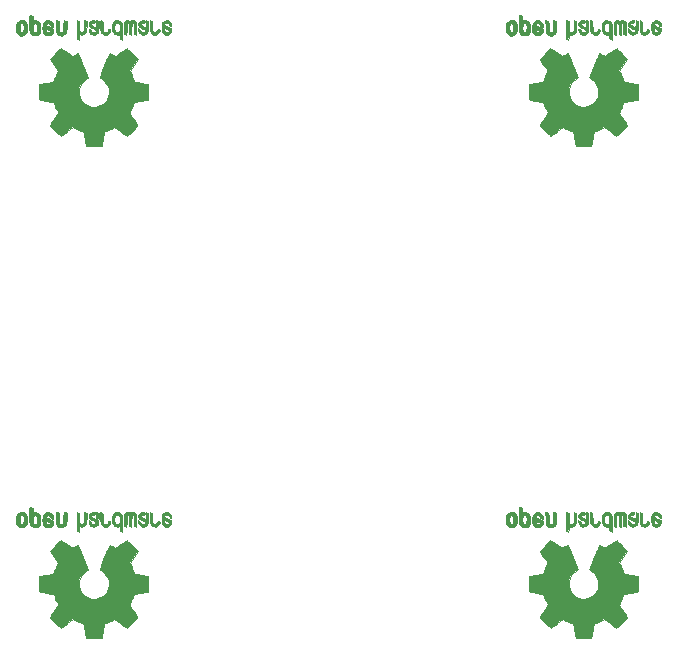
<source format=gbo>
G04 #@! TF.FileFunction,Legend,Bot*
%FSLAX46Y46*%
G04 Gerber Fmt 4.6, Leading zero omitted, Abs format (unit mm)*
G04 Created by KiCad (PCBNEW 4.0.5) date Thu Dec 29 13:42:12 2016*
%MOMM*%
%LPD*%
G01*
G04 APERTURE LIST*
%ADD10C,0.100000*%
%ADD11C,0.010000*%
G04 APERTURE END LIST*
D10*
D11*
G36*
X177871900Y-115468097D02*
X177983450Y-115412478D01*
X178081908Y-115310069D01*
X178109023Y-115272136D01*
X178138562Y-115222500D01*
X178157728Y-115168588D01*
X178168693Y-115096636D01*
X178173629Y-114992878D01*
X178174713Y-114855899D01*
X178169818Y-114668185D01*
X178152804Y-114527242D01*
X178120177Y-114422092D01*
X178068442Y-114341757D01*
X177994104Y-114275259D01*
X177988642Y-114271322D01*
X177915380Y-114231047D01*
X177827160Y-114211120D01*
X177714962Y-114206207D01*
X177532567Y-114206207D01*
X177532491Y-114029143D01*
X177530793Y-113930530D01*
X177520450Y-113872686D01*
X177493422Y-113837994D01*
X177441668Y-113808836D01*
X177429239Y-113802879D01*
X177371077Y-113774961D01*
X177326044Y-113757328D01*
X177292559Y-113755806D01*
X177269038Y-113776219D01*
X177253900Y-113824393D01*
X177245563Y-113906154D01*
X177242444Y-114027328D01*
X177242960Y-114193740D01*
X177245529Y-114411215D01*
X177246332Y-114476264D01*
X177249222Y-114700498D01*
X177251812Y-114847179D01*
X177532414Y-114847179D01*
X177533991Y-114722674D01*
X177541000Y-114641213D01*
X177556858Y-114587485D01*
X177584981Y-114546177D01*
X177604075Y-114526029D01*
X177682135Y-114467079D01*
X177751247Y-114462280D01*
X177822560Y-114510962D01*
X177824368Y-114512759D01*
X177853383Y-114550382D01*
X177871033Y-114601516D01*
X177879936Y-114680262D01*
X177882709Y-114800724D01*
X177882759Y-114827412D01*
X177876058Y-114993417D01*
X177854248Y-115108495D01*
X177814765Y-115178746D01*
X177755044Y-115210271D01*
X177720528Y-115213448D01*
X177638611Y-115198540D01*
X177582421Y-115149452D01*
X177548598Y-115059638D01*
X177533780Y-114922555D01*
X177532414Y-114847179D01*
X177251812Y-114847179D01*
X177252287Y-114874048D01*
X177256247Y-115004618D01*
X177261826Y-115099913D01*
X177269746Y-115167636D01*
X177280731Y-115215493D01*
X177295501Y-115251187D01*
X177314782Y-115282422D01*
X177323049Y-115294176D01*
X177432712Y-115405203D01*
X177571365Y-115468153D01*
X177731754Y-115485703D01*
X177871900Y-115468097D01*
X177871900Y-115468097D01*
G37*
X177871900Y-115468097D02*
X177983450Y-115412478D01*
X178081908Y-115310069D01*
X178109023Y-115272136D01*
X178138562Y-115222500D01*
X178157728Y-115168588D01*
X178168693Y-115096636D01*
X178173629Y-114992878D01*
X178174713Y-114855899D01*
X178169818Y-114668185D01*
X178152804Y-114527242D01*
X178120177Y-114422092D01*
X178068442Y-114341757D01*
X177994104Y-114275259D01*
X177988642Y-114271322D01*
X177915380Y-114231047D01*
X177827160Y-114211120D01*
X177714962Y-114206207D01*
X177532567Y-114206207D01*
X177532491Y-114029143D01*
X177530793Y-113930530D01*
X177520450Y-113872686D01*
X177493422Y-113837994D01*
X177441668Y-113808836D01*
X177429239Y-113802879D01*
X177371077Y-113774961D01*
X177326044Y-113757328D01*
X177292559Y-113755806D01*
X177269038Y-113776219D01*
X177253900Y-113824393D01*
X177245563Y-113906154D01*
X177242444Y-114027328D01*
X177242960Y-114193740D01*
X177245529Y-114411215D01*
X177246332Y-114476264D01*
X177249222Y-114700498D01*
X177251812Y-114847179D01*
X177532414Y-114847179D01*
X177533991Y-114722674D01*
X177541000Y-114641213D01*
X177556858Y-114587485D01*
X177584981Y-114546177D01*
X177604075Y-114526029D01*
X177682135Y-114467079D01*
X177751247Y-114462280D01*
X177822560Y-114510962D01*
X177824368Y-114512759D01*
X177853383Y-114550382D01*
X177871033Y-114601516D01*
X177879936Y-114680262D01*
X177882709Y-114800724D01*
X177882759Y-114827412D01*
X177876058Y-114993417D01*
X177854248Y-115108495D01*
X177814765Y-115178746D01*
X177755044Y-115210271D01*
X177720528Y-115213448D01*
X177638611Y-115198540D01*
X177582421Y-115149452D01*
X177548598Y-115059638D01*
X177533780Y-114922555D01*
X177532414Y-114847179D01*
X177251812Y-114847179D01*
X177252287Y-114874048D01*
X177256247Y-115004618D01*
X177261826Y-115099913D01*
X177269746Y-115167636D01*
X177280731Y-115215493D01*
X177295501Y-115251187D01*
X177314782Y-115282422D01*
X177323049Y-115294176D01*
X177432712Y-115405203D01*
X177571365Y-115468153D01*
X177731754Y-115485703D01*
X177871900Y-115468097D01*
G36*
X180117429Y-115452281D02*
X180211123Y-115398086D01*
X180276264Y-115344293D01*
X180323907Y-115287934D01*
X180356728Y-115219013D01*
X180377406Y-115127532D01*
X180388620Y-115003494D01*
X180393049Y-114836902D01*
X180393563Y-114717149D01*
X180393563Y-114276341D01*
X180269483Y-114220717D01*
X180145402Y-114165093D01*
X180130805Y-114647905D01*
X180124773Y-114828221D01*
X180118445Y-114959099D01*
X180110606Y-115049489D01*
X180100037Y-115108336D01*
X180085523Y-115144587D01*
X180065848Y-115167190D01*
X180059535Y-115172083D01*
X179963888Y-115210294D01*
X179867207Y-115195173D01*
X179809655Y-115155057D01*
X179786245Y-115126630D01*
X179770039Y-115089328D01*
X179759741Y-115032777D01*
X179754049Y-114946606D01*
X179751664Y-114820442D01*
X179751264Y-114688958D01*
X179751186Y-114524001D01*
X179748361Y-114407239D01*
X179738907Y-114328490D01*
X179718940Y-114277569D01*
X179684576Y-114244294D01*
X179631932Y-114218480D01*
X179561617Y-114191656D01*
X179484820Y-114162458D01*
X179493962Y-114680654D01*
X179497643Y-114867461D01*
X179501950Y-115005510D01*
X179508123Y-115104432D01*
X179517402Y-115173855D01*
X179531027Y-115223410D01*
X179550239Y-115262727D01*
X179573402Y-115297416D01*
X179685152Y-115408230D01*
X179821513Y-115472311D01*
X179969825Y-115487661D01*
X180117429Y-115452281D01*
X180117429Y-115452281D01*
G37*
X180117429Y-115452281D02*
X180211123Y-115398086D01*
X180276264Y-115344293D01*
X180323907Y-115287934D01*
X180356728Y-115219013D01*
X180377406Y-115127532D01*
X180388620Y-115003494D01*
X180393049Y-114836902D01*
X180393563Y-114717149D01*
X180393563Y-114276341D01*
X180269483Y-114220717D01*
X180145402Y-114165093D01*
X180130805Y-114647905D01*
X180124773Y-114828221D01*
X180118445Y-114959099D01*
X180110606Y-115049489D01*
X180100037Y-115108336D01*
X180085523Y-115144587D01*
X180065848Y-115167190D01*
X180059535Y-115172083D01*
X179963888Y-115210294D01*
X179867207Y-115195173D01*
X179809655Y-115155057D01*
X179786245Y-115126630D01*
X179770039Y-115089328D01*
X179759741Y-115032777D01*
X179754049Y-114946606D01*
X179751664Y-114820442D01*
X179751264Y-114688958D01*
X179751186Y-114524001D01*
X179748361Y-114407239D01*
X179738907Y-114328490D01*
X179718940Y-114277569D01*
X179684576Y-114244294D01*
X179631932Y-114218480D01*
X179561617Y-114191656D01*
X179484820Y-114162458D01*
X179493962Y-114680654D01*
X179497643Y-114867461D01*
X179501950Y-115005510D01*
X179508123Y-115104432D01*
X179517402Y-115173855D01*
X179531027Y-115223410D01*
X179550239Y-115262727D01*
X179573402Y-115297416D01*
X179685152Y-115408230D01*
X179821513Y-115472311D01*
X179969825Y-115487661D01*
X180117429Y-115452281D01*
G36*
X176748221Y-115463985D02*
X176885061Y-115392032D01*
X176986051Y-115276234D01*
X177021925Y-115201787D01*
X177049839Y-115090008D01*
X177064129Y-114948773D01*
X177065484Y-114794629D01*
X177054595Y-114644121D01*
X177032153Y-114513795D01*
X176998850Y-114420197D01*
X176988615Y-114404078D01*
X176867382Y-114283751D01*
X176723387Y-114211683D01*
X176567139Y-114190592D01*
X176409148Y-114223198D01*
X176365180Y-114242747D01*
X176279556Y-114302988D01*
X176204408Y-114382865D01*
X176197306Y-114392996D01*
X176168439Y-114441819D01*
X176149357Y-114494010D01*
X176138084Y-114562715D01*
X176132645Y-114661082D01*
X176131062Y-114802256D01*
X176131035Y-114833908D01*
X176131107Y-114843981D01*
X176422989Y-114843981D01*
X176424687Y-114710744D01*
X176431372Y-114622326D01*
X176445425Y-114565215D01*
X176469229Y-114525898D01*
X176481379Y-114512759D01*
X176551236Y-114462828D01*
X176619059Y-114465105D01*
X176687635Y-114508416D01*
X176728535Y-114554654D01*
X176752758Y-114622143D01*
X176766361Y-114728567D01*
X176767294Y-114740980D01*
X176769616Y-114933853D01*
X176745350Y-115077100D01*
X176694824Y-115169840D01*
X176618368Y-115211193D01*
X176591076Y-115213448D01*
X176519411Y-115202107D01*
X176470390Y-115162816D01*
X176440418Y-115087674D01*
X176425899Y-114968778D01*
X176422989Y-114843981D01*
X176131107Y-114843981D01*
X176132122Y-114984341D01*
X176136688Y-115089451D01*
X176146688Y-115162286D01*
X176164079Y-115215892D01*
X176190816Y-115263319D01*
X176196724Y-115272136D01*
X176296032Y-115390993D01*
X176404242Y-115459992D01*
X176535981Y-115487381D01*
X176580717Y-115488719D01*
X176748221Y-115463985D01*
X176748221Y-115463985D01*
G37*
X176748221Y-115463985D02*
X176885061Y-115392032D01*
X176986051Y-115276234D01*
X177021925Y-115201787D01*
X177049839Y-115090008D01*
X177064129Y-114948773D01*
X177065484Y-114794629D01*
X177054595Y-114644121D01*
X177032153Y-114513795D01*
X176998850Y-114420197D01*
X176988615Y-114404078D01*
X176867382Y-114283751D01*
X176723387Y-114211683D01*
X176567139Y-114190592D01*
X176409148Y-114223198D01*
X176365180Y-114242747D01*
X176279556Y-114302988D01*
X176204408Y-114382865D01*
X176197306Y-114392996D01*
X176168439Y-114441819D01*
X176149357Y-114494010D01*
X176138084Y-114562715D01*
X176132645Y-114661082D01*
X176131062Y-114802256D01*
X176131035Y-114833908D01*
X176131107Y-114843981D01*
X176422989Y-114843981D01*
X176424687Y-114710744D01*
X176431372Y-114622326D01*
X176445425Y-114565215D01*
X176469229Y-114525898D01*
X176481379Y-114512759D01*
X176551236Y-114462828D01*
X176619059Y-114465105D01*
X176687635Y-114508416D01*
X176728535Y-114554654D01*
X176752758Y-114622143D01*
X176766361Y-114728567D01*
X176767294Y-114740980D01*
X176769616Y-114933853D01*
X176745350Y-115077100D01*
X176694824Y-115169840D01*
X176618368Y-115211193D01*
X176591076Y-115213448D01*
X176519411Y-115202107D01*
X176470390Y-115162816D01*
X176440418Y-115087674D01*
X176425899Y-114968778D01*
X176422989Y-114843981D01*
X176131107Y-114843981D01*
X176132122Y-114984341D01*
X176136688Y-115089451D01*
X176146688Y-115162286D01*
X176164079Y-115215892D01*
X176190816Y-115263319D01*
X176196724Y-115272136D01*
X176296032Y-115390993D01*
X176404242Y-115459992D01*
X176535981Y-115487381D01*
X176580717Y-115488719D01*
X176748221Y-115463985D01*
G36*
X179015552Y-115445324D02*
X179130658Y-115367889D01*
X179219611Y-115256051D01*
X179272749Y-115113735D01*
X179283497Y-115008985D01*
X179282276Y-114965274D01*
X179272056Y-114931806D01*
X179243961Y-114901821D01*
X179189116Y-114868560D01*
X179098645Y-114825262D01*
X178963672Y-114765167D01*
X178962989Y-114764866D01*
X178838751Y-114707963D01*
X178736873Y-114657435D01*
X178667767Y-114618720D01*
X178641846Y-114597260D01*
X178641839Y-114597087D01*
X178664685Y-114550356D01*
X178718109Y-114498846D01*
X178779442Y-114461739D01*
X178810515Y-114454368D01*
X178895289Y-114479862D01*
X178968293Y-114543709D01*
X179003913Y-114613906D01*
X179038180Y-114665657D01*
X179105303Y-114724591D01*
X179184208Y-114775504D01*
X179253821Y-114803191D01*
X179268377Y-114804713D01*
X179284763Y-114779679D01*
X179285750Y-114715689D01*
X179273708Y-114629407D01*
X179251007Y-114537499D01*
X179220014Y-114456631D01*
X179218448Y-114453491D01*
X179125181Y-114323266D01*
X179004304Y-114234689D01*
X178867027Y-114191214D01*
X178724560Y-114196294D01*
X178588112Y-114253384D01*
X178582045Y-114257398D01*
X178474710Y-114354674D01*
X178404132Y-114481591D01*
X178365074Y-114648474D01*
X178359832Y-114695361D01*
X178350548Y-114916671D01*
X178361678Y-115019876D01*
X178641839Y-115019876D01*
X178645479Y-114955497D01*
X178665389Y-114936709D01*
X178715026Y-114950765D01*
X178793267Y-114983991D01*
X178880726Y-115025641D01*
X178882899Y-115026744D01*
X178957030Y-115065735D01*
X178986781Y-115091756D01*
X178979445Y-115119035D01*
X178948553Y-115154879D01*
X178869960Y-115206749D01*
X178785323Y-115210561D01*
X178709403Y-115172811D01*
X178656965Y-115099999D01*
X178641839Y-115019876D01*
X178361678Y-115019876D01*
X178369644Y-115093739D01*
X178418634Y-115234171D01*
X178486836Y-115332553D01*
X178609935Y-115431970D01*
X178745528Y-115481289D01*
X178883955Y-115484432D01*
X179015552Y-115445324D01*
X179015552Y-115445324D01*
G37*
X179015552Y-115445324D02*
X179130658Y-115367889D01*
X179219611Y-115256051D01*
X179272749Y-115113735D01*
X179283497Y-115008985D01*
X179282276Y-114965274D01*
X179272056Y-114931806D01*
X179243961Y-114901821D01*
X179189116Y-114868560D01*
X179098645Y-114825262D01*
X178963672Y-114765167D01*
X178962989Y-114764866D01*
X178838751Y-114707963D01*
X178736873Y-114657435D01*
X178667767Y-114618720D01*
X178641846Y-114597260D01*
X178641839Y-114597087D01*
X178664685Y-114550356D01*
X178718109Y-114498846D01*
X178779442Y-114461739D01*
X178810515Y-114454368D01*
X178895289Y-114479862D01*
X178968293Y-114543709D01*
X179003913Y-114613906D01*
X179038180Y-114665657D01*
X179105303Y-114724591D01*
X179184208Y-114775504D01*
X179253821Y-114803191D01*
X179268377Y-114804713D01*
X179284763Y-114779679D01*
X179285750Y-114715689D01*
X179273708Y-114629407D01*
X179251007Y-114537499D01*
X179220014Y-114456631D01*
X179218448Y-114453491D01*
X179125181Y-114323266D01*
X179004304Y-114234689D01*
X178867027Y-114191214D01*
X178724560Y-114196294D01*
X178588112Y-114253384D01*
X178582045Y-114257398D01*
X178474710Y-114354674D01*
X178404132Y-114481591D01*
X178365074Y-114648474D01*
X178359832Y-114695361D01*
X178350548Y-114916671D01*
X178361678Y-115019876D01*
X178641839Y-115019876D01*
X178645479Y-114955497D01*
X178665389Y-114936709D01*
X178715026Y-114950765D01*
X178793267Y-114983991D01*
X178880726Y-115025641D01*
X178882899Y-115026744D01*
X178957030Y-115065735D01*
X178986781Y-115091756D01*
X178979445Y-115119035D01*
X178948553Y-115154879D01*
X178869960Y-115206749D01*
X178785323Y-115210561D01*
X178709403Y-115172811D01*
X178656965Y-115099999D01*
X178641839Y-115019876D01*
X178361678Y-115019876D01*
X178369644Y-115093739D01*
X178418634Y-115234171D01*
X178486836Y-115332553D01*
X178609935Y-115431970D01*
X178745528Y-115481289D01*
X178883955Y-115484432D01*
X179015552Y-115445324D01*
G36*
X181444598Y-115606143D02*
X181453154Y-115486812D01*
X181462981Y-115416494D01*
X181476599Y-115385821D01*
X181496527Y-115385429D01*
X181502989Y-115389090D01*
X181588940Y-115415602D01*
X181700745Y-115414054D01*
X181814414Y-115386801D01*
X181885510Y-115351545D01*
X181958405Y-115295222D01*
X182011693Y-115231481D01*
X182048275Y-115150490D01*
X182071050Y-115042414D01*
X182082919Y-114897420D01*
X182086782Y-114705674D01*
X182086851Y-114668891D01*
X182086897Y-114255712D01*
X181994954Y-114223661D01*
X181929652Y-114201856D01*
X181893824Y-114191703D01*
X181892770Y-114191609D01*
X181889242Y-114219140D01*
X181886239Y-114295077D01*
X181883990Y-114409435D01*
X181882724Y-114552231D01*
X181882529Y-114639049D01*
X181882123Y-114810227D01*
X181880032Y-114932912D01*
X181874947Y-115017000D01*
X181865560Y-115072386D01*
X181850561Y-115108968D01*
X181828642Y-115136641D01*
X181814957Y-115149968D01*
X181720949Y-115203672D01*
X181618364Y-115207693D01*
X181525290Y-115162275D01*
X181508078Y-115145877D01*
X181482832Y-115115043D01*
X181465320Y-115078469D01*
X181454142Y-115025585D01*
X181447896Y-114945823D01*
X181445182Y-114828615D01*
X181444598Y-114667009D01*
X181444598Y-114255712D01*
X181352655Y-114223661D01*
X181287353Y-114201856D01*
X181251525Y-114191703D01*
X181250471Y-114191609D01*
X181247775Y-114219552D01*
X181245345Y-114298370D01*
X181243278Y-114420547D01*
X181241671Y-114578568D01*
X181240623Y-114764917D01*
X181240231Y-114972080D01*
X181240230Y-114981294D01*
X181240230Y-115770980D01*
X181335115Y-115811003D01*
X181430000Y-115851027D01*
X181444598Y-115606143D01*
X181444598Y-115606143D01*
G37*
X181444598Y-115606143D02*
X181453154Y-115486812D01*
X181462981Y-115416494D01*
X181476599Y-115385821D01*
X181496527Y-115385429D01*
X181502989Y-115389090D01*
X181588940Y-115415602D01*
X181700745Y-115414054D01*
X181814414Y-115386801D01*
X181885510Y-115351545D01*
X181958405Y-115295222D01*
X182011693Y-115231481D01*
X182048275Y-115150490D01*
X182071050Y-115042414D01*
X182082919Y-114897420D01*
X182086782Y-114705674D01*
X182086851Y-114668891D01*
X182086897Y-114255712D01*
X181994954Y-114223661D01*
X181929652Y-114201856D01*
X181893824Y-114191703D01*
X181892770Y-114191609D01*
X181889242Y-114219140D01*
X181886239Y-114295077D01*
X181883990Y-114409435D01*
X181882724Y-114552231D01*
X181882529Y-114639049D01*
X181882123Y-114810227D01*
X181880032Y-114932912D01*
X181874947Y-115017000D01*
X181865560Y-115072386D01*
X181850561Y-115108968D01*
X181828642Y-115136641D01*
X181814957Y-115149968D01*
X181720949Y-115203672D01*
X181618364Y-115207693D01*
X181525290Y-115162275D01*
X181508078Y-115145877D01*
X181482832Y-115115043D01*
X181465320Y-115078469D01*
X181454142Y-115025585D01*
X181447896Y-114945823D01*
X181445182Y-114828615D01*
X181444598Y-114667009D01*
X181444598Y-114255712D01*
X181352655Y-114223661D01*
X181287353Y-114201856D01*
X181251525Y-114191703D01*
X181250471Y-114191609D01*
X181247775Y-114219552D01*
X181245345Y-114298370D01*
X181243278Y-114420547D01*
X181241671Y-114578568D01*
X181240623Y-114764917D01*
X181240231Y-114972080D01*
X181240230Y-114981294D01*
X181240230Y-115770980D01*
X181335115Y-115811003D01*
X181430000Y-115851027D01*
X181444598Y-115606143D01*
G36*
X182779944Y-115405640D02*
X182894343Y-115363158D01*
X182895652Y-115362342D01*
X182966403Y-115310270D01*
X183018636Y-115249416D01*
X183055371Y-115170113D01*
X183079634Y-115062691D01*
X183094445Y-114917483D01*
X183102829Y-114724821D01*
X183103564Y-114697372D01*
X183114120Y-114283479D01*
X183025291Y-114237544D01*
X182961018Y-114206502D01*
X182922210Y-114191794D01*
X182920415Y-114191609D01*
X182913700Y-114218750D01*
X182908365Y-114291959D01*
X182905083Y-114398919D01*
X182904368Y-114485531D01*
X182904351Y-114625838D01*
X182897937Y-114713949D01*
X182875580Y-114755975D01*
X182827732Y-114758025D01*
X182744849Y-114726210D01*
X182619713Y-114667728D01*
X182527697Y-114619155D01*
X182480371Y-114577014D01*
X182466458Y-114531084D01*
X182466437Y-114528811D01*
X182489395Y-114449689D01*
X182557370Y-114406945D01*
X182661398Y-114400754D01*
X182736330Y-114401828D01*
X182775839Y-114380247D01*
X182800478Y-114328409D01*
X182814659Y-114262368D01*
X182794223Y-114224896D01*
X182786528Y-114219533D01*
X182714083Y-114197994D01*
X182612633Y-114194945D01*
X182508157Y-114209222D01*
X182434125Y-114235312D01*
X182331772Y-114322215D01*
X182273591Y-114443184D01*
X182262069Y-114537692D01*
X182270862Y-114622938D01*
X182302680Y-114692524D01*
X182365684Y-114754328D01*
X182468031Y-114816228D01*
X182617882Y-114886103D01*
X182627012Y-114890052D01*
X182761997Y-114952412D01*
X182845294Y-115003554D01*
X182880997Y-115049512D01*
X182873203Y-115096317D01*
X182826007Y-115150002D01*
X182811894Y-115162356D01*
X182717359Y-115210259D01*
X182619406Y-115208242D01*
X182534097Y-115161276D01*
X182477496Y-115074331D01*
X182472237Y-115057266D01*
X182421023Y-114974496D01*
X182356037Y-114934628D01*
X182262069Y-114895118D01*
X182262069Y-114997342D01*
X182290653Y-115145928D01*
X182375495Y-115282216D01*
X182419645Y-115327809D01*
X182520005Y-115386326D01*
X182647635Y-115412816D01*
X182779944Y-115405640D01*
X182779944Y-115405640D01*
G37*
X182779944Y-115405640D02*
X182894343Y-115363158D01*
X182895652Y-115362342D01*
X182966403Y-115310270D01*
X183018636Y-115249416D01*
X183055371Y-115170113D01*
X183079634Y-115062691D01*
X183094445Y-114917483D01*
X183102829Y-114724821D01*
X183103564Y-114697372D01*
X183114120Y-114283479D01*
X183025291Y-114237544D01*
X182961018Y-114206502D01*
X182922210Y-114191794D01*
X182920415Y-114191609D01*
X182913700Y-114218750D01*
X182908365Y-114291959D01*
X182905083Y-114398919D01*
X182904368Y-114485531D01*
X182904351Y-114625838D01*
X182897937Y-114713949D01*
X182875580Y-114755975D01*
X182827732Y-114758025D01*
X182744849Y-114726210D01*
X182619713Y-114667728D01*
X182527697Y-114619155D01*
X182480371Y-114577014D01*
X182466458Y-114531084D01*
X182466437Y-114528811D01*
X182489395Y-114449689D01*
X182557370Y-114406945D01*
X182661398Y-114400754D01*
X182736330Y-114401828D01*
X182775839Y-114380247D01*
X182800478Y-114328409D01*
X182814659Y-114262368D01*
X182794223Y-114224896D01*
X182786528Y-114219533D01*
X182714083Y-114197994D01*
X182612633Y-114194945D01*
X182508157Y-114209222D01*
X182434125Y-114235312D01*
X182331772Y-114322215D01*
X182273591Y-114443184D01*
X182262069Y-114537692D01*
X182270862Y-114622938D01*
X182302680Y-114692524D01*
X182365684Y-114754328D01*
X182468031Y-114816228D01*
X182617882Y-114886103D01*
X182627012Y-114890052D01*
X182761997Y-114952412D01*
X182845294Y-115003554D01*
X182880997Y-115049512D01*
X182873203Y-115096317D01*
X182826007Y-115150002D01*
X182811894Y-115162356D01*
X182717359Y-115210259D01*
X182619406Y-115208242D01*
X182534097Y-115161276D01*
X182477496Y-115074331D01*
X182472237Y-115057266D01*
X182421023Y-114974496D01*
X182356037Y-114934628D01*
X182262069Y-114895118D01*
X182262069Y-114997342D01*
X182290653Y-115145928D01*
X182375495Y-115282216D01*
X182419645Y-115327809D01*
X182520005Y-115386326D01*
X182647635Y-115412816D01*
X182779944Y-115405640D01*
G36*
X183765943Y-115408080D02*
X183898565Y-115359141D01*
X184006010Y-115272581D01*
X184048032Y-115211648D01*
X184093843Y-115099839D01*
X184092891Y-115018994D01*
X184044808Y-114964622D01*
X184027017Y-114955376D01*
X183950204Y-114926550D01*
X183910976Y-114933935D01*
X183897689Y-114982342D01*
X183897012Y-115009080D01*
X183872686Y-115107452D01*
X183809281Y-115176266D01*
X183721154Y-115209502D01*
X183622663Y-115201139D01*
X183542602Y-115157704D01*
X183515561Y-115132928D01*
X183496394Y-115102871D01*
X183483446Y-115057435D01*
X183475064Y-114986524D01*
X183469593Y-114880040D01*
X183465378Y-114727888D01*
X183464287Y-114679713D01*
X183460307Y-114514905D01*
X183455781Y-114398912D01*
X183448995Y-114322167D01*
X183438231Y-114275107D01*
X183421773Y-114248165D01*
X183397906Y-114231777D01*
X183382626Y-114224537D01*
X183317733Y-114199780D01*
X183279534Y-114191609D01*
X183266912Y-114218897D01*
X183259208Y-114301397D01*
X183256380Y-114440059D01*
X183258386Y-114635838D01*
X183259011Y-114666035D01*
X183263421Y-114844651D01*
X183268635Y-114975077D01*
X183276055Y-115067508D01*
X183287082Y-115132142D01*
X183303117Y-115179175D01*
X183325561Y-115218804D01*
X183337302Y-115235785D01*
X183404619Y-115310920D01*
X183479910Y-115369362D01*
X183489128Y-115374464D01*
X183624133Y-115414740D01*
X183765943Y-115408080D01*
X183765943Y-115408080D01*
G37*
X183765943Y-115408080D02*
X183898565Y-115359141D01*
X184006010Y-115272581D01*
X184048032Y-115211648D01*
X184093843Y-115099839D01*
X184092891Y-115018994D01*
X184044808Y-114964622D01*
X184027017Y-114955376D01*
X183950204Y-114926550D01*
X183910976Y-114933935D01*
X183897689Y-114982342D01*
X183897012Y-115009080D01*
X183872686Y-115107452D01*
X183809281Y-115176266D01*
X183721154Y-115209502D01*
X183622663Y-115201139D01*
X183542602Y-115157704D01*
X183515561Y-115132928D01*
X183496394Y-115102871D01*
X183483446Y-115057435D01*
X183475064Y-114986524D01*
X183469593Y-114880040D01*
X183465378Y-114727888D01*
X183464287Y-114679713D01*
X183460307Y-114514905D01*
X183455781Y-114398912D01*
X183448995Y-114322167D01*
X183438231Y-114275107D01*
X183421773Y-114248165D01*
X183397906Y-114231777D01*
X183382626Y-114224537D01*
X183317733Y-114199780D01*
X183279534Y-114191609D01*
X183266912Y-114218897D01*
X183259208Y-114301397D01*
X183256380Y-114440059D01*
X183258386Y-114635838D01*
X183259011Y-114666035D01*
X183263421Y-114844651D01*
X183268635Y-114975077D01*
X183276055Y-115067508D01*
X183287082Y-115132142D01*
X183303117Y-115179175D01*
X183325561Y-115218804D01*
X183337302Y-115235785D01*
X183404619Y-115310920D01*
X183479910Y-115369362D01*
X183489128Y-115374464D01*
X183624133Y-115414740D01*
X183765943Y-115408080D01*
G36*
X185093914Y-115175545D02*
X185093543Y-114957339D01*
X185092108Y-114789481D01*
X185089002Y-114663930D01*
X185083622Y-114572645D01*
X185075362Y-114507585D01*
X185063616Y-114460709D01*
X185047781Y-114423976D01*
X185035790Y-114403009D01*
X184936490Y-114289306D01*
X184810588Y-114218035D01*
X184671291Y-114192462D01*
X184531805Y-114215850D01*
X184448743Y-114257881D01*
X184361545Y-114330589D01*
X184302117Y-114419388D01*
X184266261Y-114535680D01*
X184249781Y-114690865D01*
X184247447Y-114804713D01*
X184247761Y-114812894D01*
X184451724Y-114812894D01*
X184452970Y-114682343D01*
X184458678Y-114595920D01*
X184471804Y-114539382D01*
X184495306Y-114498486D01*
X184523386Y-114467638D01*
X184617688Y-114408095D01*
X184718940Y-114403008D01*
X184814636Y-114452721D01*
X184822084Y-114459457D01*
X184853874Y-114494498D01*
X184873808Y-114536189D01*
X184884600Y-114598238D01*
X184888965Y-114694356D01*
X184889655Y-114800621D01*
X184888159Y-114934120D01*
X184881964Y-115023178D01*
X184868514Y-115081707D01*
X184845251Y-115123618D01*
X184826175Y-115145877D01*
X184737563Y-115202015D01*
X184635508Y-115208765D01*
X184538095Y-115165886D01*
X184519296Y-115149968D01*
X184487293Y-115114618D01*
X184467318Y-115072498D01*
X184456593Y-115009749D01*
X184452339Y-114912513D01*
X184451724Y-114812894D01*
X184247761Y-114812894D01*
X184254504Y-114988053D01*
X184278472Y-115125805D01*
X184323548Y-115229368D01*
X184393928Y-115310144D01*
X184448743Y-115351545D01*
X184548376Y-115396272D01*
X184663855Y-115417033D01*
X184771199Y-115411475D01*
X184831264Y-115389057D01*
X184854835Y-115382677D01*
X184870477Y-115406465D01*
X184881395Y-115470212D01*
X184889655Y-115567313D01*
X184898699Y-115675459D01*
X184911261Y-115740525D01*
X184934119Y-115777732D01*
X184974051Y-115802301D01*
X184999138Y-115813181D01*
X185094023Y-115852928D01*
X185093914Y-115175545D01*
X185093914Y-115175545D01*
G37*
X185093914Y-115175545D02*
X185093543Y-114957339D01*
X185092108Y-114789481D01*
X185089002Y-114663930D01*
X185083622Y-114572645D01*
X185075362Y-114507585D01*
X185063616Y-114460709D01*
X185047781Y-114423976D01*
X185035790Y-114403009D01*
X184936490Y-114289306D01*
X184810588Y-114218035D01*
X184671291Y-114192462D01*
X184531805Y-114215850D01*
X184448743Y-114257881D01*
X184361545Y-114330589D01*
X184302117Y-114419388D01*
X184266261Y-114535680D01*
X184249781Y-114690865D01*
X184247447Y-114804713D01*
X184247761Y-114812894D01*
X184451724Y-114812894D01*
X184452970Y-114682343D01*
X184458678Y-114595920D01*
X184471804Y-114539382D01*
X184495306Y-114498486D01*
X184523386Y-114467638D01*
X184617688Y-114408095D01*
X184718940Y-114403008D01*
X184814636Y-114452721D01*
X184822084Y-114459457D01*
X184853874Y-114494498D01*
X184873808Y-114536189D01*
X184884600Y-114598238D01*
X184888965Y-114694356D01*
X184889655Y-114800621D01*
X184888159Y-114934120D01*
X184881964Y-115023178D01*
X184868514Y-115081707D01*
X184845251Y-115123618D01*
X184826175Y-115145877D01*
X184737563Y-115202015D01*
X184635508Y-115208765D01*
X184538095Y-115165886D01*
X184519296Y-115149968D01*
X184487293Y-115114618D01*
X184467318Y-115072498D01*
X184456593Y-115009749D01*
X184452339Y-114912513D01*
X184451724Y-114812894D01*
X184247761Y-114812894D01*
X184254504Y-114988053D01*
X184278472Y-115125805D01*
X184323548Y-115229368D01*
X184393928Y-115310144D01*
X184448743Y-115351545D01*
X184548376Y-115396272D01*
X184663855Y-115417033D01*
X184771199Y-115411475D01*
X184831264Y-115389057D01*
X184854835Y-115382677D01*
X184870477Y-115406465D01*
X184881395Y-115470212D01*
X184889655Y-115567313D01*
X184898699Y-115675459D01*
X184911261Y-115740525D01*
X184934119Y-115777732D01*
X184974051Y-115802301D01*
X184999138Y-115813181D01*
X185094023Y-115852928D01*
X185093914Y-115175545D01*
G36*
X186280124Y-115390160D02*
X186284579Y-115313347D01*
X186288071Y-115196609D01*
X186290315Y-115049179D01*
X186291035Y-114894545D01*
X186291035Y-114371273D01*
X186198645Y-114278883D01*
X186134978Y-114221953D01*
X186079089Y-114198893D01*
X186002702Y-114200353D01*
X185972380Y-114204066D01*
X185877610Y-114214874D01*
X185799222Y-114221067D01*
X185780115Y-114221639D01*
X185715699Y-114217898D01*
X185623571Y-114208506D01*
X185587850Y-114204066D01*
X185500114Y-114197199D01*
X185441153Y-114212115D01*
X185382690Y-114258165D01*
X185361585Y-114278883D01*
X185269195Y-114371273D01*
X185269195Y-115350053D01*
X185343558Y-115383934D01*
X185407590Y-115409030D01*
X185445052Y-115417816D01*
X185454657Y-115390050D01*
X185463635Y-115312470D01*
X185471386Y-115193652D01*
X185477314Y-115042172D01*
X185480173Y-114914195D01*
X185488161Y-114410575D01*
X185557848Y-114400722D01*
X185621229Y-114407611D01*
X185652286Y-114429917D01*
X185660967Y-114471621D01*
X185668378Y-114560456D01*
X185673931Y-114685166D01*
X185677036Y-114834493D01*
X185677484Y-114911339D01*
X185677931Y-115353713D01*
X185769874Y-115385765D01*
X185834949Y-115407557D01*
X185870347Y-115417719D01*
X185871368Y-115417816D01*
X185874920Y-115390191D01*
X185878823Y-115313589D01*
X185882751Y-115197421D01*
X185886376Y-115051096D01*
X185888908Y-114914195D01*
X185896897Y-114410575D01*
X186072069Y-114410575D01*
X186080107Y-114870035D01*
X186088146Y-115329495D01*
X186173543Y-115373656D01*
X186236593Y-115403981D01*
X186273910Y-115417742D01*
X186274987Y-115417816D01*
X186280124Y-115390160D01*
X186280124Y-115390160D01*
G37*
X186280124Y-115390160D02*
X186284579Y-115313347D01*
X186288071Y-115196609D01*
X186290315Y-115049179D01*
X186291035Y-114894545D01*
X186291035Y-114371273D01*
X186198645Y-114278883D01*
X186134978Y-114221953D01*
X186079089Y-114198893D01*
X186002702Y-114200353D01*
X185972380Y-114204066D01*
X185877610Y-114214874D01*
X185799222Y-114221067D01*
X185780115Y-114221639D01*
X185715699Y-114217898D01*
X185623571Y-114208506D01*
X185587850Y-114204066D01*
X185500114Y-114197199D01*
X185441153Y-114212115D01*
X185382690Y-114258165D01*
X185361585Y-114278883D01*
X185269195Y-114371273D01*
X185269195Y-115350053D01*
X185343558Y-115383934D01*
X185407590Y-115409030D01*
X185445052Y-115417816D01*
X185454657Y-115390050D01*
X185463635Y-115312470D01*
X185471386Y-115193652D01*
X185477314Y-115042172D01*
X185480173Y-114914195D01*
X185488161Y-114410575D01*
X185557848Y-114400722D01*
X185621229Y-114407611D01*
X185652286Y-114429917D01*
X185660967Y-114471621D01*
X185668378Y-114560456D01*
X185673931Y-114685166D01*
X185677036Y-114834493D01*
X185677484Y-114911339D01*
X185677931Y-115353713D01*
X185769874Y-115385765D01*
X185834949Y-115407557D01*
X185870347Y-115417719D01*
X185871368Y-115417816D01*
X185874920Y-115390191D01*
X185878823Y-115313589D01*
X185882751Y-115197421D01*
X185886376Y-115051096D01*
X185888908Y-114914195D01*
X185896897Y-114410575D01*
X186072069Y-114410575D01*
X186080107Y-114870035D01*
X186088146Y-115329495D01*
X186173543Y-115373656D01*
X186236593Y-115403981D01*
X186273910Y-115417742D01*
X186274987Y-115417816D01*
X186280124Y-115390160D01*
G36*
X187014406Y-115394844D02*
X187098469Y-115356607D01*
X187164450Y-115310274D01*
X187212794Y-115258468D01*
X187246172Y-115191637D01*
X187267253Y-115100231D01*
X187278707Y-114974699D01*
X187283203Y-114805492D01*
X187283678Y-114694067D01*
X187283678Y-114259373D01*
X187209316Y-114225491D01*
X187150746Y-114200728D01*
X187121730Y-114191609D01*
X187116179Y-114218743D01*
X187111775Y-114291906D01*
X187109078Y-114398737D01*
X187108506Y-114483563D01*
X187106046Y-114606113D01*
X187099412Y-114703332D01*
X187089726Y-114762866D01*
X187082032Y-114775517D01*
X187030311Y-114762598D01*
X186949117Y-114729461D01*
X186855102Y-114684539D01*
X186764917Y-114636265D01*
X186695215Y-114593072D01*
X186662648Y-114563392D01*
X186662519Y-114563071D01*
X186665320Y-114508143D01*
X186690439Y-114455708D01*
X186734541Y-114413119D01*
X186798909Y-114398874D01*
X186853921Y-114400534D01*
X186931835Y-114401755D01*
X186972732Y-114383502D01*
X186997295Y-114335274D01*
X187000392Y-114326180D01*
X187011040Y-114257402D01*
X186982565Y-114215640D01*
X186908344Y-114195737D01*
X186828168Y-114192056D01*
X186683890Y-114219342D01*
X186609203Y-114258310D01*
X186516963Y-114349852D01*
X186468043Y-114462218D01*
X186463654Y-114580949D01*
X186505001Y-114691589D01*
X186567197Y-114760920D01*
X186629294Y-114799735D01*
X186726895Y-114848875D01*
X186840632Y-114898708D01*
X186859590Y-114906323D01*
X186984521Y-114961455D01*
X187056539Y-115010046D01*
X187079700Y-115058353D01*
X187058064Y-115112630D01*
X187020920Y-115155057D01*
X186933127Y-115207298D01*
X186836530Y-115211216D01*
X186747944Y-115170959D01*
X186684186Y-115090674D01*
X186675817Y-115069960D01*
X186627096Y-114993775D01*
X186555965Y-114937215D01*
X186466207Y-114890799D01*
X186466207Y-115022416D01*
X186471490Y-115102832D01*
X186494142Y-115166214D01*
X186544367Y-115233837D01*
X186592582Y-115285924D01*
X186667554Y-115359678D01*
X186725806Y-115399298D01*
X186788372Y-115415190D01*
X186859193Y-115417816D01*
X187014406Y-115394844D01*
X187014406Y-115394844D01*
G37*
X187014406Y-115394844D02*
X187098469Y-115356607D01*
X187164450Y-115310274D01*
X187212794Y-115258468D01*
X187246172Y-115191637D01*
X187267253Y-115100231D01*
X187278707Y-114974699D01*
X187283203Y-114805492D01*
X187283678Y-114694067D01*
X187283678Y-114259373D01*
X187209316Y-114225491D01*
X187150746Y-114200728D01*
X187121730Y-114191609D01*
X187116179Y-114218743D01*
X187111775Y-114291906D01*
X187109078Y-114398737D01*
X187108506Y-114483563D01*
X187106046Y-114606113D01*
X187099412Y-114703332D01*
X187089726Y-114762866D01*
X187082032Y-114775517D01*
X187030311Y-114762598D01*
X186949117Y-114729461D01*
X186855102Y-114684539D01*
X186764917Y-114636265D01*
X186695215Y-114593072D01*
X186662648Y-114563392D01*
X186662519Y-114563071D01*
X186665320Y-114508143D01*
X186690439Y-114455708D01*
X186734541Y-114413119D01*
X186798909Y-114398874D01*
X186853921Y-114400534D01*
X186931835Y-114401755D01*
X186972732Y-114383502D01*
X186997295Y-114335274D01*
X187000392Y-114326180D01*
X187011040Y-114257402D01*
X186982565Y-114215640D01*
X186908344Y-114195737D01*
X186828168Y-114192056D01*
X186683890Y-114219342D01*
X186609203Y-114258310D01*
X186516963Y-114349852D01*
X186468043Y-114462218D01*
X186463654Y-114580949D01*
X186505001Y-114691589D01*
X186567197Y-114760920D01*
X186629294Y-114799735D01*
X186726895Y-114848875D01*
X186840632Y-114898708D01*
X186859590Y-114906323D01*
X186984521Y-114961455D01*
X187056539Y-115010046D01*
X187079700Y-115058353D01*
X187058064Y-115112630D01*
X187020920Y-115155057D01*
X186933127Y-115207298D01*
X186836530Y-115211216D01*
X186747944Y-115170959D01*
X186684186Y-115090674D01*
X186675817Y-115069960D01*
X186627096Y-114993775D01*
X186555965Y-114937215D01*
X186466207Y-114890799D01*
X186466207Y-115022416D01*
X186471490Y-115102832D01*
X186494142Y-115166214D01*
X186544367Y-115233837D01*
X186592582Y-115285924D01*
X186667554Y-115359678D01*
X186725806Y-115399298D01*
X186788372Y-115415190D01*
X186859193Y-115417816D01*
X187014406Y-115394844D01*
G36*
X188035690Y-115389982D02*
X188070585Y-115374731D01*
X188153877Y-115308765D01*
X188225103Y-115213382D01*
X188269153Y-115111594D01*
X188276322Y-115061413D01*
X188252285Y-114991353D01*
X188199561Y-114954283D01*
X188143031Y-114931836D01*
X188117146Y-114927700D01*
X188104542Y-114957717D01*
X188079654Y-115023039D01*
X188068735Y-115052555D01*
X188007508Y-115154652D01*
X187918861Y-115205577D01*
X187805193Y-115204011D01*
X187796774Y-115202006D01*
X187736088Y-115173233D01*
X187691474Y-115117141D01*
X187661002Y-115026837D01*
X187642744Y-114895429D01*
X187634771Y-114716026D01*
X187634023Y-114620567D01*
X187633652Y-114470087D01*
X187631223Y-114367505D01*
X187624760Y-114302328D01*
X187612288Y-114264062D01*
X187591833Y-114242215D01*
X187561419Y-114226293D01*
X187559661Y-114225491D01*
X187501091Y-114200728D01*
X187472075Y-114191609D01*
X187467616Y-114219178D01*
X187463799Y-114295380D01*
X187460899Y-114410459D01*
X187459191Y-114554659D01*
X187458851Y-114660186D01*
X187460588Y-114864387D01*
X187467382Y-115019303D01*
X187481607Y-115133976D01*
X187505638Y-115217449D01*
X187541848Y-115278764D01*
X187592612Y-115326966D01*
X187642739Y-115360607D01*
X187763275Y-115405381D01*
X187903557Y-115415479D01*
X188035690Y-115389982D01*
X188035690Y-115389982D01*
G37*
X188035690Y-115389982D02*
X188070585Y-115374731D01*
X188153877Y-115308765D01*
X188225103Y-115213382D01*
X188269153Y-115111594D01*
X188276322Y-115061413D01*
X188252285Y-114991353D01*
X188199561Y-114954283D01*
X188143031Y-114931836D01*
X188117146Y-114927700D01*
X188104542Y-114957717D01*
X188079654Y-115023039D01*
X188068735Y-115052555D01*
X188007508Y-115154652D01*
X187918861Y-115205577D01*
X187805193Y-115204011D01*
X187796774Y-115202006D01*
X187736088Y-115173233D01*
X187691474Y-115117141D01*
X187661002Y-115026837D01*
X187642744Y-114895429D01*
X187634771Y-114716026D01*
X187634023Y-114620567D01*
X187633652Y-114470087D01*
X187631223Y-114367505D01*
X187624760Y-114302328D01*
X187612288Y-114264062D01*
X187591833Y-114242215D01*
X187561419Y-114226293D01*
X187559661Y-114225491D01*
X187501091Y-114200728D01*
X187472075Y-114191609D01*
X187467616Y-114219178D01*
X187463799Y-114295380D01*
X187460899Y-114410459D01*
X187459191Y-114554659D01*
X187458851Y-114660186D01*
X187460588Y-114864387D01*
X187467382Y-115019303D01*
X187481607Y-115133976D01*
X187505638Y-115217449D01*
X187541848Y-115278764D01*
X187592612Y-115326966D01*
X187642739Y-115360607D01*
X187763275Y-115405381D01*
X187903557Y-115415479D01*
X188035690Y-115389982D01*
G36*
X189043439Y-115373460D02*
X189158950Y-115297966D01*
X189214664Y-115230383D01*
X189258804Y-115107745D01*
X189262309Y-115010702D01*
X189254368Y-114880944D01*
X188955115Y-114749961D01*
X188809611Y-114683042D01*
X188714537Y-114629210D01*
X188665101Y-114582584D01*
X188656511Y-114537280D01*
X188683972Y-114487418D01*
X188714253Y-114454368D01*
X188802363Y-114401367D01*
X188898196Y-114397653D01*
X188986212Y-114438959D01*
X189050869Y-114521017D01*
X189062433Y-114549992D01*
X189117825Y-114640491D01*
X189181553Y-114679060D01*
X189268966Y-114712054D01*
X189268966Y-114586966D01*
X189261238Y-114501844D01*
X189230966Y-114430062D01*
X189167518Y-114347644D01*
X189158088Y-114336934D01*
X189087513Y-114263609D01*
X189026847Y-114224258D01*
X188950950Y-114206155D01*
X188888030Y-114200226D01*
X188775487Y-114198749D01*
X188695370Y-114217465D01*
X188645390Y-114245253D01*
X188566838Y-114306359D01*
X188512463Y-114372446D01*
X188478052Y-114455559D01*
X188459388Y-114567746D01*
X188452256Y-114721054D01*
X188451687Y-114798864D01*
X188453622Y-114892147D01*
X188629899Y-114892147D01*
X188631944Y-114842104D01*
X188637039Y-114833908D01*
X188670666Y-114845042D01*
X188743030Y-114874507D01*
X188839747Y-114916399D01*
X188859973Y-114925403D01*
X188982203Y-114987558D01*
X189049547Y-115042185D01*
X189064348Y-115093351D01*
X189028947Y-115145124D01*
X188999711Y-115168000D01*
X188894216Y-115213750D01*
X188795476Y-115206192D01*
X188712812Y-115150349D01*
X188655548Y-115051247D01*
X188637188Y-114972586D01*
X188629899Y-114892147D01*
X188453622Y-114892147D01*
X188455459Y-114980649D01*
X188469359Y-115115147D01*
X188496894Y-115213084D01*
X188541572Y-115285189D01*
X188606901Y-115342187D01*
X188635383Y-115360607D01*
X188764763Y-115408578D01*
X188906412Y-115411597D01*
X189043439Y-115373460D01*
X189043439Y-115373460D01*
G37*
X189043439Y-115373460D02*
X189158950Y-115297966D01*
X189214664Y-115230383D01*
X189258804Y-115107745D01*
X189262309Y-115010702D01*
X189254368Y-114880944D01*
X188955115Y-114749961D01*
X188809611Y-114683042D01*
X188714537Y-114629210D01*
X188665101Y-114582584D01*
X188656511Y-114537280D01*
X188683972Y-114487418D01*
X188714253Y-114454368D01*
X188802363Y-114401367D01*
X188898196Y-114397653D01*
X188986212Y-114438959D01*
X189050869Y-114521017D01*
X189062433Y-114549992D01*
X189117825Y-114640491D01*
X189181553Y-114679060D01*
X189268966Y-114712054D01*
X189268966Y-114586966D01*
X189261238Y-114501844D01*
X189230966Y-114430062D01*
X189167518Y-114347644D01*
X189158088Y-114336934D01*
X189087513Y-114263609D01*
X189026847Y-114224258D01*
X188950950Y-114206155D01*
X188888030Y-114200226D01*
X188775487Y-114198749D01*
X188695370Y-114217465D01*
X188645390Y-114245253D01*
X188566838Y-114306359D01*
X188512463Y-114372446D01*
X188478052Y-114455559D01*
X188459388Y-114567746D01*
X188452256Y-114721054D01*
X188451687Y-114798864D01*
X188453622Y-114892147D01*
X188629899Y-114892147D01*
X188631944Y-114842104D01*
X188637039Y-114833908D01*
X188670666Y-114845042D01*
X188743030Y-114874507D01*
X188839747Y-114916399D01*
X188859973Y-114925403D01*
X188982203Y-114987558D01*
X189049547Y-115042185D01*
X189064348Y-115093351D01*
X189028947Y-115145124D01*
X188999711Y-115168000D01*
X188894216Y-115213750D01*
X188795476Y-115206192D01*
X188712812Y-115150349D01*
X188655548Y-115051247D01*
X188637188Y-114972586D01*
X188629899Y-114892147D01*
X188453622Y-114892147D01*
X188455459Y-114980649D01*
X188469359Y-115115147D01*
X188496894Y-115213084D01*
X188541572Y-115285189D01*
X188606901Y-115342187D01*
X188635383Y-115360607D01*
X188764763Y-115408578D01*
X188906412Y-115411597D01*
X189043439Y-115373460D01*
G36*
X182909014Y-124877002D02*
X183067006Y-124876137D01*
X183181347Y-124873795D01*
X183259407Y-124869238D01*
X183308554Y-124861730D01*
X183336159Y-124850534D01*
X183349592Y-124834912D01*
X183356221Y-124814127D01*
X183356865Y-124811437D01*
X183366935Y-124762887D01*
X183385575Y-124667095D01*
X183410845Y-124534257D01*
X183440807Y-124374569D01*
X183473522Y-124198226D01*
X183474664Y-124192033D01*
X183507433Y-124019218D01*
X183538093Y-123866531D01*
X183564664Y-123743129D01*
X183585167Y-123658169D01*
X183597626Y-123620810D01*
X183598220Y-123620148D01*
X183634919Y-123601905D01*
X183710586Y-123571503D01*
X183808878Y-123535507D01*
X183809425Y-123535315D01*
X183933233Y-123488778D01*
X184079196Y-123429496D01*
X184216781Y-123369891D01*
X184223293Y-123366944D01*
X184447390Y-123265235D01*
X184943619Y-123604103D01*
X185095846Y-123707408D01*
X185233741Y-123799763D01*
X185349315Y-123875916D01*
X185434579Y-123930615D01*
X185481544Y-123958607D01*
X185486004Y-123960683D01*
X185520134Y-123951440D01*
X185583881Y-123906844D01*
X185679731Y-123824791D01*
X185810169Y-123703179D01*
X185943328Y-123573795D01*
X186071694Y-123446298D01*
X186186581Y-123329954D01*
X186281073Y-123231948D01*
X186348253Y-123159464D01*
X186381206Y-123119687D01*
X186382432Y-123117639D01*
X186386074Y-123090344D01*
X186372350Y-123045766D01*
X186337869Y-122977888D01*
X186279239Y-122880689D01*
X186193070Y-122748149D01*
X186078200Y-122577524D01*
X185976254Y-122427345D01*
X185885123Y-122292650D01*
X185810073Y-122181260D01*
X185756369Y-122100995D01*
X185729280Y-122059675D01*
X185727574Y-122056870D01*
X185730882Y-122017279D01*
X185755953Y-121940331D01*
X185797798Y-121840568D01*
X185812712Y-121808709D01*
X185877786Y-121666774D01*
X185947212Y-121505727D01*
X186003609Y-121366379D01*
X186044247Y-121262956D01*
X186076526Y-121184358D01*
X186095178Y-121143280D01*
X186097497Y-121140115D01*
X186131803Y-121134872D01*
X186212669Y-121120506D01*
X186329343Y-121099063D01*
X186471075Y-121072587D01*
X186627110Y-121043123D01*
X186786698Y-121012717D01*
X186939085Y-120983412D01*
X187073521Y-120957255D01*
X187179252Y-120936290D01*
X187245526Y-120922561D01*
X187261782Y-120918680D01*
X187278573Y-120909100D01*
X187291249Y-120887464D01*
X187300378Y-120846469D01*
X187306531Y-120778811D01*
X187310280Y-120677188D01*
X187312192Y-120534297D01*
X187312840Y-120342835D01*
X187312874Y-120264355D01*
X187312874Y-119626094D01*
X187159598Y-119595840D01*
X187074322Y-119579436D01*
X186947070Y-119555491D01*
X186793315Y-119526893D01*
X186628534Y-119496533D01*
X186582989Y-119488194D01*
X186430932Y-119458630D01*
X186298468Y-119429558D01*
X186196714Y-119403671D01*
X186136788Y-119383663D01*
X186126805Y-119377699D01*
X186102293Y-119335466D01*
X186067148Y-119253630D01*
X186028173Y-119148317D01*
X186020442Y-119125632D01*
X185969360Y-118984982D01*
X185905954Y-118826286D01*
X185843904Y-118683775D01*
X185843598Y-118683114D01*
X185740267Y-118459560D01*
X186419961Y-117459768D01*
X185983621Y-117022700D01*
X185851649Y-116892619D01*
X185731279Y-116777952D01*
X185629273Y-116684819D01*
X185552391Y-116619342D01*
X185507393Y-116587643D01*
X185500938Y-116585632D01*
X185463040Y-116601471D01*
X185385708Y-116645504D01*
X185277389Y-116712510D01*
X185146532Y-116797266D01*
X185005052Y-116892184D01*
X184861461Y-116989002D01*
X184733435Y-117073249D01*
X184629105Y-117139742D01*
X184556600Y-117183298D01*
X184524158Y-117198736D01*
X184484576Y-117185672D01*
X184409519Y-117151250D01*
X184314468Y-117102620D01*
X184304392Y-117097215D01*
X184176391Y-117033020D01*
X184088618Y-117001537D01*
X184034028Y-117001202D01*
X184005575Y-117030452D01*
X184005410Y-117030862D01*
X183991188Y-117065502D01*
X183957269Y-117147731D01*
X183906284Y-117271186D01*
X183840862Y-117429502D01*
X183763634Y-117616314D01*
X183677229Y-117825258D01*
X183593551Y-118027554D01*
X183501588Y-118250800D01*
X183417150Y-118457608D01*
X183342769Y-118641638D01*
X183280974Y-118796549D01*
X183234297Y-118916004D01*
X183205268Y-118993661D01*
X183196322Y-119022644D01*
X183218756Y-119055890D01*
X183277439Y-119108877D01*
X183355689Y-119167296D01*
X183578534Y-119352048D01*
X183752718Y-119563818D01*
X183876154Y-119798144D01*
X183946754Y-120050566D01*
X183962431Y-120316623D01*
X183951036Y-120439425D01*
X183888950Y-120694207D01*
X183782023Y-120919199D01*
X183636889Y-121112183D01*
X183460178Y-121270939D01*
X183258522Y-121393250D01*
X183038554Y-121476895D01*
X182806906Y-121519656D01*
X182570209Y-121519313D01*
X182335095Y-121473648D01*
X182108196Y-121380441D01*
X181896144Y-121237473D01*
X181807636Y-121156617D01*
X181637889Y-120948993D01*
X181519699Y-120722105D01*
X181452278Y-120482567D01*
X181434840Y-120236993D01*
X181466598Y-119991997D01*
X181546765Y-119754192D01*
X181674555Y-119530193D01*
X181849180Y-119326613D01*
X182044312Y-119167296D01*
X182125591Y-119106398D01*
X182183009Y-119053985D01*
X182203678Y-119022594D01*
X182192856Y-118988361D01*
X182162077Y-118906581D01*
X182113874Y-118783593D01*
X182050778Y-118625737D01*
X181975322Y-118439351D01*
X181890038Y-118230774D01*
X181806219Y-118027504D01*
X181713745Y-117804067D01*
X181628089Y-117597016D01*
X181551882Y-117412714D01*
X181487753Y-117257525D01*
X181438332Y-117137812D01*
X181406248Y-117059939D01*
X181394359Y-117030862D01*
X181366274Y-117001323D01*
X181311949Y-117001409D01*
X181224395Y-117032674D01*
X181096619Y-117096671D01*
X181095608Y-117097215D01*
X180999402Y-117146879D01*
X180921631Y-117183055D01*
X180877777Y-117198592D01*
X180875842Y-117198736D01*
X180842829Y-117182976D01*
X180769946Y-117139150D01*
X180665322Y-117072443D01*
X180537090Y-116988036D01*
X180394948Y-116892184D01*
X180250233Y-116795133D01*
X180119804Y-116710730D01*
X180012110Y-116644199D01*
X179935598Y-116600762D01*
X179899062Y-116585632D01*
X179865418Y-116605518D01*
X179797776Y-116661097D01*
X179702893Y-116746246D01*
X179587530Y-116854847D01*
X179458445Y-116980779D01*
X179416229Y-117022851D01*
X178979739Y-117460069D01*
X179311977Y-117947660D01*
X179412946Y-118097395D01*
X179501562Y-118231780D01*
X179572854Y-118343031D01*
X179621850Y-118423361D01*
X179643578Y-118464986D01*
X179644215Y-118467947D01*
X179632760Y-118507182D01*
X179601949Y-118586105D01*
X179557116Y-118691491D01*
X179525647Y-118762046D01*
X179466808Y-118897124D01*
X179411396Y-119033591D01*
X179368436Y-119148897D01*
X179356766Y-119184023D01*
X179323611Y-119277826D01*
X179291201Y-119350306D01*
X179273399Y-119377699D01*
X179234114Y-119394464D01*
X179148374Y-119418230D01*
X179027303Y-119446303D01*
X178882027Y-119475991D01*
X178817012Y-119488194D01*
X178651913Y-119518532D01*
X178493552Y-119547907D01*
X178357404Y-119573431D01*
X178258943Y-119592215D01*
X178240402Y-119595840D01*
X178087127Y-119626094D01*
X178087127Y-120264355D01*
X178087471Y-120474230D01*
X178088884Y-120633020D01*
X178091936Y-120748027D01*
X178097197Y-120826554D01*
X178105237Y-120875904D01*
X178116627Y-120903381D01*
X178131937Y-120916287D01*
X178138218Y-120918680D01*
X178176104Y-120927167D01*
X178259805Y-120944100D01*
X178378567Y-120967434D01*
X178521639Y-120995125D01*
X178678268Y-121025127D01*
X178837703Y-121055396D01*
X178989191Y-121083885D01*
X179121981Y-121108551D01*
X179225319Y-121127349D01*
X179288455Y-121138233D01*
X179302503Y-121140115D01*
X179315230Y-121165296D01*
X179343400Y-121232378D01*
X179381748Y-121328667D01*
X179396391Y-121366379D01*
X179455452Y-121512079D01*
X179525000Y-121673049D01*
X179587288Y-121808709D01*
X179633121Y-121912439D01*
X179663613Y-121997674D01*
X179673792Y-122049874D01*
X179672169Y-122056870D01*
X179650657Y-122089898D01*
X179601535Y-122163357D01*
X179530077Y-122269423D01*
X179441555Y-122400274D01*
X179341241Y-122548088D01*
X179321406Y-122577266D01*
X179205012Y-122750137D01*
X179119452Y-122881774D01*
X179061316Y-122978239D01*
X179027192Y-123045592D01*
X179013669Y-123089894D01*
X179017336Y-123117206D01*
X179017430Y-123117380D01*
X179046293Y-123153254D01*
X179110133Y-123222609D01*
X179202031Y-123318255D01*
X179315067Y-123433001D01*
X179442321Y-123559659D01*
X179456672Y-123573795D01*
X179617043Y-123729097D01*
X179740805Y-123843130D01*
X179830445Y-123917998D01*
X179888448Y-123955804D01*
X179913996Y-123960683D01*
X179951282Y-123939397D01*
X180028657Y-123890227D01*
X180138133Y-123818425D01*
X180271720Y-123729245D01*
X180421430Y-123627937D01*
X180456382Y-123604103D01*
X180952610Y-123265235D01*
X181176707Y-123366944D01*
X181312989Y-123426217D01*
X181459276Y-123485830D01*
X181585035Y-123533360D01*
X181590575Y-123535315D01*
X181688943Y-123571323D01*
X181764771Y-123601771D01*
X181801718Y-123620095D01*
X181801780Y-123620148D01*
X181813504Y-123653271D01*
X181833432Y-123734733D01*
X181859587Y-123855375D01*
X181889990Y-124006041D01*
X181922663Y-124177572D01*
X181925336Y-124192033D01*
X181958110Y-124368765D01*
X181988198Y-124529190D01*
X182013661Y-124663112D01*
X182032559Y-124760337D01*
X182042953Y-124810668D01*
X182043135Y-124811437D01*
X182049461Y-124832847D01*
X182061761Y-124849012D01*
X182087406Y-124860669D01*
X182133765Y-124868555D01*
X182208208Y-124873407D01*
X182318105Y-124875961D01*
X182470825Y-124876955D01*
X182673738Y-124877126D01*
X182700000Y-124877126D01*
X182909014Y-124877002D01*
X182909014Y-124877002D01*
G37*
X182909014Y-124877002D02*
X183067006Y-124876137D01*
X183181347Y-124873795D01*
X183259407Y-124869238D01*
X183308554Y-124861730D01*
X183336159Y-124850534D01*
X183349592Y-124834912D01*
X183356221Y-124814127D01*
X183356865Y-124811437D01*
X183366935Y-124762887D01*
X183385575Y-124667095D01*
X183410845Y-124534257D01*
X183440807Y-124374569D01*
X183473522Y-124198226D01*
X183474664Y-124192033D01*
X183507433Y-124019218D01*
X183538093Y-123866531D01*
X183564664Y-123743129D01*
X183585167Y-123658169D01*
X183597626Y-123620810D01*
X183598220Y-123620148D01*
X183634919Y-123601905D01*
X183710586Y-123571503D01*
X183808878Y-123535507D01*
X183809425Y-123535315D01*
X183933233Y-123488778D01*
X184079196Y-123429496D01*
X184216781Y-123369891D01*
X184223293Y-123366944D01*
X184447390Y-123265235D01*
X184943619Y-123604103D01*
X185095846Y-123707408D01*
X185233741Y-123799763D01*
X185349315Y-123875916D01*
X185434579Y-123930615D01*
X185481544Y-123958607D01*
X185486004Y-123960683D01*
X185520134Y-123951440D01*
X185583881Y-123906844D01*
X185679731Y-123824791D01*
X185810169Y-123703179D01*
X185943328Y-123573795D01*
X186071694Y-123446298D01*
X186186581Y-123329954D01*
X186281073Y-123231948D01*
X186348253Y-123159464D01*
X186381206Y-123119687D01*
X186382432Y-123117639D01*
X186386074Y-123090344D01*
X186372350Y-123045766D01*
X186337869Y-122977888D01*
X186279239Y-122880689D01*
X186193070Y-122748149D01*
X186078200Y-122577524D01*
X185976254Y-122427345D01*
X185885123Y-122292650D01*
X185810073Y-122181260D01*
X185756369Y-122100995D01*
X185729280Y-122059675D01*
X185727574Y-122056870D01*
X185730882Y-122017279D01*
X185755953Y-121940331D01*
X185797798Y-121840568D01*
X185812712Y-121808709D01*
X185877786Y-121666774D01*
X185947212Y-121505727D01*
X186003609Y-121366379D01*
X186044247Y-121262956D01*
X186076526Y-121184358D01*
X186095178Y-121143280D01*
X186097497Y-121140115D01*
X186131803Y-121134872D01*
X186212669Y-121120506D01*
X186329343Y-121099063D01*
X186471075Y-121072587D01*
X186627110Y-121043123D01*
X186786698Y-121012717D01*
X186939085Y-120983412D01*
X187073521Y-120957255D01*
X187179252Y-120936290D01*
X187245526Y-120922561D01*
X187261782Y-120918680D01*
X187278573Y-120909100D01*
X187291249Y-120887464D01*
X187300378Y-120846469D01*
X187306531Y-120778811D01*
X187310280Y-120677188D01*
X187312192Y-120534297D01*
X187312840Y-120342835D01*
X187312874Y-120264355D01*
X187312874Y-119626094D01*
X187159598Y-119595840D01*
X187074322Y-119579436D01*
X186947070Y-119555491D01*
X186793315Y-119526893D01*
X186628534Y-119496533D01*
X186582989Y-119488194D01*
X186430932Y-119458630D01*
X186298468Y-119429558D01*
X186196714Y-119403671D01*
X186136788Y-119383663D01*
X186126805Y-119377699D01*
X186102293Y-119335466D01*
X186067148Y-119253630D01*
X186028173Y-119148317D01*
X186020442Y-119125632D01*
X185969360Y-118984982D01*
X185905954Y-118826286D01*
X185843904Y-118683775D01*
X185843598Y-118683114D01*
X185740267Y-118459560D01*
X186419961Y-117459768D01*
X185983621Y-117022700D01*
X185851649Y-116892619D01*
X185731279Y-116777952D01*
X185629273Y-116684819D01*
X185552391Y-116619342D01*
X185507393Y-116587643D01*
X185500938Y-116585632D01*
X185463040Y-116601471D01*
X185385708Y-116645504D01*
X185277389Y-116712510D01*
X185146532Y-116797266D01*
X185005052Y-116892184D01*
X184861461Y-116989002D01*
X184733435Y-117073249D01*
X184629105Y-117139742D01*
X184556600Y-117183298D01*
X184524158Y-117198736D01*
X184484576Y-117185672D01*
X184409519Y-117151250D01*
X184314468Y-117102620D01*
X184304392Y-117097215D01*
X184176391Y-117033020D01*
X184088618Y-117001537D01*
X184034028Y-117001202D01*
X184005575Y-117030452D01*
X184005410Y-117030862D01*
X183991188Y-117065502D01*
X183957269Y-117147731D01*
X183906284Y-117271186D01*
X183840862Y-117429502D01*
X183763634Y-117616314D01*
X183677229Y-117825258D01*
X183593551Y-118027554D01*
X183501588Y-118250800D01*
X183417150Y-118457608D01*
X183342769Y-118641638D01*
X183280974Y-118796549D01*
X183234297Y-118916004D01*
X183205268Y-118993661D01*
X183196322Y-119022644D01*
X183218756Y-119055890D01*
X183277439Y-119108877D01*
X183355689Y-119167296D01*
X183578534Y-119352048D01*
X183752718Y-119563818D01*
X183876154Y-119798144D01*
X183946754Y-120050566D01*
X183962431Y-120316623D01*
X183951036Y-120439425D01*
X183888950Y-120694207D01*
X183782023Y-120919199D01*
X183636889Y-121112183D01*
X183460178Y-121270939D01*
X183258522Y-121393250D01*
X183038554Y-121476895D01*
X182806906Y-121519656D01*
X182570209Y-121519313D01*
X182335095Y-121473648D01*
X182108196Y-121380441D01*
X181896144Y-121237473D01*
X181807636Y-121156617D01*
X181637889Y-120948993D01*
X181519699Y-120722105D01*
X181452278Y-120482567D01*
X181434840Y-120236993D01*
X181466598Y-119991997D01*
X181546765Y-119754192D01*
X181674555Y-119530193D01*
X181849180Y-119326613D01*
X182044312Y-119167296D01*
X182125591Y-119106398D01*
X182183009Y-119053985D01*
X182203678Y-119022594D01*
X182192856Y-118988361D01*
X182162077Y-118906581D01*
X182113874Y-118783593D01*
X182050778Y-118625737D01*
X181975322Y-118439351D01*
X181890038Y-118230774D01*
X181806219Y-118027504D01*
X181713745Y-117804067D01*
X181628089Y-117597016D01*
X181551882Y-117412714D01*
X181487753Y-117257525D01*
X181438332Y-117137812D01*
X181406248Y-117059939D01*
X181394359Y-117030862D01*
X181366274Y-117001323D01*
X181311949Y-117001409D01*
X181224395Y-117032674D01*
X181096619Y-117096671D01*
X181095608Y-117097215D01*
X180999402Y-117146879D01*
X180921631Y-117183055D01*
X180877777Y-117198592D01*
X180875842Y-117198736D01*
X180842829Y-117182976D01*
X180769946Y-117139150D01*
X180665322Y-117072443D01*
X180537090Y-116988036D01*
X180394948Y-116892184D01*
X180250233Y-116795133D01*
X180119804Y-116710730D01*
X180012110Y-116644199D01*
X179935598Y-116600762D01*
X179899062Y-116585632D01*
X179865418Y-116605518D01*
X179797776Y-116661097D01*
X179702893Y-116746246D01*
X179587530Y-116854847D01*
X179458445Y-116980779D01*
X179416229Y-117022851D01*
X178979739Y-117460069D01*
X179311977Y-117947660D01*
X179412946Y-118097395D01*
X179501562Y-118231780D01*
X179572854Y-118343031D01*
X179621850Y-118423361D01*
X179643578Y-118464986D01*
X179644215Y-118467947D01*
X179632760Y-118507182D01*
X179601949Y-118586105D01*
X179557116Y-118691491D01*
X179525647Y-118762046D01*
X179466808Y-118897124D01*
X179411396Y-119033591D01*
X179368436Y-119148897D01*
X179356766Y-119184023D01*
X179323611Y-119277826D01*
X179291201Y-119350306D01*
X179273399Y-119377699D01*
X179234114Y-119394464D01*
X179148374Y-119418230D01*
X179027303Y-119446303D01*
X178882027Y-119475991D01*
X178817012Y-119488194D01*
X178651913Y-119518532D01*
X178493552Y-119547907D01*
X178357404Y-119573431D01*
X178258943Y-119592215D01*
X178240402Y-119595840D01*
X178087127Y-119626094D01*
X178087127Y-120264355D01*
X178087471Y-120474230D01*
X178088884Y-120633020D01*
X178091936Y-120748027D01*
X178097197Y-120826554D01*
X178105237Y-120875904D01*
X178116627Y-120903381D01*
X178131937Y-120916287D01*
X178138218Y-120918680D01*
X178176104Y-120927167D01*
X178259805Y-120944100D01*
X178378567Y-120967434D01*
X178521639Y-120995125D01*
X178678268Y-121025127D01*
X178837703Y-121055396D01*
X178989191Y-121083885D01*
X179121981Y-121108551D01*
X179225319Y-121127349D01*
X179288455Y-121138233D01*
X179302503Y-121140115D01*
X179315230Y-121165296D01*
X179343400Y-121232378D01*
X179381748Y-121328667D01*
X179396391Y-121366379D01*
X179455452Y-121512079D01*
X179525000Y-121673049D01*
X179587288Y-121808709D01*
X179633121Y-121912439D01*
X179663613Y-121997674D01*
X179673792Y-122049874D01*
X179672169Y-122056870D01*
X179650657Y-122089898D01*
X179601535Y-122163357D01*
X179530077Y-122269423D01*
X179441555Y-122400274D01*
X179341241Y-122548088D01*
X179321406Y-122577266D01*
X179205012Y-122750137D01*
X179119452Y-122881774D01*
X179061316Y-122978239D01*
X179027192Y-123045592D01*
X179013669Y-123089894D01*
X179017336Y-123117206D01*
X179017430Y-123117380D01*
X179046293Y-123153254D01*
X179110133Y-123222609D01*
X179202031Y-123318255D01*
X179315067Y-123433001D01*
X179442321Y-123559659D01*
X179456672Y-123573795D01*
X179617043Y-123729097D01*
X179740805Y-123843130D01*
X179830445Y-123917998D01*
X179888448Y-123955804D01*
X179913996Y-123960683D01*
X179951282Y-123939397D01*
X180028657Y-123890227D01*
X180138133Y-123818425D01*
X180271720Y-123729245D01*
X180421430Y-123627937D01*
X180456382Y-123604103D01*
X180952610Y-123265235D01*
X181176707Y-123366944D01*
X181312989Y-123426217D01*
X181459276Y-123485830D01*
X181585035Y-123533360D01*
X181590575Y-123535315D01*
X181688943Y-123571323D01*
X181764771Y-123601771D01*
X181801718Y-123620095D01*
X181801780Y-123620148D01*
X181813504Y-123653271D01*
X181833432Y-123734733D01*
X181859587Y-123855375D01*
X181889990Y-124006041D01*
X181922663Y-124177572D01*
X181925336Y-124192033D01*
X181958110Y-124368765D01*
X181988198Y-124529190D01*
X182013661Y-124663112D01*
X182032559Y-124760337D01*
X182042953Y-124810668D01*
X182043135Y-124811437D01*
X182049461Y-124832847D01*
X182061761Y-124849012D01*
X182087406Y-124860669D01*
X182133765Y-124868555D01*
X182208208Y-124873407D01*
X182318105Y-124875961D01*
X182470825Y-124876955D01*
X182673738Y-124877126D01*
X182700000Y-124877126D01*
X182909014Y-124877002D01*
G36*
X177871900Y-73818097D02*
X177983450Y-73762478D01*
X178081908Y-73660069D01*
X178109023Y-73622136D01*
X178138562Y-73572500D01*
X178157728Y-73518588D01*
X178168693Y-73446636D01*
X178173629Y-73342878D01*
X178174713Y-73205899D01*
X178169818Y-73018185D01*
X178152804Y-72877242D01*
X178120177Y-72772092D01*
X178068442Y-72691757D01*
X177994104Y-72625259D01*
X177988642Y-72621322D01*
X177915380Y-72581047D01*
X177827160Y-72561120D01*
X177714962Y-72556207D01*
X177532567Y-72556207D01*
X177532491Y-72379143D01*
X177530793Y-72280530D01*
X177520450Y-72222686D01*
X177493422Y-72187994D01*
X177441668Y-72158836D01*
X177429239Y-72152879D01*
X177371077Y-72124961D01*
X177326044Y-72107328D01*
X177292559Y-72105806D01*
X177269038Y-72126219D01*
X177253900Y-72174393D01*
X177245563Y-72256154D01*
X177242444Y-72377328D01*
X177242960Y-72543740D01*
X177245529Y-72761215D01*
X177246332Y-72826264D01*
X177249222Y-73050498D01*
X177251812Y-73197179D01*
X177532414Y-73197179D01*
X177533991Y-73072674D01*
X177541000Y-72991213D01*
X177556858Y-72937485D01*
X177584981Y-72896177D01*
X177604075Y-72876029D01*
X177682135Y-72817079D01*
X177751247Y-72812280D01*
X177822560Y-72860962D01*
X177824368Y-72862759D01*
X177853383Y-72900382D01*
X177871033Y-72951516D01*
X177879936Y-73030262D01*
X177882709Y-73150724D01*
X177882759Y-73177412D01*
X177876058Y-73343417D01*
X177854248Y-73458495D01*
X177814765Y-73528746D01*
X177755044Y-73560271D01*
X177720528Y-73563448D01*
X177638611Y-73548540D01*
X177582421Y-73499452D01*
X177548598Y-73409638D01*
X177533780Y-73272555D01*
X177532414Y-73197179D01*
X177251812Y-73197179D01*
X177252287Y-73224048D01*
X177256247Y-73354618D01*
X177261826Y-73449913D01*
X177269746Y-73517636D01*
X177280731Y-73565493D01*
X177295501Y-73601187D01*
X177314782Y-73632422D01*
X177323049Y-73644176D01*
X177432712Y-73755203D01*
X177571365Y-73818153D01*
X177731754Y-73835703D01*
X177871900Y-73818097D01*
X177871900Y-73818097D01*
G37*
X177871900Y-73818097D02*
X177983450Y-73762478D01*
X178081908Y-73660069D01*
X178109023Y-73622136D01*
X178138562Y-73572500D01*
X178157728Y-73518588D01*
X178168693Y-73446636D01*
X178173629Y-73342878D01*
X178174713Y-73205899D01*
X178169818Y-73018185D01*
X178152804Y-72877242D01*
X178120177Y-72772092D01*
X178068442Y-72691757D01*
X177994104Y-72625259D01*
X177988642Y-72621322D01*
X177915380Y-72581047D01*
X177827160Y-72561120D01*
X177714962Y-72556207D01*
X177532567Y-72556207D01*
X177532491Y-72379143D01*
X177530793Y-72280530D01*
X177520450Y-72222686D01*
X177493422Y-72187994D01*
X177441668Y-72158836D01*
X177429239Y-72152879D01*
X177371077Y-72124961D01*
X177326044Y-72107328D01*
X177292559Y-72105806D01*
X177269038Y-72126219D01*
X177253900Y-72174393D01*
X177245563Y-72256154D01*
X177242444Y-72377328D01*
X177242960Y-72543740D01*
X177245529Y-72761215D01*
X177246332Y-72826264D01*
X177249222Y-73050498D01*
X177251812Y-73197179D01*
X177532414Y-73197179D01*
X177533991Y-73072674D01*
X177541000Y-72991213D01*
X177556858Y-72937485D01*
X177584981Y-72896177D01*
X177604075Y-72876029D01*
X177682135Y-72817079D01*
X177751247Y-72812280D01*
X177822560Y-72860962D01*
X177824368Y-72862759D01*
X177853383Y-72900382D01*
X177871033Y-72951516D01*
X177879936Y-73030262D01*
X177882709Y-73150724D01*
X177882759Y-73177412D01*
X177876058Y-73343417D01*
X177854248Y-73458495D01*
X177814765Y-73528746D01*
X177755044Y-73560271D01*
X177720528Y-73563448D01*
X177638611Y-73548540D01*
X177582421Y-73499452D01*
X177548598Y-73409638D01*
X177533780Y-73272555D01*
X177532414Y-73197179D01*
X177251812Y-73197179D01*
X177252287Y-73224048D01*
X177256247Y-73354618D01*
X177261826Y-73449913D01*
X177269746Y-73517636D01*
X177280731Y-73565493D01*
X177295501Y-73601187D01*
X177314782Y-73632422D01*
X177323049Y-73644176D01*
X177432712Y-73755203D01*
X177571365Y-73818153D01*
X177731754Y-73835703D01*
X177871900Y-73818097D01*
G36*
X180117429Y-73802281D02*
X180211123Y-73748086D01*
X180276264Y-73694293D01*
X180323907Y-73637934D01*
X180356728Y-73569013D01*
X180377406Y-73477532D01*
X180388620Y-73353494D01*
X180393049Y-73186902D01*
X180393563Y-73067149D01*
X180393563Y-72626341D01*
X180269483Y-72570717D01*
X180145402Y-72515093D01*
X180130805Y-72997905D01*
X180124773Y-73178221D01*
X180118445Y-73309099D01*
X180110606Y-73399489D01*
X180100037Y-73458336D01*
X180085523Y-73494587D01*
X180065848Y-73517190D01*
X180059535Y-73522083D01*
X179963888Y-73560294D01*
X179867207Y-73545173D01*
X179809655Y-73505057D01*
X179786245Y-73476630D01*
X179770039Y-73439328D01*
X179759741Y-73382777D01*
X179754049Y-73296606D01*
X179751664Y-73170442D01*
X179751264Y-73038958D01*
X179751186Y-72874001D01*
X179748361Y-72757239D01*
X179738907Y-72678490D01*
X179718940Y-72627569D01*
X179684576Y-72594294D01*
X179631932Y-72568480D01*
X179561617Y-72541656D01*
X179484820Y-72512458D01*
X179493962Y-73030654D01*
X179497643Y-73217461D01*
X179501950Y-73355510D01*
X179508123Y-73454432D01*
X179517402Y-73523855D01*
X179531027Y-73573410D01*
X179550239Y-73612727D01*
X179573402Y-73647416D01*
X179685152Y-73758230D01*
X179821513Y-73822311D01*
X179969825Y-73837661D01*
X180117429Y-73802281D01*
X180117429Y-73802281D01*
G37*
X180117429Y-73802281D02*
X180211123Y-73748086D01*
X180276264Y-73694293D01*
X180323907Y-73637934D01*
X180356728Y-73569013D01*
X180377406Y-73477532D01*
X180388620Y-73353494D01*
X180393049Y-73186902D01*
X180393563Y-73067149D01*
X180393563Y-72626341D01*
X180269483Y-72570717D01*
X180145402Y-72515093D01*
X180130805Y-72997905D01*
X180124773Y-73178221D01*
X180118445Y-73309099D01*
X180110606Y-73399489D01*
X180100037Y-73458336D01*
X180085523Y-73494587D01*
X180065848Y-73517190D01*
X180059535Y-73522083D01*
X179963888Y-73560294D01*
X179867207Y-73545173D01*
X179809655Y-73505057D01*
X179786245Y-73476630D01*
X179770039Y-73439328D01*
X179759741Y-73382777D01*
X179754049Y-73296606D01*
X179751664Y-73170442D01*
X179751264Y-73038958D01*
X179751186Y-72874001D01*
X179748361Y-72757239D01*
X179738907Y-72678490D01*
X179718940Y-72627569D01*
X179684576Y-72594294D01*
X179631932Y-72568480D01*
X179561617Y-72541656D01*
X179484820Y-72512458D01*
X179493962Y-73030654D01*
X179497643Y-73217461D01*
X179501950Y-73355510D01*
X179508123Y-73454432D01*
X179517402Y-73523855D01*
X179531027Y-73573410D01*
X179550239Y-73612727D01*
X179573402Y-73647416D01*
X179685152Y-73758230D01*
X179821513Y-73822311D01*
X179969825Y-73837661D01*
X180117429Y-73802281D01*
G36*
X176748221Y-73813985D02*
X176885061Y-73742032D01*
X176986051Y-73626234D01*
X177021925Y-73551787D01*
X177049839Y-73440008D01*
X177064129Y-73298773D01*
X177065484Y-73144629D01*
X177054595Y-72994121D01*
X177032153Y-72863795D01*
X176998850Y-72770197D01*
X176988615Y-72754078D01*
X176867382Y-72633751D01*
X176723387Y-72561683D01*
X176567139Y-72540592D01*
X176409148Y-72573198D01*
X176365180Y-72592747D01*
X176279556Y-72652988D01*
X176204408Y-72732865D01*
X176197306Y-72742996D01*
X176168439Y-72791819D01*
X176149357Y-72844010D01*
X176138084Y-72912715D01*
X176132645Y-73011082D01*
X176131062Y-73152256D01*
X176131035Y-73183908D01*
X176131107Y-73193981D01*
X176422989Y-73193981D01*
X176424687Y-73060744D01*
X176431372Y-72972326D01*
X176445425Y-72915215D01*
X176469229Y-72875898D01*
X176481379Y-72862759D01*
X176551236Y-72812828D01*
X176619059Y-72815105D01*
X176687635Y-72858416D01*
X176728535Y-72904654D01*
X176752758Y-72972143D01*
X176766361Y-73078567D01*
X176767294Y-73090980D01*
X176769616Y-73283853D01*
X176745350Y-73427100D01*
X176694824Y-73519840D01*
X176618368Y-73561193D01*
X176591076Y-73563448D01*
X176519411Y-73552107D01*
X176470390Y-73512816D01*
X176440418Y-73437674D01*
X176425899Y-73318778D01*
X176422989Y-73193981D01*
X176131107Y-73193981D01*
X176132122Y-73334341D01*
X176136688Y-73439451D01*
X176146688Y-73512286D01*
X176164079Y-73565892D01*
X176190816Y-73613319D01*
X176196724Y-73622136D01*
X176296032Y-73740993D01*
X176404242Y-73809992D01*
X176535981Y-73837381D01*
X176580717Y-73838719D01*
X176748221Y-73813985D01*
X176748221Y-73813985D01*
G37*
X176748221Y-73813985D02*
X176885061Y-73742032D01*
X176986051Y-73626234D01*
X177021925Y-73551787D01*
X177049839Y-73440008D01*
X177064129Y-73298773D01*
X177065484Y-73144629D01*
X177054595Y-72994121D01*
X177032153Y-72863795D01*
X176998850Y-72770197D01*
X176988615Y-72754078D01*
X176867382Y-72633751D01*
X176723387Y-72561683D01*
X176567139Y-72540592D01*
X176409148Y-72573198D01*
X176365180Y-72592747D01*
X176279556Y-72652988D01*
X176204408Y-72732865D01*
X176197306Y-72742996D01*
X176168439Y-72791819D01*
X176149357Y-72844010D01*
X176138084Y-72912715D01*
X176132645Y-73011082D01*
X176131062Y-73152256D01*
X176131035Y-73183908D01*
X176131107Y-73193981D01*
X176422989Y-73193981D01*
X176424687Y-73060744D01*
X176431372Y-72972326D01*
X176445425Y-72915215D01*
X176469229Y-72875898D01*
X176481379Y-72862759D01*
X176551236Y-72812828D01*
X176619059Y-72815105D01*
X176687635Y-72858416D01*
X176728535Y-72904654D01*
X176752758Y-72972143D01*
X176766361Y-73078567D01*
X176767294Y-73090980D01*
X176769616Y-73283853D01*
X176745350Y-73427100D01*
X176694824Y-73519840D01*
X176618368Y-73561193D01*
X176591076Y-73563448D01*
X176519411Y-73552107D01*
X176470390Y-73512816D01*
X176440418Y-73437674D01*
X176425899Y-73318778D01*
X176422989Y-73193981D01*
X176131107Y-73193981D01*
X176132122Y-73334341D01*
X176136688Y-73439451D01*
X176146688Y-73512286D01*
X176164079Y-73565892D01*
X176190816Y-73613319D01*
X176196724Y-73622136D01*
X176296032Y-73740993D01*
X176404242Y-73809992D01*
X176535981Y-73837381D01*
X176580717Y-73838719D01*
X176748221Y-73813985D01*
G36*
X179015552Y-73795324D02*
X179130658Y-73717889D01*
X179219611Y-73606051D01*
X179272749Y-73463735D01*
X179283497Y-73358985D01*
X179282276Y-73315274D01*
X179272056Y-73281806D01*
X179243961Y-73251821D01*
X179189116Y-73218560D01*
X179098645Y-73175262D01*
X178963672Y-73115167D01*
X178962989Y-73114866D01*
X178838751Y-73057963D01*
X178736873Y-73007435D01*
X178667767Y-72968720D01*
X178641846Y-72947260D01*
X178641839Y-72947087D01*
X178664685Y-72900356D01*
X178718109Y-72848846D01*
X178779442Y-72811739D01*
X178810515Y-72804368D01*
X178895289Y-72829862D01*
X178968293Y-72893709D01*
X179003913Y-72963906D01*
X179038180Y-73015657D01*
X179105303Y-73074591D01*
X179184208Y-73125504D01*
X179253821Y-73153191D01*
X179268377Y-73154713D01*
X179284763Y-73129679D01*
X179285750Y-73065689D01*
X179273708Y-72979407D01*
X179251007Y-72887499D01*
X179220014Y-72806631D01*
X179218448Y-72803491D01*
X179125181Y-72673266D01*
X179004304Y-72584689D01*
X178867027Y-72541214D01*
X178724560Y-72546294D01*
X178588112Y-72603384D01*
X178582045Y-72607398D01*
X178474710Y-72704674D01*
X178404132Y-72831591D01*
X178365074Y-72998474D01*
X178359832Y-73045361D01*
X178350548Y-73266671D01*
X178361678Y-73369876D01*
X178641839Y-73369876D01*
X178645479Y-73305497D01*
X178665389Y-73286709D01*
X178715026Y-73300765D01*
X178793267Y-73333991D01*
X178880726Y-73375641D01*
X178882899Y-73376744D01*
X178957030Y-73415735D01*
X178986781Y-73441756D01*
X178979445Y-73469035D01*
X178948553Y-73504879D01*
X178869960Y-73556749D01*
X178785323Y-73560561D01*
X178709403Y-73522811D01*
X178656965Y-73449999D01*
X178641839Y-73369876D01*
X178361678Y-73369876D01*
X178369644Y-73443739D01*
X178418634Y-73584171D01*
X178486836Y-73682553D01*
X178609935Y-73781970D01*
X178745528Y-73831289D01*
X178883955Y-73834432D01*
X179015552Y-73795324D01*
X179015552Y-73795324D01*
G37*
X179015552Y-73795324D02*
X179130658Y-73717889D01*
X179219611Y-73606051D01*
X179272749Y-73463735D01*
X179283497Y-73358985D01*
X179282276Y-73315274D01*
X179272056Y-73281806D01*
X179243961Y-73251821D01*
X179189116Y-73218560D01*
X179098645Y-73175262D01*
X178963672Y-73115167D01*
X178962989Y-73114866D01*
X178838751Y-73057963D01*
X178736873Y-73007435D01*
X178667767Y-72968720D01*
X178641846Y-72947260D01*
X178641839Y-72947087D01*
X178664685Y-72900356D01*
X178718109Y-72848846D01*
X178779442Y-72811739D01*
X178810515Y-72804368D01*
X178895289Y-72829862D01*
X178968293Y-72893709D01*
X179003913Y-72963906D01*
X179038180Y-73015657D01*
X179105303Y-73074591D01*
X179184208Y-73125504D01*
X179253821Y-73153191D01*
X179268377Y-73154713D01*
X179284763Y-73129679D01*
X179285750Y-73065689D01*
X179273708Y-72979407D01*
X179251007Y-72887499D01*
X179220014Y-72806631D01*
X179218448Y-72803491D01*
X179125181Y-72673266D01*
X179004304Y-72584689D01*
X178867027Y-72541214D01*
X178724560Y-72546294D01*
X178588112Y-72603384D01*
X178582045Y-72607398D01*
X178474710Y-72704674D01*
X178404132Y-72831591D01*
X178365074Y-72998474D01*
X178359832Y-73045361D01*
X178350548Y-73266671D01*
X178361678Y-73369876D01*
X178641839Y-73369876D01*
X178645479Y-73305497D01*
X178665389Y-73286709D01*
X178715026Y-73300765D01*
X178793267Y-73333991D01*
X178880726Y-73375641D01*
X178882899Y-73376744D01*
X178957030Y-73415735D01*
X178986781Y-73441756D01*
X178979445Y-73469035D01*
X178948553Y-73504879D01*
X178869960Y-73556749D01*
X178785323Y-73560561D01*
X178709403Y-73522811D01*
X178656965Y-73449999D01*
X178641839Y-73369876D01*
X178361678Y-73369876D01*
X178369644Y-73443739D01*
X178418634Y-73584171D01*
X178486836Y-73682553D01*
X178609935Y-73781970D01*
X178745528Y-73831289D01*
X178883955Y-73834432D01*
X179015552Y-73795324D01*
G36*
X181444598Y-73956143D02*
X181453154Y-73836812D01*
X181462981Y-73766494D01*
X181476599Y-73735821D01*
X181496527Y-73735429D01*
X181502989Y-73739090D01*
X181588940Y-73765602D01*
X181700745Y-73764054D01*
X181814414Y-73736801D01*
X181885510Y-73701545D01*
X181958405Y-73645222D01*
X182011693Y-73581481D01*
X182048275Y-73500490D01*
X182071050Y-73392414D01*
X182082919Y-73247420D01*
X182086782Y-73055674D01*
X182086851Y-73018891D01*
X182086897Y-72605712D01*
X181994954Y-72573661D01*
X181929652Y-72551856D01*
X181893824Y-72541703D01*
X181892770Y-72541609D01*
X181889242Y-72569140D01*
X181886239Y-72645077D01*
X181883990Y-72759435D01*
X181882724Y-72902231D01*
X181882529Y-72989049D01*
X181882123Y-73160227D01*
X181880032Y-73282912D01*
X181874947Y-73367000D01*
X181865560Y-73422386D01*
X181850561Y-73458968D01*
X181828642Y-73486641D01*
X181814957Y-73499968D01*
X181720949Y-73553672D01*
X181618364Y-73557693D01*
X181525290Y-73512275D01*
X181508078Y-73495877D01*
X181482832Y-73465043D01*
X181465320Y-73428469D01*
X181454142Y-73375585D01*
X181447896Y-73295823D01*
X181445182Y-73178615D01*
X181444598Y-73017009D01*
X181444598Y-72605712D01*
X181352655Y-72573661D01*
X181287353Y-72551856D01*
X181251525Y-72541703D01*
X181250471Y-72541609D01*
X181247775Y-72569552D01*
X181245345Y-72648370D01*
X181243278Y-72770547D01*
X181241671Y-72928568D01*
X181240623Y-73114917D01*
X181240231Y-73322080D01*
X181240230Y-73331294D01*
X181240230Y-74120980D01*
X181335115Y-74161003D01*
X181430000Y-74201027D01*
X181444598Y-73956143D01*
X181444598Y-73956143D01*
G37*
X181444598Y-73956143D02*
X181453154Y-73836812D01*
X181462981Y-73766494D01*
X181476599Y-73735821D01*
X181496527Y-73735429D01*
X181502989Y-73739090D01*
X181588940Y-73765602D01*
X181700745Y-73764054D01*
X181814414Y-73736801D01*
X181885510Y-73701545D01*
X181958405Y-73645222D01*
X182011693Y-73581481D01*
X182048275Y-73500490D01*
X182071050Y-73392414D01*
X182082919Y-73247420D01*
X182086782Y-73055674D01*
X182086851Y-73018891D01*
X182086897Y-72605712D01*
X181994954Y-72573661D01*
X181929652Y-72551856D01*
X181893824Y-72541703D01*
X181892770Y-72541609D01*
X181889242Y-72569140D01*
X181886239Y-72645077D01*
X181883990Y-72759435D01*
X181882724Y-72902231D01*
X181882529Y-72989049D01*
X181882123Y-73160227D01*
X181880032Y-73282912D01*
X181874947Y-73367000D01*
X181865560Y-73422386D01*
X181850561Y-73458968D01*
X181828642Y-73486641D01*
X181814957Y-73499968D01*
X181720949Y-73553672D01*
X181618364Y-73557693D01*
X181525290Y-73512275D01*
X181508078Y-73495877D01*
X181482832Y-73465043D01*
X181465320Y-73428469D01*
X181454142Y-73375585D01*
X181447896Y-73295823D01*
X181445182Y-73178615D01*
X181444598Y-73017009D01*
X181444598Y-72605712D01*
X181352655Y-72573661D01*
X181287353Y-72551856D01*
X181251525Y-72541703D01*
X181250471Y-72541609D01*
X181247775Y-72569552D01*
X181245345Y-72648370D01*
X181243278Y-72770547D01*
X181241671Y-72928568D01*
X181240623Y-73114917D01*
X181240231Y-73322080D01*
X181240230Y-73331294D01*
X181240230Y-74120980D01*
X181335115Y-74161003D01*
X181430000Y-74201027D01*
X181444598Y-73956143D01*
G36*
X182779944Y-73755640D02*
X182894343Y-73713158D01*
X182895652Y-73712342D01*
X182966403Y-73660270D01*
X183018636Y-73599416D01*
X183055371Y-73520113D01*
X183079634Y-73412691D01*
X183094445Y-73267483D01*
X183102829Y-73074821D01*
X183103564Y-73047372D01*
X183114120Y-72633479D01*
X183025291Y-72587544D01*
X182961018Y-72556502D01*
X182922210Y-72541794D01*
X182920415Y-72541609D01*
X182913700Y-72568750D01*
X182908365Y-72641959D01*
X182905083Y-72748919D01*
X182904368Y-72835531D01*
X182904351Y-72975838D01*
X182897937Y-73063949D01*
X182875580Y-73105975D01*
X182827732Y-73108025D01*
X182744849Y-73076210D01*
X182619713Y-73017728D01*
X182527697Y-72969155D01*
X182480371Y-72927014D01*
X182466458Y-72881084D01*
X182466437Y-72878811D01*
X182489395Y-72799689D01*
X182557370Y-72756945D01*
X182661398Y-72750754D01*
X182736330Y-72751828D01*
X182775839Y-72730247D01*
X182800478Y-72678409D01*
X182814659Y-72612368D01*
X182794223Y-72574896D01*
X182786528Y-72569533D01*
X182714083Y-72547994D01*
X182612633Y-72544945D01*
X182508157Y-72559222D01*
X182434125Y-72585312D01*
X182331772Y-72672215D01*
X182273591Y-72793184D01*
X182262069Y-72887692D01*
X182270862Y-72972938D01*
X182302680Y-73042524D01*
X182365684Y-73104328D01*
X182468031Y-73166228D01*
X182617882Y-73236103D01*
X182627012Y-73240052D01*
X182761997Y-73302412D01*
X182845294Y-73353554D01*
X182880997Y-73399512D01*
X182873203Y-73446317D01*
X182826007Y-73500002D01*
X182811894Y-73512356D01*
X182717359Y-73560259D01*
X182619406Y-73558242D01*
X182534097Y-73511276D01*
X182477496Y-73424331D01*
X182472237Y-73407266D01*
X182421023Y-73324496D01*
X182356037Y-73284628D01*
X182262069Y-73245118D01*
X182262069Y-73347342D01*
X182290653Y-73495928D01*
X182375495Y-73632216D01*
X182419645Y-73677809D01*
X182520005Y-73736326D01*
X182647635Y-73762816D01*
X182779944Y-73755640D01*
X182779944Y-73755640D01*
G37*
X182779944Y-73755640D02*
X182894343Y-73713158D01*
X182895652Y-73712342D01*
X182966403Y-73660270D01*
X183018636Y-73599416D01*
X183055371Y-73520113D01*
X183079634Y-73412691D01*
X183094445Y-73267483D01*
X183102829Y-73074821D01*
X183103564Y-73047372D01*
X183114120Y-72633479D01*
X183025291Y-72587544D01*
X182961018Y-72556502D01*
X182922210Y-72541794D01*
X182920415Y-72541609D01*
X182913700Y-72568750D01*
X182908365Y-72641959D01*
X182905083Y-72748919D01*
X182904368Y-72835531D01*
X182904351Y-72975838D01*
X182897937Y-73063949D01*
X182875580Y-73105975D01*
X182827732Y-73108025D01*
X182744849Y-73076210D01*
X182619713Y-73017728D01*
X182527697Y-72969155D01*
X182480371Y-72927014D01*
X182466458Y-72881084D01*
X182466437Y-72878811D01*
X182489395Y-72799689D01*
X182557370Y-72756945D01*
X182661398Y-72750754D01*
X182736330Y-72751828D01*
X182775839Y-72730247D01*
X182800478Y-72678409D01*
X182814659Y-72612368D01*
X182794223Y-72574896D01*
X182786528Y-72569533D01*
X182714083Y-72547994D01*
X182612633Y-72544945D01*
X182508157Y-72559222D01*
X182434125Y-72585312D01*
X182331772Y-72672215D01*
X182273591Y-72793184D01*
X182262069Y-72887692D01*
X182270862Y-72972938D01*
X182302680Y-73042524D01*
X182365684Y-73104328D01*
X182468031Y-73166228D01*
X182617882Y-73236103D01*
X182627012Y-73240052D01*
X182761997Y-73302412D01*
X182845294Y-73353554D01*
X182880997Y-73399512D01*
X182873203Y-73446317D01*
X182826007Y-73500002D01*
X182811894Y-73512356D01*
X182717359Y-73560259D01*
X182619406Y-73558242D01*
X182534097Y-73511276D01*
X182477496Y-73424331D01*
X182472237Y-73407266D01*
X182421023Y-73324496D01*
X182356037Y-73284628D01*
X182262069Y-73245118D01*
X182262069Y-73347342D01*
X182290653Y-73495928D01*
X182375495Y-73632216D01*
X182419645Y-73677809D01*
X182520005Y-73736326D01*
X182647635Y-73762816D01*
X182779944Y-73755640D01*
G36*
X183765943Y-73758080D02*
X183898565Y-73709141D01*
X184006010Y-73622581D01*
X184048032Y-73561648D01*
X184093843Y-73449839D01*
X184092891Y-73368994D01*
X184044808Y-73314622D01*
X184027017Y-73305376D01*
X183950204Y-73276550D01*
X183910976Y-73283935D01*
X183897689Y-73332342D01*
X183897012Y-73359080D01*
X183872686Y-73457452D01*
X183809281Y-73526266D01*
X183721154Y-73559502D01*
X183622663Y-73551139D01*
X183542602Y-73507704D01*
X183515561Y-73482928D01*
X183496394Y-73452871D01*
X183483446Y-73407435D01*
X183475064Y-73336524D01*
X183469593Y-73230040D01*
X183465378Y-73077888D01*
X183464287Y-73029713D01*
X183460307Y-72864905D01*
X183455781Y-72748912D01*
X183448995Y-72672167D01*
X183438231Y-72625107D01*
X183421773Y-72598165D01*
X183397906Y-72581777D01*
X183382626Y-72574537D01*
X183317733Y-72549780D01*
X183279534Y-72541609D01*
X183266912Y-72568897D01*
X183259208Y-72651397D01*
X183256380Y-72790059D01*
X183258386Y-72985838D01*
X183259011Y-73016035D01*
X183263421Y-73194651D01*
X183268635Y-73325077D01*
X183276055Y-73417508D01*
X183287082Y-73482142D01*
X183303117Y-73529175D01*
X183325561Y-73568804D01*
X183337302Y-73585785D01*
X183404619Y-73660920D01*
X183479910Y-73719362D01*
X183489128Y-73724464D01*
X183624133Y-73764740D01*
X183765943Y-73758080D01*
X183765943Y-73758080D01*
G37*
X183765943Y-73758080D02*
X183898565Y-73709141D01*
X184006010Y-73622581D01*
X184048032Y-73561648D01*
X184093843Y-73449839D01*
X184092891Y-73368994D01*
X184044808Y-73314622D01*
X184027017Y-73305376D01*
X183950204Y-73276550D01*
X183910976Y-73283935D01*
X183897689Y-73332342D01*
X183897012Y-73359080D01*
X183872686Y-73457452D01*
X183809281Y-73526266D01*
X183721154Y-73559502D01*
X183622663Y-73551139D01*
X183542602Y-73507704D01*
X183515561Y-73482928D01*
X183496394Y-73452871D01*
X183483446Y-73407435D01*
X183475064Y-73336524D01*
X183469593Y-73230040D01*
X183465378Y-73077888D01*
X183464287Y-73029713D01*
X183460307Y-72864905D01*
X183455781Y-72748912D01*
X183448995Y-72672167D01*
X183438231Y-72625107D01*
X183421773Y-72598165D01*
X183397906Y-72581777D01*
X183382626Y-72574537D01*
X183317733Y-72549780D01*
X183279534Y-72541609D01*
X183266912Y-72568897D01*
X183259208Y-72651397D01*
X183256380Y-72790059D01*
X183258386Y-72985838D01*
X183259011Y-73016035D01*
X183263421Y-73194651D01*
X183268635Y-73325077D01*
X183276055Y-73417508D01*
X183287082Y-73482142D01*
X183303117Y-73529175D01*
X183325561Y-73568804D01*
X183337302Y-73585785D01*
X183404619Y-73660920D01*
X183479910Y-73719362D01*
X183489128Y-73724464D01*
X183624133Y-73764740D01*
X183765943Y-73758080D01*
G36*
X185093914Y-73525545D02*
X185093543Y-73307339D01*
X185092108Y-73139481D01*
X185089002Y-73013930D01*
X185083622Y-72922645D01*
X185075362Y-72857585D01*
X185063616Y-72810709D01*
X185047781Y-72773976D01*
X185035790Y-72753009D01*
X184936490Y-72639306D01*
X184810588Y-72568035D01*
X184671291Y-72542462D01*
X184531805Y-72565850D01*
X184448743Y-72607881D01*
X184361545Y-72680589D01*
X184302117Y-72769388D01*
X184266261Y-72885680D01*
X184249781Y-73040865D01*
X184247447Y-73154713D01*
X184247761Y-73162894D01*
X184451724Y-73162894D01*
X184452970Y-73032343D01*
X184458678Y-72945920D01*
X184471804Y-72889382D01*
X184495306Y-72848486D01*
X184523386Y-72817638D01*
X184617688Y-72758095D01*
X184718940Y-72753008D01*
X184814636Y-72802721D01*
X184822084Y-72809457D01*
X184853874Y-72844498D01*
X184873808Y-72886189D01*
X184884600Y-72948238D01*
X184888965Y-73044356D01*
X184889655Y-73150621D01*
X184888159Y-73284120D01*
X184881964Y-73373178D01*
X184868514Y-73431707D01*
X184845251Y-73473618D01*
X184826175Y-73495877D01*
X184737563Y-73552015D01*
X184635508Y-73558765D01*
X184538095Y-73515886D01*
X184519296Y-73499968D01*
X184487293Y-73464618D01*
X184467318Y-73422498D01*
X184456593Y-73359749D01*
X184452339Y-73262513D01*
X184451724Y-73162894D01*
X184247761Y-73162894D01*
X184254504Y-73338053D01*
X184278472Y-73475805D01*
X184323548Y-73579368D01*
X184393928Y-73660144D01*
X184448743Y-73701545D01*
X184548376Y-73746272D01*
X184663855Y-73767033D01*
X184771199Y-73761475D01*
X184831264Y-73739057D01*
X184854835Y-73732677D01*
X184870477Y-73756465D01*
X184881395Y-73820212D01*
X184889655Y-73917313D01*
X184898699Y-74025459D01*
X184911261Y-74090525D01*
X184934119Y-74127732D01*
X184974051Y-74152301D01*
X184999138Y-74163181D01*
X185094023Y-74202928D01*
X185093914Y-73525545D01*
X185093914Y-73525545D01*
G37*
X185093914Y-73525545D02*
X185093543Y-73307339D01*
X185092108Y-73139481D01*
X185089002Y-73013930D01*
X185083622Y-72922645D01*
X185075362Y-72857585D01*
X185063616Y-72810709D01*
X185047781Y-72773976D01*
X185035790Y-72753009D01*
X184936490Y-72639306D01*
X184810588Y-72568035D01*
X184671291Y-72542462D01*
X184531805Y-72565850D01*
X184448743Y-72607881D01*
X184361545Y-72680589D01*
X184302117Y-72769388D01*
X184266261Y-72885680D01*
X184249781Y-73040865D01*
X184247447Y-73154713D01*
X184247761Y-73162894D01*
X184451724Y-73162894D01*
X184452970Y-73032343D01*
X184458678Y-72945920D01*
X184471804Y-72889382D01*
X184495306Y-72848486D01*
X184523386Y-72817638D01*
X184617688Y-72758095D01*
X184718940Y-72753008D01*
X184814636Y-72802721D01*
X184822084Y-72809457D01*
X184853874Y-72844498D01*
X184873808Y-72886189D01*
X184884600Y-72948238D01*
X184888965Y-73044356D01*
X184889655Y-73150621D01*
X184888159Y-73284120D01*
X184881964Y-73373178D01*
X184868514Y-73431707D01*
X184845251Y-73473618D01*
X184826175Y-73495877D01*
X184737563Y-73552015D01*
X184635508Y-73558765D01*
X184538095Y-73515886D01*
X184519296Y-73499968D01*
X184487293Y-73464618D01*
X184467318Y-73422498D01*
X184456593Y-73359749D01*
X184452339Y-73262513D01*
X184451724Y-73162894D01*
X184247761Y-73162894D01*
X184254504Y-73338053D01*
X184278472Y-73475805D01*
X184323548Y-73579368D01*
X184393928Y-73660144D01*
X184448743Y-73701545D01*
X184548376Y-73746272D01*
X184663855Y-73767033D01*
X184771199Y-73761475D01*
X184831264Y-73739057D01*
X184854835Y-73732677D01*
X184870477Y-73756465D01*
X184881395Y-73820212D01*
X184889655Y-73917313D01*
X184898699Y-74025459D01*
X184911261Y-74090525D01*
X184934119Y-74127732D01*
X184974051Y-74152301D01*
X184999138Y-74163181D01*
X185094023Y-74202928D01*
X185093914Y-73525545D01*
G36*
X186280124Y-73740160D02*
X186284579Y-73663347D01*
X186288071Y-73546609D01*
X186290315Y-73399179D01*
X186291035Y-73244545D01*
X186291035Y-72721273D01*
X186198645Y-72628883D01*
X186134978Y-72571953D01*
X186079089Y-72548893D01*
X186002702Y-72550353D01*
X185972380Y-72554066D01*
X185877610Y-72564874D01*
X185799222Y-72571067D01*
X185780115Y-72571639D01*
X185715699Y-72567898D01*
X185623571Y-72558506D01*
X185587850Y-72554066D01*
X185500114Y-72547199D01*
X185441153Y-72562115D01*
X185382690Y-72608165D01*
X185361585Y-72628883D01*
X185269195Y-72721273D01*
X185269195Y-73700053D01*
X185343558Y-73733934D01*
X185407590Y-73759030D01*
X185445052Y-73767816D01*
X185454657Y-73740050D01*
X185463635Y-73662470D01*
X185471386Y-73543652D01*
X185477314Y-73392172D01*
X185480173Y-73264195D01*
X185488161Y-72760575D01*
X185557848Y-72750722D01*
X185621229Y-72757611D01*
X185652286Y-72779917D01*
X185660967Y-72821621D01*
X185668378Y-72910456D01*
X185673931Y-73035166D01*
X185677036Y-73184493D01*
X185677484Y-73261339D01*
X185677931Y-73703713D01*
X185769874Y-73735765D01*
X185834949Y-73757557D01*
X185870347Y-73767719D01*
X185871368Y-73767816D01*
X185874920Y-73740191D01*
X185878823Y-73663589D01*
X185882751Y-73547421D01*
X185886376Y-73401096D01*
X185888908Y-73264195D01*
X185896897Y-72760575D01*
X186072069Y-72760575D01*
X186080107Y-73220035D01*
X186088146Y-73679495D01*
X186173543Y-73723656D01*
X186236593Y-73753981D01*
X186273910Y-73767742D01*
X186274987Y-73767816D01*
X186280124Y-73740160D01*
X186280124Y-73740160D01*
G37*
X186280124Y-73740160D02*
X186284579Y-73663347D01*
X186288071Y-73546609D01*
X186290315Y-73399179D01*
X186291035Y-73244545D01*
X186291035Y-72721273D01*
X186198645Y-72628883D01*
X186134978Y-72571953D01*
X186079089Y-72548893D01*
X186002702Y-72550353D01*
X185972380Y-72554066D01*
X185877610Y-72564874D01*
X185799222Y-72571067D01*
X185780115Y-72571639D01*
X185715699Y-72567898D01*
X185623571Y-72558506D01*
X185587850Y-72554066D01*
X185500114Y-72547199D01*
X185441153Y-72562115D01*
X185382690Y-72608165D01*
X185361585Y-72628883D01*
X185269195Y-72721273D01*
X185269195Y-73700053D01*
X185343558Y-73733934D01*
X185407590Y-73759030D01*
X185445052Y-73767816D01*
X185454657Y-73740050D01*
X185463635Y-73662470D01*
X185471386Y-73543652D01*
X185477314Y-73392172D01*
X185480173Y-73264195D01*
X185488161Y-72760575D01*
X185557848Y-72750722D01*
X185621229Y-72757611D01*
X185652286Y-72779917D01*
X185660967Y-72821621D01*
X185668378Y-72910456D01*
X185673931Y-73035166D01*
X185677036Y-73184493D01*
X185677484Y-73261339D01*
X185677931Y-73703713D01*
X185769874Y-73735765D01*
X185834949Y-73757557D01*
X185870347Y-73767719D01*
X185871368Y-73767816D01*
X185874920Y-73740191D01*
X185878823Y-73663589D01*
X185882751Y-73547421D01*
X185886376Y-73401096D01*
X185888908Y-73264195D01*
X185896897Y-72760575D01*
X186072069Y-72760575D01*
X186080107Y-73220035D01*
X186088146Y-73679495D01*
X186173543Y-73723656D01*
X186236593Y-73753981D01*
X186273910Y-73767742D01*
X186274987Y-73767816D01*
X186280124Y-73740160D01*
G36*
X187014406Y-73744844D02*
X187098469Y-73706607D01*
X187164450Y-73660274D01*
X187212794Y-73608468D01*
X187246172Y-73541637D01*
X187267253Y-73450231D01*
X187278707Y-73324699D01*
X187283203Y-73155492D01*
X187283678Y-73044067D01*
X187283678Y-72609373D01*
X187209316Y-72575491D01*
X187150746Y-72550728D01*
X187121730Y-72541609D01*
X187116179Y-72568743D01*
X187111775Y-72641906D01*
X187109078Y-72748737D01*
X187108506Y-72833563D01*
X187106046Y-72956113D01*
X187099412Y-73053332D01*
X187089726Y-73112866D01*
X187082032Y-73125517D01*
X187030311Y-73112598D01*
X186949117Y-73079461D01*
X186855102Y-73034539D01*
X186764917Y-72986265D01*
X186695215Y-72943072D01*
X186662648Y-72913392D01*
X186662519Y-72913071D01*
X186665320Y-72858143D01*
X186690439Y-72805708D01*
X186734541Y-72763119D01*
X186798909Y-72748874D01*
X186853921Y-72750534D01*
X186931835Y-72751755D01*
X186972732Y-72733502D01*
X186997295Y-72685274D01*
X187000392Y-72676180D01*
X187011040Y-72607402D01*
X186982565Y-72565640D01*
X186908344Y-72545737D01*
X186828168Y-72542056D01*
X186683890Y-72569342D01*
X186609203Y-72608310D01*
X186516963Y-72699852D01*
X186468043Y-72812218D01*
X186463654Y-72930949D01*
X186505001Y-73041589D01*
X186567197Y-73110920D01*
X186629294Y-73149735D01*
X186726895Y-73198875D01*
X186840632Y-73248708D01*
X186859590Y-73256323D01*
X186984521Y-73311455D01*
X187056539Y-73360046D01*
X187079700Y-73408353D01*
X187058064Y-73462630D01*
X187020920Y-73505057D01*
X186933127Y-73557298D01*
X186836530Y-73561216D01*
X186747944Y-73520959D01*
X186684186Y-73440674D01*
X186675817Y-73419960D01*
X186627096Y-73343775D01*
X186555965Y-73287215D01*
X186466207Y-73240799D01*
X186466207Y-73372416D01*
X186471490Y-73452832D01*
X186494142Y-73516214D01*
X186544367Y-73583837D01*
X186592582Y-73635924D01*
X186667554Y-73709678D01*
X186725806Y-73749298D01*
X186788372Y-73765190D01*
X186859193Y-73767816D01*
X187014406Y-73744844D01*
X187014406Y-73744844D01*
G37*
X187014406Y-73744844D02*
X187098469Y-73706607D01*
X187164450Y-73660274D01*
X187212794Y-73608468D01*
X187246172Y-73541637D01*
X187267253Y-73450231D01*
X187278707Y-73324699D01*
X187283203Y-73155492D01*
X187283678Y-73044067D01*
X187283678Y-72609373D01*
X187209316Y-72575491D01*
X187150746Y-72550728D01*
X187121730Y-72541609D01*
X187116179Y-72568743D01*
X187111775Y-72641906D01*
X187109078Y-72748737D01*
X187108506Y-72833563D01*
X187106046Y-72956113D01*
X187099412Y-73053332D01*
X187089726Y-73112866D01*
X187082032Y-73125517D01*
X187030311Y-73112598D01*
X186949117Y-73079461D01*
X186855102Y-73034539D01*
X186764917Y-72986265D01*
X186695215Y-72943072D01*
X186662648Y-72913392D01*
X186662519Y-72913071D01*
X186665320Y-72858143D01*
X186690439Y-72805708D01*
X186734541Y-72763119D01*
X186798909Y-72748874D01*
X186853921Y-72750534D01*
X186931835Y-72751755D01*
X186972732Y-72733502D01*
X186997295Y-72685274D01*
X187000392Y-72676180D01*
X187011040Y-72607402D01*
X186982565Y-72565640D01*
X186908344Y-72545737D01*
X186828168Y-72542056D01*
X186683890Y-72569342D01*
X186609203Y-72608310D01*
X186516963Y-72699852D01*
X186468043Y-72812218D01*
X186463654Y-72930949D01*
X186505001Y-73041589D01*
X186567197Y-73110920D01*
X186629294Y-73149735D01*
X186726895Y-73198875D01*
X186840632Y-73248708D01*
X186859590Y-73256323D01*
X186984521Y-73311455D01*
X187056539Y-73360046D01*
X187079700Y-73408353D01*
X187058064Y-73462630D01*
X187020920Y-73505057D01*
X186933127Y-73557298D01*
X186836530Y-73561216D01*
X186747944Y-73520959D01*
X186684186Y-73440674D01*
X186675817Y-73419960D01*
X186627096Y-73343775D01*
X186555965Y-73287215D01*
X186466207Y-73240799D01*
X186466207Y-73372416D01*
X186471490Y-73452832D01*
X186494142Y-73516214D01*
X186544367Y-73583837D01*
X186592582Y-73635924D01*
X186667554Y-73709678D01*
X186725806Y-73749298D01*
X186788372Y-73765190D01*
X186859193Y-73767816D01*
X187014406Y-73744844D01*
G36*
X188035690Y-73739982D02*
X188070585Y-73724731D01*
X188153877Y-73658765D01*
X188225103Y-73563382D01*
X188269153Y-73461594D01*
X188276322Y-73411413D01*
X188252285Y-73341353D01*
X188199561Y-73304283D01*
X188143031Y-73281836D01*
X188117146Y-73277700D01*
X188104542Y-73307717D01*
X188079654Y-73373039D01*
X188068735Y-73402555D01*
X188007508Y-73504652D01*
X187918861Y-73555577D01*
X187805193Y-73554011D01*
X187796774Y-73552006D01*
X187736088Y-73523233D01*
X187691474Y-73467141D01*
X187661002Y-73376837D01*
X187642744Y-73245429D01*
X187634771Y-73066026D01*
X187634023Y-72970567D01*
X187633652Y-72820087D01*
X187631223Y-72717505D01*
X187624760Y-72652328D01*
X187612288Y-72614062D01*
X187591833Y-72592215D01*
X187561419Y-72576293D01*
X187559661Y-72575491D01*
X187501091Y-72550728D01*
X187472075Y-72541609D01*
X187467616Y-72569178D01*
X187463799Y-72645380D01*
X187460899Y-72760459D01*
X187459191Y-72904659D01*
X187458851Y-73010186D01*
X187460588Y-73214387D01*
X187467382Y-73369303D01*
X187481607Y-73483976D01*
X187505638Y-73567449D01*
X187541848Y-73628764D01*
X187592612Y-73676966D01*
X187642739Y-73710607D01*
X187763275Y-73755381D01*
X187903557Y-73765479D01*
X188035690Y-73739982D01*
X188035690Y-73739982D01*
G37*
X188035690Y-73739982D02*
X188070585Y-73724731D01*
X188153877Y-73658765D01*
X188225103Y-73563382D01*
X188269153Y-73461594D01*
X188276322Y-73411413D01*
X188252285Y-73341353D01*
X188199561Y-73304283D01*
X188143031Y-73281836D01*
X188117146Y-73277700D01*
X188104542Y-73307717D01*
X188079654Y-73373039D01*
X188068735Y-73402555D01*
X188007508Y-73504652D01*
X187918861Y-73555577D01*
X187805193Y-73554011D01*
X187796774Y-73552006D01*
X187736088Y-73523233D01*
X187691474Y-73467141D01*
X187661002Y-73376837D01*
X187642744Y-73245429D01*
X187634771Y-73066026D01*
X187634023Y-72970567D01*
X187633652Y-72820087D01*
X187631223Y-72717505D01*
X187624760Y-72652328D01*
X187612288Y-72614062D01*
X187591833Y-72592215D01*
X187561419Y-72576293D01*
X187559661Y-72575491D01*
X187501091Y-72550728D01*
X187472075Y-72541609D01*
X187467616Y-72569178D01*
X187463799Y-72645380D01*
X187460899Y-72760459D01*
X187459191Y-72904659D01*
X187458851Y-73010186D01*
X187460588Y-73214387D01*
X187467382Y-73369303D01*
X187481607Y-73483976D01*
X187505638Y-73567449D01*
X187541848Y-73628764D01*
X187592612Y-73676966D01*
X187642739Y-73710607D01*
X187763275Y-73755381D01*
X187903557Y-73765479D01*
X188035690Y-73739982D01*
G36*
X189043439Y-73723460D02*
X189158950Y-73647966D01*
X189214664Y-73580383D01*
X189258804Y-73457745D01*
X189262309Y-73360702D01*
X189254368Y-73230944D01*
X188955115Y-73099961D01*
X188809611Y-73033042D01*
X188714537Y-72979210D01*
X188665101Y-72932584D01*
X188656511Y-72887280D01*
X188683972Y-72837418D01*
X188714253Y-72804368D01*
X188802363Y-72751367D01*
X188898196Y-72747653D01*
X188986212Y-72788959D01*
X189050869Y-72871017D01*
X189062433Y-72899992D01*
X189117825Y-72990491D01*
X189181553Y-73029060D01*
X189268966Y-73062054D01*
X189268966Y-72936966D01*
X189261238Y-72851844D01*
X189230966Y-72780062D01*
X189167518Y-72697644D01*
X189158088Y-72686934D01*
X189087513Y-72613609D01*
X189026847Y-72574258D01*
X188950950Y-72556155D01*
X188888030Y-72550226D01*
X188775487Y-72548749D01*
X188695370Y-72567465D01*
X188645390Y-72595253D01*
X188566838Y-72656359D01*
X188512463Y-72722446D01*
X188478052Y-72805559D01*
X188459388Y-72917746D01*
X188452256Y-73071054D01*
X188451687Y-73148864D01*
X188453622Y-73242147D01*
X188629899Y-73242147D01*
X188631944Y-73192104D01*
X188637039Y-73183908D01*
X188670666Y-73195042D01*
X188743030Y-73224507D01*
X188839747Y-73266399D01*
X188859973Y-73275403D01*
X188982203Y-73337558D01*
X189049547Y-73392185D01*
X189064348Y-73443351D01*
X189028947Y-73495124D01*
X188999711Y-73518000D01*
X188894216Y-73563750D01*
X188795476Y-73556192D01*
X188712812Y-73500349D01*
X188655548Y-73401247D01*
X188637188Y-73322586D01*
X188629899Y-73242147D01*
X188453622Y-73242147D01*
X188455459Y-73330649D01*
X188469359Y-73465147D01*
X188496894Y-73563084D01*
X188541572Y-73635189D01*
X188606901Y-73692187D01*
X188635383Y-73710607D01*
X188764763Y-73758578D01*
X188906412Y-73761597D01*
X189043439Y-73723460D01*
X189043439Y-73723460D01*
G37*
X189043439Y-73723460D02*
X189158950Y-73647966D01*
X189214664Y-73580383D01*
X189258804Y-73457745D01*
X189262309Y-73360702D01*
X189254368Y-73230944D01*
X188955115Y-73099961D01*
X188809611Y-73033042D01*
X188714537Y-72979210D01*
X188665101Y-72932584D01*
X188656511Y-72887280D01*
X188683972Y-72837418D01*
X188714253Y-72804368D01*
X188802363Y-72751367D01*
X188898196Y-72747653D01*
X188986212Y-72788959D01*
X189050869Y-72871017D01*
X189062433Y-72899992D01*
X189117825Y-72990491D01*
X189181553Y-73029060D01*
X189268966Y-73062054D01*
X189268966Y-72936966D01*
X189261238Y-72851844D01*
X189230966Y-72780062D01*
X189167518Y-72697644D01*
X189158088Y-72686934D01*
X189087513Y-72613609D01*
X189026847Y-72574258D01*
X188950950Y-72556155D01*
X188888030Y-72550226D01*
X188775487Y-72548749D01*
X188695370Y-72567465D01*
X188645390Y-72595253D01*
X188566838Y-72656359D01*
X188512463Y-72722446D01*
X188478052Y-72805559D01*
X188459388Y-72917746D01*
X188452256Y-73071054D01*
X188451687Y-73148864D01*
X188453622Y-73242147D01*
X188629899Y-73242147D01*
X188631944Y-73192104D01*
X188637039Y-73183908D01*
X188670666Y-73195042D01*
X188743030Y-73224507D01*
X188839747Y-73266399D01*
X188859973Y-73275403D01*
X188982203Y-73337558D01*
X189049547Y-73392185D01*
X189064348Y-73443351D01*
X189028947Y-73495124D01*
X188999711Y-73518000D01*
X188894216Y-73563750D01*
X188795476Y-73556192D01*
X188712812Y-73500349D01*
X188655548Y-73401247D01*
X188637188Y-73322586D01*
X188629899Y-73242147D01*
X188453622Y-73242147D01*
X188455459Y-73330649D01*
X188469359Y-73465147D01*
X188496894Y-73563084D01*
X188541572Y-73635189D01*
X188606901Y-73692187D01*
X188635383Y-73710607D01*
X188764763Y-73758578D01*
X188906412Y-73761597D01*
X189043439Y-73723460D01*
G36*
X182909014Y-83227002D02*
X183067006Y-83226137D01*
X183181347Y-83223795D01*
X183259407Y-83219238D01*
X183308554Y-83211730D01*
X183336159Y-83200534D01*
X183349592Y-83184912D01*
X183356221Y-83164127D01*
X183356865Y-83161437D01*
X183366935Y-83112887D01*
X183385575Y-83017095D01*
X183410845Y-82884257D01*
X183440807Y-82724569D01*
X183473522Y-82548226D01*
X183474664Y-82542033D01*
X183507433Y-82369218D01*
X183538093Y-82216531D01*
X183564664Y-82093129D01*
X183585167Y-82008169D01*
X183597626Y-81970810D01*
X183598220Y-81970148D01*
X183634919Y-81951905D01*
X183710586Y-81921503D01*
X183808878Y-81885507D01*
X183809425Y-81885315D01*
X183933233Y-81838778D01*
X184079196Y-81779496D01*
X184216781Y-81719891D01*
X184223293Y-81716944D01*
X184447390Y-81615235D01*
X184943619Y-81954103D01*
X185095846Y-82057408D01*
X185233741Y-82149763D01*
X185349315Y-82225916D01*
X185434579Y-82280615D01*
X185481544Y-82308607D01*
X185486004Y-82310683D01*
X185520134Y-82301440D01*
X185583881Y-82256844D01*
X185679731Y-82174791D01*
X185810169Y-82053179D01*
X185943328Y-81923795D01*
X186071694Y-81796298D01*
X186186581Y-81679954D01*
X186281073Y-81581948D01*
X186348253Y-81509464D01*
X186381206Y-81469687D01*
X186382432Y-81467639D01*
X186386074Y-81440344D01*
X186372350Y-81395766D01*
X186337869Y-81327888D01*
X186279239Y-81230689D01*
X186193070Y-81098149D01*
X186078200Y-80927524D01*
X185976254Y-80777345D01*
X185885123Y-80642650D01*
X185810073Y-80531260D01*
X185756369Y-80450995D01*
X185729280Y-80409675D01*
X185727574Y-80406870D01*
X185730882Y-80367279D01*
X185755953Y-80290331D01*
X185797798Y-80190568D01*
X185812712Y-80158709D01*
X185877786Y-80016774D01*
X185947212Y-79855727D01*
X186003609Y-79716379D01*
X186044247Y-79612956D01*
X186076526Y-79534358D01*
X186095178Y-79493280D01*
X186097497Y-79490115D01*
X186131803Y-79484872D01*
X186212669Y-79470506D01*
X186329343Y-79449063D01*
X186471075Y-79422587D01*
X186627110Y-79393123D01*
X186786698Y-79362717D01*
X186939085Y-79333412D01*
X187073521Y-79307255D01*
X187179252Y-79286290D01*
X187245526Y-79272561D01*
X187261782Y-79268680D01*
X187278573Y-79259100D01*
X187291249Y-79237464D01*
X187300378Y-79196469D01*
X187306531Y-79128811D01*
X187310280Y-79027188D01*
X187312192Y-78884297D01*
X187312840Y-78692835D01*
X187312874Y-78614355D01*
X187312874Y-77976094D01*
X187159598Y-77945840D01*
X187074322Y-77929436D01*
X186947070Y-77905491D01*
X186793315Y-77876893D01*
X186628534Y-77846533D01*
X186582989Y-77838194D01*
X186430932Y-77808630D01*
X186298468Y-77779558D01*
X186196714Y-77753671D01*
X186136788Y-77733663D01*
X186126805Y-77727699D01*
X186102293Y-77685466D01*
X186067148Y-77603630D01*
X186028173Y-77498317D01*
X186020442Y-77475632D01*
X185969360Y-77334982D01*
X185905954Y-77176286D01*
X185843904Y-77033775D01*
X185843598Y-77033114D01*
X185740267Y-76809560D01*
X186419961Y-75809768D01*
X185983621Y-75372700D01*
X185851649Y-75242619D01*
X185731279Y-75127952D01*
X185629273Y-75034819D01*
X185552391Y-74969342D01*
X185507393Y-74937643D01*
X185500938Y-74935632D01*
X185463040Y-74951471D01*
X185385708Y-74995504D01*
X185277389Y-75062510D01*
X185146532Y-75147266D01*
X185005052Y-75242184D01*
X184861461Y-75339002D01*
X184733435Y-75423249D01*
X184629105Y-75489742D01*
X184556600Y-75533298D01*
X184524158Y-75548736D01*
X184484576Y-75535672D01*
X184409519Y-75501250D01*
X184314468Y-75452620D01*
X184304392Y-75447215D01*
X184176391Y-75383020D01*
X184088618Y-75351537D01*
X184034028Y-75351202D01*
X184005575Y-75380452D01*
X184005410Y-75380862D01*
X183991188Y-75415502D01*
X183957269Y-75497731D01*
X183906284Y-75621186D01*
X183840862Y-75779502D01*
X183763634Y-75966314D01*
X183677229Y-76175258D01*
X183593551Y-76377554D01*
X183501588Y-76600800D01*
X183417150Y-76807608D01*
X183342769Y-76991638D01*
X183280974Y-77146549D01*
X183234297Y-77266004D01*
X183205268Y-77343661D01*
X183196322Y-77372644D01*
X183218756Y-77405890D01*
X183277439Y-77458877D01*
X183355689Y-77517296D01*
X183578534Y-77702048D01*
X183752718Y-77913818D01*
X183876154Y-78148144D01*
X183946754Y-78400566D01*
X183962431Y-78666623D01*
X183951036Y-78789425D01*
X183888950Y-79044207D01*
X183782023Y-79269199D01*
X183636889Y-79462183D01*
X183460178Y-79620939D01*
X183258522Y-79743250D01*
X183038554Y-79826895D01*
X182806906Y-79869656D01*
X182570209Y-79869313D01*
X182335095Y-79823648D01*
X182108196Y-79730441D01*
X181896144Y-79587473D01*
X181807636Y-79506617D01*
X181637889Y-79298993D01*
X181519699Y-79072105D01*
X181452278Y-78832567D01*
X181434840Y-78586993D01*
X181466598Y-78341997D01*
X181546765Y-78104192D01*
X181674555Y-77880193D01*
X181849180Y-77676613D01*
X182044312Y-77517296D01*
X182125591Y-77456398D01*
X182183009Y-77403985D01*
X182203678Y-77372594D01*
X182192856Y-77338361D01*
X182162077Y-77256581D01*
X182113874Y-77133593D01*
X182050778Y-76975737D01*
X181975322Y-76789351D01*
X181890038Y-76580774D01*
X181806219Y-76377504D01*
X181713745Y-76154067D01*
X181628089Y-75947016D01*
X181551882Y-75762714D01*
X181487753Y-75607525D01*
X181438332Y-75487812D01*
X181406248Y-75409939D01*
X181394359Y-75380862D01*
X181366274Y-75351323D01*
X181311949Y-75351409D01*
X181224395Y-75382674D01*
X181096619Y-75446671D01*
X181095608Y-75447215D01*
X180999402Y-75496879D01*
X180921631Y-75533055D01*
X180877777Y-75548592D01*
X180875842Y-75548736D01*
X180842829Y-75532976D01*
X180769946Y-75489150D01*
X180665322Y-75422443D01*
X180537090Y-75338036D01*
X180394948Y-75242184D01*
X180250233Y-75145133D01*
X180119804Y-75060730D01*
X180012110Y-74994199D01*
X179935598Y-74950762D01*
X179899062Y-74935632D01*
X179865418Y-74955518D01*
X179797776Y-75011097D01*
X179702893Y-75096246D01*
X179587530Y-75204847D01*
X179458445Y-75330779D01*
X179416229Y-75372851D01*
X178979739Y-75810069D01*
X179311977Y-76297660D01*
X179412946Y-76447395D01*
X179501562Y-76581780D01*
X179572854Y-76693031D01*
X179621850Y-76773361D01*
X179643578Y-76814986D01*
X179644215Y-76817947D01*
X179632760Y-76857182D01*
X179601949Y-76936105D01*
X179557116Y-77041491D01*
X179525647Y-77112046D01*
X179466808Y-77247124D01*
X179411396Y-77383591D01*
X179368436Y-77498897D01*
X179356766Y-77534023D01*
X179323611Y-77627826D01*
X179291201Y-77700306D01*
X179273399Y-77727699D01*
X179234114Y-77744464D01*
X179148374Y-77768230D01*
X179027303Y-77796303D01*
X178882027Y-77825991D01*
X178817012Y-77838194D01*
X178651913Y-77868532D01*
X178493552Y-77897907D01*
X178357404Y-77923431D01*
X178258943Y-77942215D01*
X178240402Y-77945840D01*
X178087127Y-77976094D01*
X178087127Y-78614355D01*
X178087471Y-78824230D01*
X178088884Y-78983020D01*
X178091936Y-79098027D01*
X178097197Y-79176554D01*
X178105237Y-79225904D01*
X178116627Y-79253381D01*
X178131937Y-79266287D01*
X178138218Y-79268680D01*
X178176104Y-79277167D01*
X178259805Y-79294100D01*
X178378567Y-79317434D01*
X178521639Y-79345125D01*
X178678268Y-79375127D01*
X178837703Y-79405396D01*
X178989191Y-79433885D01*
X179121981Y-79458551D01*
X179225319Y-79477349D01*
X179288455Y-79488233D01*
X179302503Y-79490115D01*
X179315230Y-79515296D01*
X179343400Y-79582378D01*
X179381748Y-79678667D01*
X179396391Y-79716379D01*
X179455452Y-79862079D01*
X179525000Y-80023049D01*
X179587288Y-80158709D01*
X179633121Y-80262439D01*
X179663613Y-80347674D01*
X179673792Y-80399874D01*
X179672169Y-80406870D01*
X179650657Y-80439898D01*
X179601535Y-80513357D01*
X179530077Y-80619423D01*
X179441555Y-80750274D01*
X179341241Y-80898088D01*
X179321406Y-80927266D01*
X179205012Y-81100137D01*
X179119452Y-81231774D01*
X179061316Y-81328239D01*
X179027192Y-81395592D01*
X179013669Y-81439894D01*
X179017336Y-81467206D01*
X179017430Y-81467380D01*
X179046293Y-81503254D01*
X179110133Y-81572609D01*
X179202031Y-81668255D01*
X179315067Y-81783001D01*
X179442321Y-81909659D01*
X179456672Y-81923795D01*
X179617043Y-82079097D01*
X179740805Y-82193130D01*
X179830445Y-82267998D01*
X179888448Y-82305804D01*
X179913996Y-82310683D01*
X179951282Y-82289397D01*
X180028657Y-82240227D01*
X180138133Y-82168425D01*
X180271720Y-82079245D01*
X180421430Y-81977937D01*
X180456382Y-81954103D01*
X180952610Y-81615235D01*
X181176707Y-81716944D01*
X181312989Y-81776217D01*
X181459276Y-81835830D01*
X181585035Y-81883360D01*
X181590575Y-81885315D01*
X181688943Y-81921323D01*
X181764771Y-81951771D01*
X181801718Y-81970095D01*
X181801780Y-81970148D01*
X181813504Y-82003271D01*
X181833432Y-82084733D01*
X181859587Y-82205375D01*
X181889990Y-82356041D01*
X181922663Y-82527572D01*
X181925336Y-82542033D01*
X181958110Y-82718765D01*
X181988198Y-82879190D01*
X182013661Y-83013112D01*
X182032559Y-83110337D01*
X182042953Y-83160668D01*
X182043135Y-83161437D01*
X182049461Y-83182847D01*
X182061761Y-83199012D01*
X182087406Y-83210669D01*
X182133765Y-83218555D01*
X182208208Y-83223407D01*
X182318105Y-83225961D01*
X182470825Y-83226955D01*
X182673738Y-83227126D01*
X182700000Y-83227126D01*
X182909014Y-83227002D01*
X182909014Y-83227002D01*
G37*
X182909014Y-83227002D02*
X183067006Y-83226137D01*
X183181347Y-83223795D01*
X183259407Y-83219238D01*
X183308554Y-83211730D01*
X183336159Y-83200534D01*
X183349592Y-83184912D01*
X183356221Y-83164127D01*
X183356865Y-83161437D01*
X183366935Y-83112887D01*
X183385575Y-83017095D01*
X183410845Y-82884257D01*
X183440807Y-82724569D01*
X183473522Y-82548226D01*
X183474664Y-82542033D01*
X183507433Y-82369218D01*
X183538093Y-82216531D01*
X183564664Y-82093129D01*
X183585167Y-82008169D01*
X183597626Y-81970810D01*
X183598220Y-81970148D01*
X183634919Y-81951905D01*
X183710586Y-81921503D01*
X183808878Y-81885507D01*
X183809425Y-81885315D01*
X183933233Y-81838778D01*
X184079196Y-81779496D01*
X184216781Y-81719891D01*
X184223293Y-81716944D01*
X184447390Y-81615235D01*
X184943619Y-81954103D01*
X185095846Y-82057408D01*
X185233741Y-82149763D01*
X185349315Y-82225916D01*
X185434579Y-82280615D01*
X185481544Y-82308607D01*
X185486004Y-82310683D01*
X185520134Y-82301440D01*
X185583881Y-82256844D01*
X185679731Y-82174791D01*
X185810169Y-82053179D01*
X185943328Y-81923795D01*
X186071694Y-81796298D01*
X186186581Y-81679954D01*
X186281073Y-81581948D01*
X186348253Y-81509464D01*
X186381206Y-81469687D01*
X186382432Y-81467639D01*
X186386074Y-81440344D01*
X186372350Y-81395766D01*
X186337869Y-81327888D01*
X186279239Y-81230689D01*
X186193070Y-81098149D01*
X186078200Y-80927524D01*
X185976254Y-80777345D01*
X185885123Y-80642650D01*
X185810073Y-80531260D01*
X185756369Y-80450995D01*
X185729280Y-80409675D01*
X185727574Y-80406870D01*
X185730882Y-80367279D01*
X185755953Y-80290331D01*
X185797798Y-80190568D01*
X185812712Y-80158709D01*
X185877786Y-80016774D01*
X185947212Y-79855727D01*
X186003609Y-79716379D01*
X186044247Y-79612956D01*
X186076526Y-79534358D01*
X186095178Y-79493280D01*
X186097497Y-79490115D01*
X186131803Y-79484872D01*
X186212669Y-79470506D01*
X186329343Y-79449063D01*
X186471075Y-79422587D01*
X186627110Y-79393123D01*
X186786698Y-79362717D01*
X186939085Y-79333412D01*
X187073521Y-79307255D01*
X187179252Y-79286290D01*
X187245526Y-79272561D01*
X187261782Y-79268680D01*
X187278573Y-79259100D01*
X187291249Y-79237464D01*
X187300378Y-79196469D01*
X187306531Y-79128811D01*
X187310280Y-79027188D01*
X187312192Y-78884297D01*
X187312840Y-78692835D01*
X187312874Y-78614355D01*
X187312874Y-77976094D01*
X187159598Y-77945840D01*
X187074322Y-77929436D01*
X186947070Y-77905491D01*
X186793315Y-77876893D01*
X186628534Y-77846533D01*
X186582989Y-77838194D01*
X186430932Y-77808630D01*
X186298468Y-77779558D01*
X186196714Y-77753671D01*
X186136788Y-77733663D01*
X186126805Y-77727699D01*
X186102293Y-77685466D01*
X186067148Y-77603630D01*
X186028173Y-77498317D01*
X186020442Y-77475632D01*
X185969360Y-77334982D01*
X185905954Y-77176286D01*
X185843904Y-77033775D01*
X185843598Y-77033114D01*
X185740267Y-76809560D01*
X186419961Y-75809768D01*
X185983621Y-75372700D01*
X185851649Y-75242619D01*
X185731279Y-75127952D01*
X185629273Y-75034819D01*
X185552391Y-74969342D01*
X185507393Y-74937643D01*
X185500938Y-74935632D01*
X185463040Y-74951471D01*
X185385708Y-74995504D01*
X185277389Y-75062510D01*
X185146532Y-75147266D01*
X185005052Y-75242184D01*
X184861461Y-75339002D01*
X184733435Y-75423249D01*
X184629105Y-75489742D01*
X184556600Y-75533298D01*
X184524158Y-75548736D01*
X184484576Y-75535672D01*
X184409519Y-75501250D01*
X184314468Y-75452620D01*
X184304392Y-75447215D01*
X184176391Y-75383020D01*
X184088618Y-75351537D01*
X184034028Y-75351202D01*
X184005575Y-75380452D01*
X184005410Y-75380862D01*
X183991188Y-75415502D01*
X183957269Y-75497731D01*
X183906284Y-75621186D01*
X183840862Y-75779502D01*
X183763634Y-75966314D01*
X183677229Y-76175258D01*
X183593551Y-76377554D01*
X183501588Y-76600800D01*
X183417150Y-76807608D01*
X183342769Y-76991638D01*
X183280974Y-77146549D01*
X183234297Y-77266004D01*
X183205268Y-77343661D01*
X183196322Y-77372644D01*
X183218756Y-77405890D01*
X183277439Y-77458877D01*
X183355689Y-77517296D01*
X183578534Y-77702048D01*
X183752718Y-77913818D01*
X183876154Y-78148144D01*
X183946754Y-78400566D01*
X183962431Y-78666623D01*
X183951036Y-78789425D01*
X183888950Y-79044207D01*
X183782023Y-79269199D01*
X183636889Y-79462183D01*
X183460178Y-79620939D01*
X183258522Y-79743250D01*
X183038554Y-79826895D01*
X182806906Y-79869656D01*
X182570209Y-79869313D01*
X182335095Y-79823648D01*
X182108196Y-79730441D01*
X181896144Y-79587473D01*
X181807636Y-79506617D01*
X181637889Y-79298993D01*
X181519699Y-79072105D01*
X181452278Y-78832567D01*
X181434840Y-78586993D01*
X181466598Y-78341997D01*
X181546765Y-78104192D01*
X181674555Y-77880193D01*
X181849180Y-77676613D01*
X182044312Y-77517296D01*
X182125591Y-77456398D01*
X182183009Y-77403985D01*
X182203678Y-77372594D01*
X182192856Y-77338361D01*
X182162077Y-77256581D01*
X182113874Y-77133593D01*
X182050778Y-76975737D01*
X181975322Y-76789351D01*
X181890038Y-76580774D01*
X181806219Y-76377504D01*
X181713745Y-76154067D01*
X181628089Y-75947016D01*
X181551882Y-75762714D01*
X181487753Y-75607525D01*
X181438332Y-75487812D01*
X181406248Y-75409939D01*
X181394359Y-75380862D01*
X181366274Y-75351323D01*
X181311949Y-75351409D01*
X181224395Y-75382674D01*
X181096619Y-75446671D01*
X181095608Y-75447215D01*
X180999402Y-75496879D01*
X180921631Y-75533055D01*
X180877777Y-75548592D01*
X180875842Y-75548736D01*
X180842829Y-75532976D01*
X180769946Y-75489150D01*
X180665322Y-75422443D01*
X180537090Y-75338036D01*
X180394948Y-75242184D01*
X180250233Y-75145133D01*
X180119804Y-75060730D01*
X180012110Y-74994199D01*
X179935598Y-74950762D01*
X179899062Y-74935632D01*
X179865418Y-74955518D01*
X179797776Y-75011097D01*
X179702893Y-75096246D01*
X179587530Y-75204847D01*
X179458445Y-75330779D01*
X179416229Y-75372851D01*
X178979739Y-75810069D01*
X179311977Y-76297660D01*
X179412946Y-76447395D01*
X179501562Y-76581780D01*
X179572854Y-76693031D01*
X179621850Y-76773361D01*
X179643578Y-76814986D01*
X179644215Y-76817947D01*
X179632760Y-76857182D01*
X179601949Y-76936105D01*
X179557116Y-77041491D01*
X179525647Y-77112046D01*
X179466808Y-77247124D01*
X179411396Y-77383591D01*
X179368436Y-77498897D01*
X179356766Y-77534023D01*
X179323611Y-77627826D01*
X179291201Y-77700306D01*
X179273399Y-77727699D01*
X179234114Y-77744464D01*
X179148374Y-77768230D01*
X179027303Y-77796303D01*
X178882027Y-77825991D01*
X178817012Y-77838194D01*
X178651913Y-77868532D01*
X178493552Y-77897907D01*
X178357404Y-77923431D01*
X178258943Y-77942215D01*
X178240402Y-77945840D01*
X178087127Y-77976094D01*
X178087127Y-78614355D01*
X178087471Y-78824230D01*
X178088884Y-78983020D01*
X178091936Y-79098027D01*
X178097197Y-79176554D01*
X178105237Y-79225904D01*
X178116627Y-79253381D01*
X178131937Y-79266287D01*
X178138218Y-79268680D01*
X178176104Y-79277167D01*
X178259805Y-79294100D01*
X178378567Y-79317434D01*
X178521639Y-79345125D01*
X178678268Y-79375127D01*
X178837703Y-79405396D01*
X178989191Y-79433885D01*
X179121981Y-79458551D01*
X179225319Y-79477349D01*
X179288455Y-79488233D01*
X179302503Y-79490115D01*
X179315230Y-79515296D01*
X179343400Y-79582378D01*
X179381748Y-79678667D01*
X179396391Y-79716379D01*
X179455452Y-79862079D01*
X179525000Y-80023049D01*
X179587288Y-80158709D01*
X179633121Y-80262439D01*
X179663613Y-80347674D01*
X179673792Y-80399874D01*
X179672169Y-80406870D01*
X179650657Y-80439898D01*
X179601535Y-80513357D01*
X179530077Y-80619423D01*
X179441555Y-80750274D01*
X179341241Y-80898088D01*
X179321406Y-80927266D01*
X179205012Y-81100137D01*
X179119452Y-81231774D01*
X179061316Y-81328239D01*
X179027192Y-81395592D01*
X179013669Y-81439894D01*
X179017336Y-81467206D01*
X179017430Y-81467380D01*
X179046293Y-81503254D01*
X179110133Y-81572609D01*
X179202031Y-81668255D01*
X179315067Y-81783001D01*
X179442321Y-81909659D01*
X179456672Y-81923795D01*
X179617043Y-82079097D01*
X179740805Y-82193130D01*
X179830445Y-82267998D01*
X179888448Y-82305804D01*
X179913996Y-82310683D01*
X179951282Y-82289397D01*
X180028657Y-82240227D01*
X180138133Y-82168425D01*
X180271720Y-82079245D01*
X180421430Y-81977937D01*
X180456382Y-81954103D01*
X180952610Y-81615235D01*
X181176707Y-81716944D01*
X181312989Y-81776217D01*
X181459276Y-81835830D01*
X181585035Y-81883360D01*
X181590575Y-81885315D01*
X181688943Y-81921323D01*
X181764771Y-81951771D01*
X181801718Y-81970095D01*
X181801780Y-81970148D01*
X181813504Y-82003271D01*
X181833432Y-82084733D01*
X181859587Y-82205375D01*
X181889990Y-82356041D01*
X181922663Y-82527572D01*
X181925336Y-82542033D01*
X181958110Y-82718765D01*
X181988198Y-82879190D01*
X182013661Y-83013112D01*
X182032559Y-83110337D01*
X182042953Y-83160668D01*
X182043135Y-83161437D01*
X182049461Y-83182847D01*
X182061761Y-83199012D01*
X182087406Y-83210669D01*
X182133765Y-83218555D01*
X182208208Y-83223407D01*
X182318105Y-83225961D01*
X182470825Y-83226955D01*
X182673738Y-83227126D01*
X182700000Y-83227126D01*
X182909014Y-83227002D01*
G36*
X136411900Y-73818097D02*
X136523450Y-73762478D01*
X136621908Y-73660069D01*
X136649023Y-73622136D01*
X136678562Y-73572500D01*
X136697728Y-73518588D01*
X136708693Y-73446636D01*
X136713629Y-73342878D01*
X136714713Y-73205899D01*
X136709818Y-73018185D01*
X136692804Y-72877242D01*
X136660177Y-72772092D01*
X136608442Y-72691757D01*
X136534104Y-72625259D01*
X136528642Y-72621322D01*
X136455380Y-72581047D01*
X136367160Y-72561120D01*
X136254962Y-72556207D01*
X136072567Y-72556207D01*
X136072491Y-72379143D01*
X136070793Y-72280530D01*
X136060450Y-72222686D01*
X136033422Y-72187994D01*
X135981668Y-72158836D01*
X135969239Y-72152879D01*
X135911077Y-72124961D01*
X135866044Y-72107328D01*
X135832559Y-72105806D01*
X135809038Y-72126219D01*
X135793900Y-72174393D01*
X135785563Y-72256154D01*
X135782444Y-72377328D01*
X135782960Y-72543740D01*
X135785529Y-72761215D01*
X135786332Y-72826264D01*
X135789222Y-73050498D01*
X135791812Y-73197179D01*
X136072414Y-73197179D01*
X136073991Y-73072674D01*
X136081000Y-72991213D01*
X136096858Y-72937485D01*
X136124981Y-72896177D01*
X136144075Y-72876029D01*
X136222135Y-72817079D01*
X136291247Y-72812280D01*
X136362560Y-72860962D01*
X136364368Y-72862759D01*
X136393383Y-72900382D01*
X136411033Y-72951516D01*
X136419936Y-73030262D01*
X136422709Y-73150724D01*
X136422759Y-73177412D01*
X136416058Y-73343417D01*
X136394248Y-73458495D01*
X136354765Y-73528746D01*
X136295044Y-73560271D01*
X136260528Y-73563448D01*
X136178611Y-73548540D01*
X136122421Y-73499452D01*
X136088598Y-73409638D01*
X136073780Y-73272555D01*
X136072414Y-73197179D01*
X135791812Y-73197179D01*
X135792287Y-73224048D01*
X135796247Y-73354618D01*
X135801826Y-73449913D01*
X135809746Y-73517636D01*
X135820731Y-73565493D01*
X135835501Y-73601187D01*
X135854782Y-73632422D01*
X135863049Y-73644176D01*
X135972712Y-73755203D01*
X136111365Y-73818153D01*
X136271754Y-73835703D01*
X136411900Y-73818097D01*
X136411900Y-73818097D01*
G37*
X136411900Y-73818097D02*
X136523450Y-73762478D01*
X136621908Y-73660069D01*
X136649023Y-73622136D01*
X136678562Y-73572500D01*
X136697728Y-73518588D01*
X136708693Y-73446636D01*
X136713629Y-73342878D01*
X136714713Y-73205899D01*
X136709818Y-73018185D01*
X136692804Y-72877242D01*
X136660177Y-72772092D01*
X136608442Y-72691757D01*
X136534104Y-72625259D01*
X136528642Y-72621322D01*
X136455380Y-72581047D01*
X136367160Y-72561120D01*
X136254962Y-72556207D01*
X136072567Y-72556207D01*
X136072491Y-72379143D01*
X136070793Y-72280530D01*
X136060450Y-72222686D01*
X136033422Y-72187994D01*
X135981668Y-72158836D01*
X135969239Y-72152879D01*
X135911077Y-72124961D01*
X135866044Y-72107328D01*
X135832559Y-72105806D01*
X135809038Y-72126219D01*
X135793900Y-72174393D01*
X135785563Y-72256154D01*
X135782444Y-72377328D01*
X135782960Y-72543740D01*
X135785529Y-72761215D01*
X135786332Y-72826264D01*
X135789222Y-73050498D01*
X135791812Y-73197179D01*
X136072414Y-73197179D01*
X136073991Y-73072674D01*
X136081000Y-72991213D01*
X136096858Y-72937485D01*
X136124981Y-72896177D01*
X136144075Y-72876029D01*
X136222135Y-72817079D01*
X136291247Y-72812280D01*
X136362560Y-72860962D01*
X136364368Y-72862759D01*
X136393383Y-72900382D01*
X136411033Y-72951516D01*
X136419936Y-73030262D01*
X136422709Y-73150724D01*
X136422759Y-73177412D01*
X136416058Y-73343417D01*
X136394248Y-73458495D01*
X136354765Y-73528746D01*
X136295044Y-73560271D01*
X136260528Y-73563448D01*
X136178611Y-73548540D01*
X136122421Y-73499452D01*
X136088598Y-73409638D01*
X136073780Y-73272555D01*
X136072414Y-73197179D01*
X135791812Y-73197179D01*
X135792287Y-73224048D01*
X135796247Y-73354618D01*
X135801826Y-73449913D01*
X135809746Y-73517636D01*
X135820731Y-73565493D01*
X135835501Y-73601187D01*
X135854782Y-73632422D01*
X135863049Y-73644176D01*
X135972712Y-73755203D01*
X136111365Y-73818153D01*
X136271754Y-73835703D01*
X136411900Y-73818097D01*
G36*
X138657429Y-73802281D02*
X138751123Y-73748086D01*
X138816264Y-73694293D01*
X138863907Y-73637934D01*
X138896728Y-73569013D01*
X138917406Y-73477532D01*
X138928620Y-73353494D01*
X138933049Y-73186902D01*
X138933563Y-73067149D01*
X138933563Y-72626341D01*
X138809483Y-72570717D01*
X138685402Y-72515093D01*
X138670805Y-72997905D01*
X138664773Y-73178221D01*
X138658445Y-73309099D01*
X138650606Y-73399489D01*
X138640037Y-73458336D01*
X138625523Y-73494587D01*
X138605848Y-73517190D01*
X138599535Y-73522083D01*
X138503888Y-73560294D01*
X138407207Y-73545173D01*
X138349655Y-73505057D01*
X138326245Y-73476630D01*
X138310039Y-73439328D01*
X138299741Y-73382777D01*
X138294049Y-73296606D01*
X138291664Y-73170442D01*
X138291264Y-73038958D01*
X138291186Y-72874001D01*
X138288361Y-72757239D01*
X138278907Y-72678490D01*
X138258940Y-72627569D01*
X138224576Y-72594294D01*
X138171932Y-72568480D01*
X138101617Y-72541656D01*
X138024820Y-72512458D01*
X138033962Y-73030654D01*
X138037643Y-73217461D01*
X138041950Y-73355510D01*
X138048123Y-73454432D01*
X138057402Y-73523855D01*
X138071027Y-73573410D01*
X138090239Y-73612727D01*
X138113402Y-73647416D01*
X138225152Y-73758230D01*
X138361513Y-73822311D01*
X138509825Y-73837661D01*
X138657429Y-73802281D01*
X138657429Y-73802281D01*
G37*
X138657429Y-73802281D02*
X138751123Y-73748086D01*
X138816264Y-73694293D01*
X138863907Y-73637934D01*
X138896728Y-73569013D01*
X138917406Y-73477532D01*
X138928620Y-73353494D01*
X138933049Y-73186902D01*
X138933563Y-73067149D01*
X138933563Y-72626341D01*
X138809483Y-72570717D01*
X138685402Y-72515093D01*
X138670805Y-72997905D01*
X138664773Y-73178221D01*
X138658445Y-73309099D01*
X138650606Y-73399489D01*
X138640037Y-73458336D01*
X138625523Y-73494587D01*
X138605848Y-73517190D01*
X138599535Y-73522083D01*
X138503888Y-73560294D01*
X138407207Y-73545173D01*
X138349655Y-73505057D01*
X138326245Y-73476630D01*
X138310039Y-73439328D01*
X138299741Y-73382777D01*
X138294049Y-73296606D01*
X138291664Y-73170442D01*
X138291264Y-73038958D01*
X138291186Y-72874001D01*
X138288361Y-72757239D01*
X138278907Y-72678490D01*
X138258940Y-72627569D01*
X138224576Y-72594294D01*
X138171932Y-72568480D01*
X138101617Y-72541656D01*
X138024820Y-72512458D01*
X138033962Y-73030654D01*
X138037643Y-73217461D01*
X138041950Y-73355510D01*
X138048123Y-73454432D01*
X138057402Y-73523855D01*
X138071027Y-73573410D01*
X138090239Y-73612727D01*
X138113402Y-73647416D01*
X138225152Y-73758230D01*
X138361513Y-73822311D01*
X138509825Y-73837661D01*
X138657429Y-73802281D01*
G36*
X135288221Y-73813985D02*
X135425061Y-73742032D01*
X135526051Y-73626234D01*
X135561925Y-73551787D01*
X135589839Y-73440008D01*
X135604129Y-73298773D01*
X135605484Y-73144629D01*
X135594595Y-72994121D01*
X135572153Y-72863795D01*
X135538850Y-72770197D01*
X135528615Y-72754078D01*
X135407382Y-72633751D01*
X135263387Y-72561683D01*
X135107139Y-72540592D01*
X134949148Y-72573198D01*
X134905180Y-72592747D01*
X134819556Y-72652988D01*
X134744408Y-72732865D01*
X134737306Y-72742996D01*
X134708439Y-72791819D01*
X134689357Y-72844010D01*
X134678084Y-72912715D01*
X134672645Y-73011082D01*
X134671062Y-73152256D01*
X134671035Y-73183908D01*
X134671107Y-73193981D01*
X134962989Y-73193981D01*
X134964687Y-73060744D01*
X134971372Y-72972326D01*
X134985425Y-72915215D01*
X135009229Y-72875898D01*
X135021379Y-72862759D01*
X135091236Y-72812828D01*
X135159059Y-72815105D01*
X135227635Y-72858416D01*
X135268535Y-72904654D01*
X135292758Y-72972143D01*
X135306361Y-73078567D01*
X135307294Y-73090980D01*
X135309616Y-73283853D01*
X135285350Y-73427100D01*
X135234824Y-73519840D01*
X135158368Y-73561193D01*
X135131076Y-73563448D01*
X135059411Y-73552107D01*
X135010390Y-73512816D01*
X134980418Y-73437674D01*
X134965899Y-73318778D01*
X134962989Y-73193981D01*
X134671107Y-73193981D01*
X134672122Y-73334341D01*
X134676688Y-73439451D01*
X134686688Y-73512286D01*
X134704079Y-73565892D01*
X134730816Y-73613319D01*
X134736724Y-73622136D01*
X134836032Y-73740993D01*
X134944242Y-73809992D01*
X135075981Y-73837381D01*
X135120717Y-73838719D01*
X135288221Y-73813985D01*
X135288221Y-73813985D01*
G37*
X135288221Y-73813985D02*
X135425061Y-73742032D01*
X135526051Y-73626234D01*
X135561925Y-73551787D01*
X135589839Y-73440008D01*
X135604129Y-73298773D01*
X135605484Y-73144629D01*
X135594595Y-72994121D01*
X135572153Y-72863795D01*
X135538850Y-72770197D01*
X135528615Y-72754078D01*
X135407382Y-72633751D01*
X135263387Y-72561683D01*
X135107139Y-72540592D01*
X134949148Y-72573198D01*
X134905180Y-72592747D01*
X134819556Y-72652988D01*
X134744408Y-72732865D01*
X134737306Y-72742996D01*
X134708439Y-72791819D01*
X134689357Y-72844010D01*
X134678084Y-72912715D01*
X134672645Y-73011082D01*
X134671062Y-73152256D01*
X134671035Y-73183908D01*
X134671107Y-73193981D01*
X134962989Y-73193981D01*
X134964687Y-73060744D01*
X134971372Y-72972326D01*
X134985425Y-72915215D01*
X135009229Y-72875898D01*
X135021379Y-72862759D01*
X135091236Y-72812828D01*
X135159059Y-72815105D01*
X135227635Y-72858416D01*
X135268535Y-72904654D01*
X135292758Y-72972143D01*
X135306361Y-73078567D01*
X135307294Y-73090980D01*
X135309616Y-73283853D01*
X135285350Y-73427100D01*
X135234824Y-73519840D01*
X135158368Y-73561193D01*
X135131076Y-73563448D01*
X135059411Y-73552107D01*
X135010390Y-73512816D01*
X134980418Y-73437674D01*
X134965899Y-73318778D01*
X134962989Y-73193981D01*
X134671107Y-73193981D01*
X134672122Y-73334341D01*
X134676688Y-73439451D01*
X134686688Y-73512286D01*
X134704079Y-73565892D01*
X134730816Y-73613319D01*
X134736724Y-73622136D01*
X134836032Y-73740993D01*
X134944242Y-73809992D01*
X135075981Y-73837381D01*
X135120717Y-73838719D01*
X135288221Y-73813985D01*
G36*
X137555552Y-73795324D02*
X137670658Y-73717889D01*
X137759611Y-73606051D01*
X137812749Y-73463735D01*
X137823497Y-73358985D01*
X137822276Y-73315274D01*
X137812056Y-73281806D01*
X137783961Y-73251821D01*
X137729116Y-73218560D01*
X137638645Y-73175262D01*
X137503672Y-73115167D01*
X137502989Y-73114866D01*
X137378751Y-73057963D01*
X137276873Y-73007435D01*
X137207767Y-72968720D01*
X137181846Y-72947260D01*
X137181839Y-72947087D01*
X137204685Y-72900356D01*
X137258109Y-72848846D01*
X137319442Y-72811739D01*
X137350515Y-72804368D01*
X137435289Y-72829862D01*
X137508293Y-72893709D01*
X137543913Y-72963906D01*
X137578180Y-73015657D01*
X137645303Y-73074591D01*
X137724208Y-73125504D01*
X137793821Y-73153191D01*
X137808377Y-73154713D01*
X137824763Y-73129679D01*
X137825750Y-73065689D01*
X137813708Y-72979407D01*
X137791007Y-72887499D01*
X137760014Y-72806631D01*
X137758448Y-72803491D01*
X137665181Y-72673266D01*
X137544304Y-72584689D01*
X137407027Y-72541214D01*
X137264560Y-72546294D01*
X137128112Y-72603384D01*
X137122045Y-72607398D01*
X137014710Y-72704674D01*
X136944132Y-72831591D01*
X136905074Y-72998474D01*
X136899832Y-73045361D01*
X136890548Y-73266671D01*
X136901678Y-73369876D01*
X137181839Y-73369876D01*
X137185479Y-73305497D01*
X137205389Y-73286709D01*
X137255026Y-73300765D01*
X137333267Y-73333991D01*
X137420726Y-73375641D01*
X137422899Y-73376744D01*
X137497030Y-73415735D01*
X137526781Y-73441756D01*
X137519445Y-73469035D01*
X137488553Y-73504879D01*
X137409960Y-73556749D01*
X137325323Y-73560561D01*
X137249403Y-73522811D01*
X137196965Y-73449999D01*
X137181839Y-73369876D01*
X136901678Y-73369876D01*
X136909644Y-73443739D01*
X136958634Y-73584171D01*
X137026836Y-73682553D01*
X137149935Y-73781970D01*
X137285528Y-73831289D01*
X137423955Y-73834432D01*
X137555552Y-73795324D01*
X137555552Y-73795324D01*
G37*
X137555552Y-73795324D02*
X137670658Y-73717889D01*
X137759611Y-73606051D01*
X137812749Y-73463735D01*
X137823497Y-73358985D01*
X137822276Y-73315274D01*
X137812056Y-73281806D01*
X137783961Y-73251821D01*
X137729116Y-73218560D01*
X137638645Y-73175262D01*
X137503672Y-73115167D01*
X137502989Y-73114866D01*
X137378751Y-73057963D01*
X137276873Y-73007435D01*
X137207767Y-72968720D01*
X137181846Y-72947260D01*
X137181839Y-72947087D01*
X137204685Y-72900356D01*
X137258109Y-72848846D01*
X137319442Y-72811739D01*
X137350515Y-72804368D01*
X137435289Y-72829862D01*
X137508293Y-72893709D01*
X137543913Y-72963906D01*
X137578180Y-73015657D01*
X137645303Y-73074591D01*
X137724208Y-73125504D01*
X137793821Y-73153191D01*
X137808377Y-73154713D01*
X137824763Y-73129679D01*
X137825750Y-73065689D01*
X137813708Y-72979407D01*
X137791007Y-72887499D01*
X137760014Y-72806631D01*
X137758448Y-72803491D01*
X137665181Y-72673266D01*
X137544304Y-72584689D01*
X137407027Y-72541214D01*
X137264560Y-72546294D01*
X137128112Y-72603384D01*
X137122045Y-72607398D01*
X137014710Y-72704674D01*
X136944132Y-72831591D01*
X136905074Y-72998474D01*
X136899832Y-73045361D01*
X136890548Y-73266671D01*
X136901678Y-73369876D01*
X137181839Y-73369876D01*
X137185479Y-73305497D01*
X137205389Y-73286709D01*
X137255026Y-73300765D01*
X137333267Y-73333991D01*
X137420726Y-73375641D01*
X137422899Y-73376744D01*
X137497030Y-73415735D01*
X137526781Y-73441756D01*
X137519445Y-73469035D01*
X137488553Y-73504879D01*
X137409960Y-73556749D01*
X137325323Y-73560561D01*
X137249403Y-73522811D01*
X137196965Y-73449999D01*
X137181839Y-73369876D01*
X136901678Y-73369876D01*
X136909644Y-73443739D01*
X136958634Y-73584171D01*
X137026836Y-73682553D01*
X137149935Y-73781970D01*
X137285528Y-73831289D01*
X137423955Y-73834432D01*
X137555552Y-73795324D01*
G36*
X139984598Y-73956143D02*
X139993154Y-73836812D01*
X140002981Y-73766494D01*
X140016599Y-73735821D01*
X140036527Y-73735429D01*
X140042989Y-73739090D01*
X140128940Y-73765602D01*
X140240745Y-73764054D01*
X140354414Y-73736801D01*
X140425510Y-73701545D01*
X140498405Y-73645222D01*
X140551693Y-73581481D01*
X140588275Y-73500490D01*
X140611050Y-73392414D01*
X140622919Y-73247420D01*
X140626782Y-73055674D01*
X140626851Y-73018891D01*
X140626897Y-72605712D01*
X140534954Y-72573661D01*
X140469652Y-72551856D01*
X140433824Y-72541703D01*
X140432770Y-72541609D01*
X140429242Y-72569140D01*
X140426239Y-72645077D01*
X140423990Y-72759435D01*
X140422724Y-72902231D01*
X140422529Y-72989049D01*
X140422123Y-73160227D01*
X140420032Y-73282912D01*
X140414947Y-73367000D01*
X140405560Y-73422386D01*
X140390561Y-73458968D01*
X140368642Y-73486641D01*
X140354957Y-73499968D01*
X140260949Y-73553672D01*
X140158364Y-73557693D01*
X140065290Y-73512275D01*
X140048078Y-73495877D01*
X140022832Y-73465043D01*
X140005320Y-73428469D01*
X139994142Y-73375585D01*
X139987896Y-73295823D01*
X139985182Y-73178615D01*
X139984598Y-73017009D01*
X139984598Y-72605712D01*
X139892655Y-72573661D01*
X139827353Y-72551856D01*
X139791525Y-72541703D01*
X139790471Y-72541609D01*
X139787775Y-72569552D01*
X139785345Y-72648370D01*
X139783278Y-72770547D01*
X139781671Y-72928568D01*
X139780623Y-73114917D01*
X139780231Y-73322080D01*
X139780230Y-73331294D01*
X139780230Y-74120980D01*
X139875115Y-74161003D01*
X139970000Y-74201027D01*
X139984598Y-73956143D01*
X139984598Y-73956143D01*
G37*
X139984598Y-73956143D02*
X139993154Y-73836812D01*
X140002981Y-73766494D01*
X140016599Y-73735821D01*
X140036527Y-73735429D01*
X140042989Y-73739090D01*
X140128940Y-73765602D01*
X140240745Y-73764054D01*
X140354414Y-73736801D01*
X140425510Y-73701545D01*
X140498405Y-73645222D01*
X140551693Y-73581481D01*
X140588275Y-73500490D01*
X140611050Y-73392414D01*
X140622919Y-73247420D01*
X140626782Y-73055674D01*
X140626851Y-73018891D01*
X140626897Y-72605712D01*
X140534954Y-72573661D01*
X140469652Y-72551856D01*
X140433824Y-72541703D01*
X140432770Y-72541609D01*
X140429242Y-72569140D01*
X140426239Y-72645077D01*
X140423990Y-72759435D01*
X140422724Y-72902231D01*
X140422529Y-72989049D01*
X140422123Y-73160227D01*
X140420032Y-73282912D01*
X140414947Y-73367000D01*
X140405560Y-73422386D01*
X140390561Y-73458968D01*
X140368642Y-73486641D01*
X140354957Y-73499968D01*
X140260949Y-73553672D01*
X140158364Y-73557693D01*
X140065290Y-73512275D01*
X140048078Y-73495877D01*
X140022832Y-73465043D01*
X140005320Y-73428469D01*
X139994142Y-73375585D01*
X139987896Y-73295823D01*
X139985182Y-73178615D01*
X139984598Y-73017009D01*
X139984598Y-72605712D01*
X139892655Y-72573661D01*
X139827353Y-72551856D01*
X139791525Y-72541703D01*
X139790471Y-72541609D01*
X139787775Y-72569552D01*
X139785345Y-72648370D01*
X139783278Y-72770547D01*
X139781671Y-72928568D01*
X139780623Y-73114917D01*
X139780231Y-73322080D01*
X139780230Y-73331294D01*
X139780230Y-74120980D01*
X139875115Y-74161003D01*
X139970000Y-74201027D01*
X139984598Y-73956143D01*
G36*
X141319944Y-73755640D02*
X141434343Y-73713158D01*
X141435652Y-73712342D01*
X141506403Y-73660270D01*
X141558636Y-73599416D01*
X141595371Y-73520113D01*
X141619634Y-73412691D01*
X141634445Y-73267483D01*
X141642829Y-73074821D01*
X141643564Y-73047372D01*
X141654120Y-72633479D01*
X141565291Y-72587544D01*
X141501018Y-72556502D01*
X141462210Y-72541794D01*
X141460415Y-72541609D01*
X141453700Y-72568750D01*
X141448365Y-72641959D01*
X141445083Y-72748919D01*
X141444368Y-72835531D01*
X141444351Y-72975838D01*
X141437937Y-73063949D01*
X141415580Y-73105975D01*
X141367732Y-73108025D01*
X141284849Y-73076210D01*
X141159713Y-73017728D01*
X141067697Y-72969155D01*
X141020371Y-72927014D01*
X141006458Y-72881084D01*
X141006437Y-72878811D01*
X141029395Y-72799689D01*
X141097370Y-72756945D01*
X141201398Y-72750754D01*
X141276330Y-72751828D01*
X141315839Y-72730247D01*
X141340478Y-72678409D01*
X141354659Y-72612368D01*
X141334223Y-72574896D01*
X141326528Y-72569533D01*
X141254083Y-72547994D01*
X141152633Y-72544945D01*
X141048157Y-72559222D01*
X140974125Y-72585312D01*
X140871772Y-72672215D01*
X140813591Y-72793184D01*
X140802069Y-72887692D01*
X140810862Y-72972938D01*
X140842680Y-73042524D01*
X140905684Y-73104328D01*
X141008031Y-73166228D01*
X141157882Y-73236103D01*
X141167012Y-73240052D01*
X141301997Y-73302412D01*
X141385294Y-73353554D01*
X141420997Y-73399512D01*
X141413203Y-73446317D01*
X141366007Y-73500002D01*
X141351894Y-73512356D01*
X141257359Y-73560259D01*
X141159406Y-73558242D01*
X141074097Y-73511276D01*
X141017496Y-73424331D01*
X141012237Y-73407266D01*
X140961023Y-73324496D01*
X140896037Y-73284628D01*
X140802069Y-73245118D01*
X140802069Y-73347342D01*
X140830653Y-73495928D01*
X140915495Y-73632216D01*
X140959645Y-73677809D01*
X141060005Y-73736326D01*
X141187635Y-73762816D01*
X141319944Y-73755640D01*
X141319944Y-73755640D01*
G37*
X141319944Y-73755640D02*
X141434343Y-73713158D01*
X141435652Y-73712342D01*
X141506403Y-73660270D01*
X141558636Y-73599416D01*
X141595371Y-73520113D01*
X141619634Y-73412691D01*
X141634445Y-73267483D01*
X141642829Y-73074821D01*
X141643564Y-73047372D01*
X141654120Y-72633479D01*
X141565291Y-72587544D01*
X141501018Y-72556502D01*
X141462210Y-72541794D01*
X141460415Y-72541609D01*
X141453700Y-72568750D01*
X141448365Y-72641959D01*
X141445083Y-72748919D01*
X141444368Y-72835531D01*
X141444351Y-72975838D01*
X141437937Y-73063949D01*
X141415580Y-73105975D01*
X141367732Y-73108025D01*
X141284849Y-73076210D01*
X141159713Y-73017728D01*
X141067697Y-72969155D01*
X141020371Y-72927014D01*
X141006458Y-72881084D01*
X141006437Y-72878811D01*
X141029395Y-72799689D01*
X141097370Y-72756945D01*
X141201398Y-72750754D01*
X141276330Y-72751828D01*
X141315839Y-72730247D01*
X141340478Y-72678409D01*
X141354659Y-72612368D01*
X141334223Y-72574896D01*
X141326528Y-72569533D01*
X141254083Y-72547994D01*
X141152633Y-72544945D01*
X141048157Y-72559222D01*
X140974125Y-72585312D01*
X140871772Y-72672215D01*
X140813591Y-72793184D01*
X140802069Y-72887692D01*
X140810862Y-72972938D01*
X140842680Y-73042524D01*
X140905684Y-73104328D01*
X141008031Y-73166228D01*
X141157882Y-73236103D01*
X141167012Y-73240052D01*
X141301997Y-73302412D01*
X141385294Y-73353554D01*
X141420997Y-73399512D01*
X141413203Y-73446317D01*
X141366007Y-73500002D01*
X141351894Y-73512356D01*
X141257359Y-73560259D01*
X141159406Y-73558242D01*
X141074097Y-73511276D01*
X141017496Y-73424331D01*
X141012237Y-73407266D01*
X140961023Y-73324496D01*
X140896037Y-73284628D01*
X140802069Y-73245118D01*
X140802069Y-73347342D01*
X140830653Y-73495928D01*
X140915495Y-73632216D01*
X140959645Y-73677809D01*
X141060005Y-73736326D01*
X141187635Y-73762816D01*
X141319944Y-73755640D01*
G36*
X142305943Y-73758080D02*
X142438565Y-73709141D01*
X142546010Y-73622581D01*
X142588032Y-73561648D01*
X142633843Y-73449839D01*
X142632891Y-73368994D01*
X142584808Y-73314622D01*
X142567017Y-73305376D01*
X142490204Y-73276550D01*
X142450976Y-73283935D01*
X142437689Y-73332342D01*
X142437012Y-73359080D01*
X142412686Y-73457452D01*
X142349281Y-73526266D01*
X142261154Y-73559502D01*
X142162663Y-73551139D01*
X142082602Y-73507704D01*
X142055561Y-73482928D01*
X142036394Y-73452871D01*
X142023446Y-73407435D01*
X142015064Y-73336524D01*
X142009593Y-73230040D01*
X142005378Y-73077888D01*
X142004287Y-73029713D01*
X142000307Y-72864905D01*
X141995781Y-72748912D01*
X141988995Y-72672167D01*
X141978231Y-72625107D01*
X141961773Y-72598165D01*
X141937906Y-72581777D01*
X141922626Y-72574537D01*
X141857733Y-72549780D01*
X141819534Y-72541609D01*
X141806912Y-72568897D01*
X141799208Y-72651397D01*
X141796380Y-72790059D01*
X141798386Y-72985838D01*
X141799011Y-73016035D01*
X141803421Y-73194651D01*
X141808635Y-73325077D01*
X141816055Y-73417508D01*
X141827082Y-73482142D01*
X141843117Y-73529175D01*
X141865561Y-73568804D01*
X141877302Y-73585785D01*
X141944619Y-73660920D01*
X142019910Y-73719362D01*
X142029128Y-73724464D01*
X142164133Y-73764740D01*
X142305943Y-73758080D01*
X142305943Y-73758080D01*
G37*
X142305943Y-73758080D02*
X142438565Y-73709141D01*
X142546010Y-73622581D01*
X142588032Y-73561648D01*
X142633843Y-73449839D01*
X142632891Y-73368994D01*
X142584808Y-73314622D01*
X142567017Y-73305376D01*
X142490204Y-73276550D01*
X142450976Y-73283935D01*
X142437689Y-73332342D01*
X142437012Y-73359080D01*
X142412686Y-73457452D01*
X142349281Y-73526266D01*
X142261154Y-73559502D01*
X142162663Y-73551139D01*
X142082602Y-73507704D01*
X142055561Y-73482928D01*
X142036394Y-73452871D01*
X142023446Y-73407435D01*
X142015064Y-73336524D01*
X142009593Y-73230040D01*
X142005378Y-73077888D01*
X142004287Y-73029713D01*
X142000307Y-72864905D01*
X141995781Y-72748912D01*
X141988995Y-72672167D01*
X141978231Y-72625107D01*
X141961773Y-72598165D01*
X141937906Y-72581777D01*
X141922626Y-72574537D01*
X141857733Y-72549780D01*
X141819534Y-72541609D01*
X141806912Y-72568897D01*
X141799208Y-72651397D01*
X141796380Y-72790059D01*
X141798386Y-72985838D01*
X141799011Y-73016035D01*
X141803421Y-73194651D01*
X141808635Y-73325077D01*
X141816055Y-73417508D01*
X141827082Y-73482142D01*
X141843117Y-73529175D01*
X141865561Y-73568804D01*
X141877302Y-73585785D01*
X141944619Y-73660920D01*
X142019910Y-73719362D01*
X142029128Y-73724464D01*
X142164133Y-73764740D01*
X142305943Y-73758080D01*
G36*
X143633914Y-73525545D02*
X143633543Y-73307339D01*
X143632108Y-73139481D01*
X143629002Y-73013930D01*
X143623622Y-72922645D01*
X143615362Y-72857585D01*
X143603616Y-72810709D01*
X143587781Y-72773976D01*
X143575790Y-72753009D01*
X143476490Y-72639306D01*
X143350588Y-72568035D01*
X143211291Y-72542462D01*
X143071805Y-72565850D01*
X142988743Y-72607881D01*
X142901545Y-72680589D01*
X142842117Y-72769388D01*
X142806261Y-72885680D01*
X142789781Y-73040865D01*
X142787447Y-73154713D01*
X142787761Y-73162894D01*
X142991724Y-73162894D01*
X142992970Y-73032343D01*
X142998678Y-72945920D01*
X143011804Y-72889382D01*
X143035306Y-72848486D01*
X143063386Y-72817638D01*
X143157688Y-72758095D01*
X143258940Y-72753008D01*
X143354636Y-72802721D01*
X143362084Y-72809457D01*
X143393874Y-72844498D01*
X143413808Y-72886189D01*
X143424600Y-72948238D01*
X143428965Y-73044356D01*
X143429655Y-73150621D01*
X143428159Y-73284120D01*
X143421964Y-73373178D01*
X143408514Y-73431707D01*
X143385251Y-73473618D01*
X143366175Y-73495877D01*
X143277563Y-73552015D01*
X143175508Y-73558765D01*
X143078095Y-73515886D01*
X143059296Y-73499968D01*
X143027293Y-73464618D01*
X143007318Y-73422498D01*
X142996593Y-73359749D01*
X142992339Y-73262513D01*
X142991724Y-73162894D01*
X142787761Y-73162894D01*
X142794504Y-73338053D01*
X142818472Y-73475805D01*
X142863548Y-73579368D01*
X142933928Y-73660144D01*
X142988743Y-73701545D01*
X143088376Y-73746272D01*
X143203855Y-73767033D01*
X143311199Y-73761475D01*
X143371264Y-73739057D01*
X143394835Y-73732677D01*
X143410477Y-73756465D01*
X143421395Y-73820212D01*
X143429655Y-73917313D01*
X143438699Y-74025459D01*
X143451261Y-74090525D01*
X143474119Y-74127732D01*
X143514051Y-74152301D01*
X143539138Y-74163181D01*
X143634023Y-74202928D01*
X143633914Y-73525545D01*
X143633914Y-73525545D01*
G37*
X143633914Y-73525545D02*
X143633543Y-73307339D01*
X143632108Y-73139481D01*
X143629002Y-73013930D01*
X143623622Y-72922645D01*
X143615362Y-72857585D01*
X143603616Y-72810709D01*
X143587781Y-72773976D01*
X143575790Y-72753009D01*
X143476490Y-72639306D01*
X143350588Y-72568035D01*
X143211291Y-72542462D01*
X143071805Y-72565850D01*
X142988743Y-72607881D01*
X142901545Y-72680589D01*
X142842117Y-72769388D01*
X142806261Y-72885680D01*
X142789781Y-73040865D01*
X142787447Y-73154713D01*
X142787761Y-73162894D01*
X142991724Y-73162894D01*
X142992970Y-73032343D01*
X142998678Y-72945920D01*
X143011804Y-72889382D01*
X143035306Y-72848486D01*
X143063386Y-72817638D01*
X143157688Y-72758095D01*
X143258940Y-72753008D01*
X143354636Y-72802721D01*
X143362084Y-72809457D01*
X143393874Y-72844498D01*
X143413808Y-72886189D01*
X143424600Y-72948238D01*
X143428965Y-73044356D01*
X143429655Y-73150621D01*
X143428159Y-73284120D01*
X143421964Y-73373178D01*
X143408514Y-73431707D01*
X143385251Y-73473618D01*
X143366175Y-73495877D01*
X143277563Y-73552015D01*
X143175508Y-73558765D01*
X143078095Y-73515886D01*
X143059296Y-73499968D01*
X143027293Y-73464618D01*
X143007318Y-73422498D01*
X142996593Y-73359749D01*
X142992339Y-73262513D01*
X142991724Y-73162894D01*
X142787761Y-73162894D01*
X142794504Y-73338053D01*
X142818472Y-73475805D01*
X142863548Y-73579368D01*
X142933928Y-73660144D01*
X142988743Y-73701545D01*
X143088376Y-73746272D01*
X143203855Y-73767033D01*
X143311199Y-73761475D01*
X143371264Y-73739057D01*
X143394835Y-73732677D01*
X143410477Y-73756465D01*
X143421395Y-73820212D01*
X143429655Y-73917313D01*
X143438699Y-74025459D01*
X143451261Y-74090525D01*
X143474119Y-74127732D01*
X143514051Y-74152301D01*
X143539138Y-74163181D01*
X143634023Y-74202928D01*
X143633914Y-73525545D01*
G36*
X144820124Y-73740160D02*
X144824579Y-73663347D01*
X144828071Y-73546609D01*
X144830315Y-73399179D01*
X144831035Y-73244545D01*
X144831035Y-72721273D01*
X144738645Y-72628883D01*
X144674978Y-72571953D01*
X144619089Y-72548893D01*
X144542702Y-72550353D01*
X144512380Y-72554066D01*
X144417610Y-72564874D01*
X144339222Y-72571067D01*
X144320115Y-72571639D01*
X144255699Y-72567898D01*
X144163571Y-72558506D01*
X144127850Y-72554066D01*
X144040114Y-72547199D01*
X143981153Y-72562115D01*
X143922690Y-72608165D01*
X143901585Y-72628883D01*
X143809195Y-72721273D01*
X143809195Y-73700053D01*
X143883558Y-73733934D01*
X143947590Y-73759030D01*
X143985052Y-73767816D01*
X143994657Y-73740050D01*
X144003635Y-73662470D01*
X144011386Y-73543652D01*
X144017314Y-73392172D01*
X144020173Y-73264195D01*
X144028161Y-72760575D01*
X144097848Y-72750722D01*
X144161229Y-72757611D01*
X144192286Y-72779917D01*
X144200967Y-72821621D01*
X144208378Y-72910456D01*
X144213931Y-73035166D01*
X144217036Y-73184493D01*
X144217484Y-73261339D01*
X144217931Y-73703713D01*
X144309874Y-73735765D01*
X144374949Y-73757557D01*
X144410347Y-73767719D01*
X144411368Y-73767816D01*
X144414920Y-73740191D01*
X144418823Y-73663589D01*
X144422751Y-73547421D01*
X144426376Y-73401096D01*
X144428908Y-73264195D01*
X144436897Y-72760575D01*
X144612069Y-72760575D01*
X144620107Y-73220035D01*
X144628146Y-73679495D01*
X144713543Y-73723656D01*
X144776593Y-73753981D01*
X144813910Y-73767742D01*
X144814987Y-73767816D01*
X144820124Y-73740160D01*
X144820124Y-73740160D01*
G37*
X144820124Y-73740160D02*
X144824579Y-73663347D01*
X144828071Y-73546609D01*
X144830315Y-73399179D01*
X144831035Y-73244545D01*
X144831035Y-72721273D01*
X144738645Y-72628883D01*
X144674978Y-72571953D01*
X144619089Y-72548893D01*
X144542702Y-72550353D01*
X144512380Y-72554066D01*
X144417610Y-72564874D01*
X144339222Y-72571067D01*
X144320115Y-72571639D01*
X144255699Y-72567898D01*
X144163571Y-72558506D01*
X144127850Y-72554066D01*
X144040114Y-72547199D01*
X143981153Y-72562115D01*
X143922690Y-72608165D01*
X143901585Y-72628883D01*
X143809195Y-72721273D01*
X143809195Y-73700053D01*
X143883558Y-73733934D01*
X143947590Y-73759030D01*
X143985052Y-73767816D01*
X143994657Y-73740050D01*
X144003635Y-73662470D01*
X144011386Y-73543652D01*
X144017314Y-73392172D01*
X144020173Y-73264195D01*
X144028161Y-72760575D01*
X144097848Y-72750722D01*
X144161229Y-72757611D01*
X144192286Y-72779917D01*
X144200967Y-72821621D01*
X144208378Y-72910456D01*
X144213931Y-73035166D01*
X144217036Y-73184493D01*
X144217484Y-73261339D01*
X144217931Y-73703713D01*
X144309874Y-73735765D01*
X144374949Y-73757557D01*
X144410347Y-73767719D01*
X144411368Y-73767816D01*
X144414920Y-73740191D01*
X144418823Y-73663589D01*
X144422751Y-73547421D01*
X144426376Y-73401096D01*
X144428908Y-73264195D01*
X144436897Y-72760575D01*
X144612069Y-72760575D01*
X144620107Y-73220035D01*
X144628146Y-73679495D01*
X144713543Y-73723656D01*
X144776593Y-73753981D01*
X144813910Y-73767742D01*
X144814987Y-73767816D01*
X144820124Y-73740160D01*
G36*
X145554406Y-73744844D02*
X145638469Y-73706607D01*
X145704450Y-73660274D01*
X145752794Y-73608468D01*
X145786172Y-73541637D01*
X145807253Y-73450231D01*
X145818707Y-73324699D01*
X145823203Y-73155492D01*
X145823678Y-73044067D01*
X145823678Y-72609373D01*
X145749316Y-72575491D01*
X145690746Y-72550728D01*
X145661730Y-72541609D01*
X145656179Y-72568743D01*
X145651775Y-72641906D01*
X145649078Y-72748737D01*
X145648506Y-72833563D01*
X145646046Y-72956113D01*
X145639412Y-73053332D01*
X145629726Y-73112866D01*
X145622032Y-73125517D01*
X145570311Y-73112598D01*
X145489117Y-73079461D01*
X145395102Y-73034539D01*
X145304917Y-72986265D01*
X145235215Y-72943072D01*
X145202648Y-72913392D01*
X145202519Y-72913071D01*
X145205320Y-72858143D01*
X145230439Y-72805708D01*
X145274541Y-72763119D01*
X145338909Y-72748874D01*
X145393921Y-72750534D01*
X145471835Y-72751755D01*
X145512732Y-72733502D01*
X145537295Y-72685274D01*
X145540392Y-72676180D01*
X145551040Y-72607402D01*
X145522565Y-72565640D01*
X145448344Y-72545737D01*
X145368168Y-72542056D01*
X145223890Y-72569342D01*
X145149203Y-72608310D01*
X145056963Y-72699852D01*
X145008043Y-72812218D01*
X145003654Y-72930949D01*
X145045001Y-73041589D01*
X145107197Y-73110920D01*
X145169294Y-73149735D01*
X145266895Y-73198875D01*
X145380632Y-73248708D01*
X145399590Y-73256323D01*
X145524521Y-73311455D01*
X145596539Y-73360046D01*
X145619700Y-73408353D01*
X145598064Y-73462630D01*
X145560920Y-73505057D01*
X145473127Y-73557298D01*
X145376530Y-73561216D01*
X145287944Y-73520959D01*
X145224186Y-73440674D01*
X145215817Y-73419960D01*
X145167096Y-73343775D01*
X145095965Y-73287215D01*
X145006207Y-73240799D01*
X145006207Y-73372416D01*
X145011490Y-73452832D01*
X145034142Y-73516214D01*
X145084367Y-73583837D01*
X145132582Y-73635924D01*
X145207554Y-73709678D01*
X145265806Y-73749298D01*
X145328372Y-73765190D01*
X145399193Y-73767816D01*
X145554406Y-73744844D01*
X145554406Y-73744844D01*
G37*
X145554406Y-73744844D02*
X145638469Y-73706607D01*
X145704450Y-73660274D01*
X145752794Y-73608468D01*
X145786172Y-73541637D01*
X145807253Y-73450231D01*
X145818707Y-73324699D01*
X145823203Y-73155492D01*
X145823678Y-73044067D01*
X145823678Y-72609373D01*
X145749316Y-72575491D01*
X145690746Y-72550728D01*
X145661730Y-72541609D01*
X145656179Y-72568743D01*
X145651775Y-72641906D01*
X145649078Y-72748737D01*
X145648506Y-72833563D01*
X145646046Y-72956113D01*
X145639412Y-73053332D01*
X145629726Y-73112866D01*
X145622032Y-73125517D01*
X145570311Y-73112598D01*
X145489117Y-73079461D01*
X145395102Y-73034539D01*
X145304917Y-72986265D01*
X145235215Y-72943072D01*
X145202648Y-72913392D01*
X145202519Y-72913071D01*
X145205320Y-72858143D01*
X145230439Y-72805708D01*
X145274541Y-72763119D01*
X145338909Y-72748874D01*
X145393921Y-72750534D01*
X145471835Y-72751755D01*
X145512732Y-72733502D01*
X145537295Y-72685274D01*
X145540392Y-72676180D01*
X145551040Y-72607402D01*
X145522565Y-72565640D01*
X145448344Y-72545737D01*
X145368168Y-72542056D01*
X145223890Y-72569342D01*
X145149203Y-72608310D01*
X145056963Y-72699852D01*
X145008043Y-72812218D01*
X145003654Y-72930949D01*
X145045001Y-73041589D01*
X145107197Y-73110920D01*
X145169294Y-73149735D01*
X145266895Y-73198875D01*
X145380632Y-73248708D01*
X145399590Y-73256323D01*
X145524521Y-73311455D01*
X145596539Y-73360046D01*
X145619700Y-73408353D01*
X145598064Y-73462630D01*
X145560920Y-73505057D01*
X145473127Y-73557298D01*
X145376530Y-73561216D01*
X145287944Y-73520959D01*
X145224186Y-73440674D01*
X145215817Y-73419960D01*
X145167096Y-73343775D01*
X145095965Y-73287215D01*
X145006207Y-73240799D01*
X145006207Y-73372416D01*
X145011490Y-73452832D01*
X145034142Y-73516214D01*
X145084367Y-73583837D01*
X145132582Y-73635924D01*
X145207554Y-73709678D01*
X145265806Y-73749298D01*
X145328372Y-73765190D01*
X145399193Y-73767816D01*
X145554406Y-73744844D01*
G36*
X146575690Y-73739982D02*
X146610585Y-73724731D01*
X146693877Y-73658765D01*
X146765103Y-73563382D01*
X146809153Y-73461594D01*
X146816322Y-73411413D01*
X146792285Y-73341353D01*
X146739561Y-73304283D01*
X146683031Y-73281836D01*
X146657146Y-73277700D01*
X146644542Y-73307717D01*
X146619654Y-73373039D01*
X146608735Y-73402555D01*
X146547508Y-73504652D01*
X146458861Y-73555577D01*
X146345193Y-73554011D01*
X146336774Y-73552006D01*
X146276088Y-73523233D01*
X146231474Y-73467141D01*
X146201002Y-73376837D01*
X146182744Y-73245429D01*
X146174771Y-73066026D01*
X146174023Y-72970567D01*
X146173652Y-72820087D01*
X146171223Y-72717505D01*
X146164760Y-72652328D01*
X146152288Y-72614062D01*
X146131833Y-72592215D01*
X146101419Y-72576293D01*
X146099661Y-72575491D01*
X146041091Y-72550728D01*
X146012075Y-72541609D01*
X146007616Y-72569178D01*
X146003799Y-72645380D01*
X146000899Y-72760459D01*
X145999191Y-72904659D01*
X145998851Y-73010186D01*
X146000588Y-73214387D01*
X146007382Y-73369303D01*
X146021607Y-73483976D01*
X146045638Y-73567449D01*
X146081848Y-73628764D01*
X146132612Y-73676966D01*
X146182739Y-73710607D01*
X146303275Y-73755381D01*
X146443557Y-73765479D01*
X146575690Y-73739982D01*
X146575690Y-73739982D01*
G37*
X146575690Y-73739982D02*
X146610585Y-73724731D01*
X146693877Y-73658765D01*
X146765103Y-73563382D01*
X146809153Y-73461594D01*
X146816322Y-73411413D01*
X146792285Y-73341353D01*
X146739561Y-73304283D01*
X146683031Y-73281836D01*
X146657146Y-73277700D01*
X146644542Y-73307717D01*
X146619654Y-73373039D01*
X146608735Y-73402555D01*
X146547508Y-73504652D01*
X146458861Y-73555577D01*
X146345193Y-73554011D01*
X146336774Y-73552006D01*
X146276088Y-73523233D01*
X146231474Y-73467141D01*
X146201002Y-73376837D01*
X146182744Y-73245429D01*
X146174771Y-73066026D01*
X146174023Y-72970567D01*
X146173652Y-72820087D01*
X146171223Y-72717505D01*
X146164760Y-72652328D01*
X146152288Y-72614062D01*
X146131833Y-72592215D01*
X146101419Y-72576293D01*
X146099661Y-72575491D01*
X146041091Y-72550728D01*
X146012075Y-72541609D01*
X146007616Y-72569178D01*
X146003799Y-72645380D01*
X146000899Y-72760459D01*
X145999191Y-72904659D01*
X145998851Y-73010186D01*
X146000588Y-73214387D01*
X146007382Y-73369303D01*
X146021607Y-73483976D01*
X146045638Y-73567449D01*
X146081848Y-73628764D01*
X146132612Y-73676966D01*
X146182739Y-73710607D01*
X146303275Y-73755381D01*
X146443557Y-73765479D01*
X146575690Y-73739982D01*
G36*
X147583439Y-73723460D02*
X147698950Y-73647966D01*
X147754664Y-73580383D01*
X147798804Y-73457745D01*
X147802309Y-73360702D01*
X147794368Y-73230944D01*
X147495115Y-73099961D01*
X147349611Y-73033042D01*
X147254537Y-72979210D01*
X147205101Y-72932584D01*
X147196511Y-72887280D01*
X147223972Y-72837418D01*
X147254253Y-72804368D01*
X147342363Y-72751367D01*
X147438196Y-72747653D01*
X147526212Y-72788959D01*
X147590869Y-72871017D01*
X147602433Y-72899992D01*
X147657825Y-72990491D01*
X147721553Y-73029060D01*
X147808966Y-73062054D01*
X147808966Y-72936966D01*
X147801238Y-72851844D01*
X147770966Y-72780062D01*
X147707518Y-72697644D01*
X147698088Y-72686934D01*
X147627513Y-72613609D01*
X147566847Y-72574258D01*
X147490950Y-72556155D01*
X147428030Y-72550226D01*
X147315487Y-72548749D01*
X147235370Y-72567465D01*
X147185390Y-72595253D01*
X147106838Y-72656359D01*
X147052463Y-72722446D01*
X147018052Y-72805559D01*
X146999388Y-72917746D01*
X146992256Y-73071054D01*
X146991687Y-73148864D01*
X146993622Y-73242147D01*
X147169899Y-73242147D01*
X147171944Y-73192104D01*
X147177039Y-73183908D01*
X147210666Y-73195042D01*
X147283030Y-73224507D01*
X147379747Y-73266399D01*
X147399973Y-73275403D01*
X147522203Y-73337558D01*
X147589547Y-73392185D01*
X147604348Y-73443351D01*
X147568947Y-73495124D01*
X147539711Y-73518000D01*
X147434216Y-73563750D01*
X147335476Y-73556192D01*
X147252812Y-73500349D01*
X147195548Y-73401247D01*
X147177188Y-73322586D01*
X147169899Y-73242147D01*
X146993622Y-73242147D01*
X146995459Y-73330649D01*
X147009359Y-73465147D01*
X147036894Y-73563084D01*
X147081572Y-73635189D01*
X147146901Y-73692187D01*
X147175383Y-73710607D01*
X147304763Y-73758578D01*
X147446412Y-73761597D01*
X147583439Y-73723460D01*
X147583439Y-73723460D01*
G37*
X147583439Y-73723460D02*
X147698950Y-73647966D01*
X147754664Y-73580383D01*
X147798804Y-73457745D01*
X147802309Y-73360702D01*
X147794368Y-73230944D01*
X147495115Y-73099961D01*
X147349611Y-73033042D01*
X147254537Y-72979210D01*
X147205101Y-72932584D01*
X147196511Y-72887280D01*
X147223972Y-72837418D01*
X147254253Y-72804368D01*
X147342363Y-72751367D01*
X147438196Y-72747653D01*
X147526212Y-72788959D01*
X147590869Y-72871017D01*
X147602433Y-72899992D01*
X147657825Y-72990491D01*
X147721553Y-73029060D01*
X147808966Y-73062054D01*
X147808966Y-72936966D01*
X147801238Y-72851844D01*
X147770966Y-72780062D01*
X147707518Y-72697644D01*
X147698088Y-72686934D01*
X147627513Y-72613609D01*
X147566847Y-72574258D01*
X147490950Y-72556155D01*
X147428030Y-72550226D01*
X147315487Y-72548749D01*
X147235370Y-72567465D01*
X147185390Y-72595253D01*
X147106838Y-72656359D01*
X147052463Y-72722446D01*
X147018052Y-72805559D01*
X146999388Y-72917746D01*
X146992256Y-73071054D01*
X146991687Y-73148864D01*
X146993622Y-73242147D01*
X147169899Y-73242147D01*
X147171944Y-73192104D01*
X147177039Y-73183908D01*
X147210666Y-73195042D01*
X147283030Y-73224507D01*
X147379747Y-73266399D01*
X147399973Y-73275403D01*
X147522203Y-73337558D01*
X147589547Y-73392185D01*
X147604348Y-73443351D01*
X147568947Y-73495124D01*
X147539711Y-73518000D01*
X147434216Y-73563750D01*
X147335476Y-73556192D01*
X147252812Y-73500349D01*
X147195548Y-73401247D01*
X147177188Y-73322586D01*
X147169899Y-73242147D01*
X146993622Y-73242147D01*
X146995459Y-73330649D01*
X147009359Y-73465147D01*
X147036894Y-73563084D01*
X147081572Y-73635189D01*
X147146901Y-73692187D01*
X147175383Y-73710607D01*
X147304763Y-73758578D01*
X147446412Y-73761597D01*
X147583439Y-73723460D01*
G36*
X141449014Y-83227002D02*
X141607006Y-83226137D01*
X141721347Y-83223795D01*
X141799407Y-83219238D01*
X141848554Y-83211730D01*
X141876159Y-83200534D01*
X141889592Y-83184912D01*
X141896221Y-83164127D01*
X141896865Y-83161437D01*
X141906935Y-83112887D01*
X141925575Y-83017095D01*
X141950845Y-82884257D01*
X141980807Y-82724569D01*
X142013522Y-82548226D01*
X142014664Y-82542033D01*
X142047433Y-82369218D01*
X142078093Y-82216531D01*
X142104664Y-82093129D01*
X142125167Y-82008169D01*
X142137626Y-81970810D01*
X142138220Y-81970148D01*
X142174919Y-81951905D01*
X142250586Y-81921503D01*
X142348878Y-81885507D01*
X142349425Y-81885315D01*
X142473233Y-81838778D01*
X142619196Y-81779496D01*
X142756781Y-81719891D01*
X142763293Y-81716944D01*
X142987390Y-81615235D01*
X143483619Y-81954103D01*
X143635846Y-82057408D01*
X143773741Y-82149763D01*
X143889315Y-82225916D01*
X143974579Y-82280615D01*
X144021544Y-82308607D01*
X144026004Y-82310683D01*
X144060134Y-82301440D01*
X144123881Y-82256844D01*
X144219731Y-82174791D01*
X144350169Y-82053179D01*
X144483328Y-81923795D01*
X144611694Y-81796298D01*
X144726581Y-81679954D01*
X144821073Y-81581948D01*
X144888253Y-81509464D01*
X144921206Y-81469687D01*
X144922432Y-81467639D01*
X144926074Y-81440344D01*
X144912350Y-81395766D01*
X144877869Y-81327888D01*
X144819239Y-81230689D01*
X144733070Y-81098149D01*
X144618200Y-80927524D01*
X144516254Y-80777345D01*
X144425123Y-80642650D01*
X144350073Y-80531260D01*
X144296369Y-80450995D01*
X144269280Y-80409675D01*
X144267574Y-80406870D01*
X144270882Y-80367279D01*
X144295953Y-80290331D01*
X144337798Y-80190568D01*
X144352712Y-80158709D01*
X144417786Y-80016774D01*
X144487212Y-79855727D01*
X144543609Y-79716379D01*
X144584247Y-79612956D01*
X144616526Y-79534358D01*
X144635178Y-79493280D01*
X144637497Y-79490115D01*
X144671803Y-79484872D01*
X144752669Y-79470506D01*
X144869343Y-79449063D01*
X145011075Y-79422587D01*
X145167110Y-79393123D01*
X145326698Y-79362717D01*
X145479085Y-79333412D01*
X145613521Y-79307255D01*
X145719252Y-79286290D01*
X145785526Y-79272561D01*
X145801782Y-79268680D01*
X145818573Y-79259100D01*
X145831249Y-79237464D01*
X145840378Y-79196469D01*
X145846531Y-79128811D01*
X145850280Y-79027188D01*
X145852192Y-78884297D01*
X145852840Y-78692835D01*
X145852874Y-78614355D01*
X145852874Y-77976094D01*
X145699598Y-77945840D01*
X145614322Y-77929436D01*
X145487070Y-77905491D01*
X145333315Y-77876893D01*
X145168534Y-77846533D01*
X145122989Y-77838194D01*
X144970932Y-77808630D01*
X144838468Y-77779558D01*
X144736714Y-77753671D01*
X144676788Y-77733663D01*
X144666805Y-77727699D01*
X144642293Y-77685466D01*
X144607148Y-77603630D01*
X144568173Y-77498317D01*
X144560442Y-77475632D01*
X144509360Y-77334982D01*
X144445954Y-77176286D01*
X144383904Y-77033775D01*
X144383598Y-77033114D01*
X144280267Y-76809560D01*
X144959961Y-75809768D01*
X144523621Y-75372700D01*
X144391649Y-75242619D01*
X144271279Y-75127952D01*
X144169273Y-75034819D01*
X144092391Y-74969342D01*
X144047393Y-74937643D01*
X144040938Y-74935632D01*
X144003040Y-74951471D01*
X143925708Y-74995504D01*
X143817389Y-75062510D01*
X143686532Y-75147266D01*
X143545052Y-75242184D01*
X143401461Y-75339002D01*
X143273435Y-75423249D01*
X143169105Y-75489742D01*
X143096600Y-75533298D01*
X143064158Y-75548736D01*
X143024576Y-75535672D01*
X142949519Y-75501250D01*
X142854468Y-75452620D01*
X142844392Y-75447215D01*
X142716391Y-75383020D01*
X142628618Y-75351537D01*
X142574028Y-75351202D01*
X142545575Y-75380452D01*
X142545410Y-75380862D01*
X142531188Y-75415502D01*
X142497269Y-75497731D01*
X142446284Y-75621186D01*
X142380862Y-75779502D01*
X142303634Y-75966314D01*
X142217229Y-76175258D01*
X142133551Y-76377554D01*
X142041588Y-76600800D01*
X141957150Y-76807608D01*
X141882769Y-76991638D01*
X141820974Y-77146549D01*
X141774297Y-77266004D01*
X141745268Y-77343661D01*
X141736322Y-77372644D01*
X141758756Y-77405890D01*
X141817439Y-77458877D01*
X141895689Y-77517296D01*
X142118534Y-77702048D01*
X142292718Y-77913818D01*
X142416154Y-78148144D01*
X142486754Y-78400566D01*
X142502431Y-78666623D01*
X142491036Y-78789425D01*
X142428950Y-79044207D01*
X142322023Y-79269199D01*
X142176889Y-79462183D01*
X142000178Y-79620939D01*
X141798522Y-79743250D01*
X141578554Y-79826895D01*
X141346906Y-79869656D01*
X141110209Y-79869313D01*
X140875095Y-79823648D01*
X140648196Y-79730441D01*
X140436144Y-79587473D01*
X140347636Y-79506617D01*
X140177889Y-79298993D01*
X140059699Y-79072105D01*
X139992278Y-78832567D01*
X139974840Y-78586993D01*
X140006598Y-78341997D01*
X140086765Y-78104192D01*
X140214555Y-77880193D01*
X140389180Y-77676613D01*
X140584312Y-77517296D01*
X140665591Y-77456398D01*
X140723009Y-77403985D01*
X140743678Y-77372594D01*
X140732856Y-77338361D01*
X140702077Y-77256581D01*
X140653874Y-77133593D01*
X140590778Y-76975737D01*
X140515322Y-76789351D01*
X140430038Y-76580774D01*
X140346219Y-76377504D01*
X140253745Y-76154067D01*
X140168089Y-75947016D01*
X140091882Y-75762714D01*
X140027753Y-75607525D01*
X139978332Y-75487812D01*
X139946248Y-75409939D01*
X139934359Y-75380862D01*
X139906274Y-75351323D01*
X139851949Y-75351409D01*
X139764395Y-75382674D01*
X139636619Y-75446671D01*
X139635608Y-75447215D01*
X139539402Y-75496879D01*
X139461631Y-75533055D01*
X139417777Y-75548592D01*
X139415842Y-75548736D01*
X139382829Y-75532976D01*
X139309946Y-75489150D01*
X139205322Y-75422443D01*
X139077090Y-75338036D01*
X138934948Y-75242184D01*
X138790233Y-75145133D01*
X138659804Y-75060730D01*
X138552110Y-74994199D01*
X138475598Y-74950762D01*
X138439062Y-74935632D01*
X138405418Y-74955518D01*
X138337776Y-75011097D01*
X138242893Y-75096246D01*
X138127530Y-75204847D01*
X137998445Y-75330779D01*
X137956229Y-75372851D01*
X137519739Y-75810069D01*
X137851977Y-76297660D01*
X137952946Y-76447395D01*
X138041562Y-76581780D01*
X138112854Y-76693031D01*
X138161850Y-76773361D01*
X138183578Y-76814986D01*
X138184215Y-76817947D01*
X138172760Y-76857182D01*
X138141949Y-76936105D01*
X138097116Y-77041491D01*
X138065647Y-77112046D01*
X138006808Y-77247124D01*
X137951396Y-77383591D01*
X137908436Y-77498897D01*
X137896766Y-77534023D01*
X137863611Y-77627826D01*
X137831201Y-77700306D01*
X137813399Y-77727699D01*
X137774114Y-77744464D01*
X137688374Y-77768230D01*
X137567303Y-77796303D01*
X137422027Y-77825991D01*
X137357012Y-77838194D01*
X137191913Y-77868532D01*
X137033552Y-77897907D01*
X136897404Y-77923431D01*
X136798943Y-77942215D01*
X136780402Y-77945840D01*
X136627127Y-77976094D01*
X136627127Y-78614355D01*
X136627471Y-78824230D01*
X136628884Y-78983020D01*
X136631936Y-79098027D01*
X136637197Y-79176554D01*
X136645237Y-79225904D01*
X136656627Y-79253381D01*
X136671937Y-79266287D01*
X136678218Y-79268680D01*
X136716104Y-79277167D01*
X136799805Y-79294100D01*
X136918567Y-79317434D01*
X137061639Y-79345125D01*
X137218268Y-79375127D01*
X137377703Y-79405396D01*
X137529191Y-79433885D01*
X137661981Y-79458551D01*
X137765319Y-79477349D01*
X137828455Y-79488233D01*
X137842503Y-79490115D01*
X137855230Y-79515296D01*
X137883400Y-79582378D01*
X137921748Y-79678667D01*
X137936391Y-79716379D01*
X137995452Y-79862079D01*
X138065000Y-80023049D01*
X138127288Y-80158709D01*
X138173121Y-80262439D01*
X138203613Y-80347674D01*
X138213792Y-80399874D01*
X138212169Y-80406870D01*
X138190657Y-80439898D01*
X138141535Y-80513357D01*
X138070077Y-80619423D01*
X137981555Y-80750274D01*
X137881241Y-80898088D01*
X137861406Y-80927266D01*
X137745012Y-81100137D01*
X137659452Y-81231774D01*
X137601316Y-81328239D01*
X137567192Y-81395592D01*
X137553669Y-81439894D01*
X137557336Y-81467206D01*
X137557430Y-81467380D01*
X137586293Y-81503254D01*
X137650133Y-81572609D01*
X137742031Y-81668255D01*
X137855067Y-81783001D01*
X137982321Y-81909659D01*
X137996672Y-81923795D01*
X138157043Y-82079097D01*
X138280805Y-82193130D01*
X138370445Y-82267998D01*
X138428448Y-82305804D01*
X138453996Y-82310683D01*
X138491282Y-82289397D01*
X138568657Y-82240227D01*
X138678133Y-82168425D01*
X138811720Y-82079245D01*
X138961430Y-81977937D01*
X138996382Y-81954103D01*
X139492610Y-81615235D01*
X139716707Y-81716944D01*
X139852989Y-81776217D01*
X139999276Y-81835830D01*
X140125035Y-81883360D01*
X140130575Y-81885315D01*
X140228943Y-81921323D01*
X140304771Y-81951771D01*
X140341718Y-81970095D01*
X140341780Y-81970148D01*
X140353504Y-82003271D01*
X140373432Y-82084733D01*
X140399587Y-82205375D01*
X140429990Y-82356041D01*
X140462663Y-82527572D01*
X140465336Y-82542033D01*
X140498110Y-82718765D01*
X140528198Y-82879190D01*
X140553661Y-83013112D01*
X140572559Y-83110337D01*
X140582953Y-83160668D01*
X140583135Y-83161437D01*
X140589461Y-83182847D01*
X140601761Y-83199012D01*
X140627406Y-83210669D01*
X140673765Y-83218555D01*
X140748208Y-83223407D01*
X140858105Y-83225961D01*
X141010825Y-83226955D01*
X141213738Y-83227126D01*
X141240000Y-83227126D01*
X141449014Y-83227002D01*
X141449014Y-83227002D01*
G37*
X141449014Y-83227002D02*
X141607006Y-83226137D01*
X141721347Y-83223795D01*
X141799407Y-83219238D01*
X141848554Y-83211730D01*
X141876159Y-83200534D01*
X141889592Y-83184912D01*
X141896221Y-83164127D01*
X141896865Y-83161437D01*
X141906935Y-83112887D01*
X141925575Y-83017095D01*
X141950845Y-82884257D01*
X141980807Y-82724569D01*
X142013522Y-82548226D01*
X142014664Y-82542033D01*
X142047433Y-82369218D01*
X142078093Y-82216531D01*
X142104664Y-82093129D01*
X142125167Y-82008169D01*
X142137626Y-81970810D01*
X142138220Y-81970148D01*
X142174919Y-81951905D01*
X142250586Y-81921503D01*
X142348878Y-81885507D01*
X142349425Y-81885315D01*
X142473233Y-81838778D01*
X142619196Y-81779496D01*
X142756781Y-81719891D01*
X142763293Y-81716944D01*
X142987390Y-81615235D01*
X143483619Y-81954103D01*
X143635846Y-82057408D01*
X143773741Y-82149763D01*
X143889315Y-82225916D01*
X143974579Y-82280615D01*
X144021544Y-82308607D01*
X144026004Y-82310683D01*
X144060134Y-82301440D01*
X144123881Y-82256844D01*
X144219731Y-82174791D01*
X144350169Y-82053179D01*
X144483328Y-81923795D01*
X144611694Y-81796298D01*
X144726581Y-81679954D01*
X144821073Y-81581948D01*
X144888253Y-81509464D01*
X144921206Y-81469687D01*
X144922432Y-81467639D01*
X144926074Y-81440344D01*
X144912350Y-81395766D01*
X144877869Y-81327888D01*
X144819239Y-81230689D01*
X144733070Y-81098149D01*
X144618200Y-80927524D01*
X144516254Y-80777345D01*
X144425123Y-80642650D01*
X144350073Y-80531260D01*
X144296369Y-80450995D01*
X144269280Y-80409675D01*
X144267574Y-80406870D01*
X144270882Y-80367279D01*
X144295953Y-80290331D01*
X144337798Y-80190568D01*
X144352712Y-80158709D01*
X144417786Y-80016774D01*
X144487212Y-79855727D01*
X144543609Y-79716379D01*
X144584247Y-79612956D01*
X144616526Y-79534358D01*
X144635178Y-79493280D01*
X144637497Y-79490115D01*
X144671803Y-79484872D01*
X144752669Y-79470506D01*
X144869343Y-79449063D01*
X145011075Y-79422587D01*
X145167110Y-79393123D01*
X145326698Y-79362717D01*
X145479085Y-79333412D01*
X145613521Y-79307255D01*
X145719252Y-79286290D01*
X145785526Y-79272561D01*
X145801782Y-79268680D01*
X145818573Y-79259100D01*
X145831249Y-79237464D01*
X145840378Y-79196469D01*
X145846531Y-79128811D01*
X145850280Y-79027188D01*
X145852192Y-78884297D01*
X145852840Y-78692835D01*
X145852874Y-78614355D01*
X145852874Y-77976094D01*
X145699598Y-77945840D01*
X145614322Y-77929436D01*
X145487070Y-77905491D01*
X145333315Y-77876893D01*
X145168534Y-77846533D01*
X145122989Y-77838194D01*
X144970932Y-77808630D01*
X144838468Y-77779558D01*
X144736714Y-77753671D01*
X144676788Y-77733663D01*
X144666805Y-77727699D01*
X144642293Y-77685466D01*
X144607148Y-77603630D01*
X144568173Y-77498317D01*
X144560442Y-77475632D01*
X144509360Y-77334982D01*
X144445954Y-77176286D01*
X144383904Y-77033775D01*
X144383598Y-77033114D01*
X144280267Y-76809560D01*
X144959961Y-75809768D01*
X144523621Y-75372700D01*
X144391649Y-75242619D01*
X144271279Y-75127952D01*
X144169273Y-75034819D01*
X144092391Y-74969342D01*
X144047393Y-74937643D01*
X144040938Y-74935632D01*
X144003040Y-74951471D01*
X143925708Y-74995504D01*
X143817389Y-75062510D01*
X143686532Y-75147266D01*
X143545052Y-75242184D01*
X143401461Y-75339002D01*
X143273435Y-75423249D01*
X143169105Y-75489742D01*
X143096600Y-75533298D01*
X143064158Y-75548736D01*
X143024576Y-75535672D01*
X142949519Y-75501250D01*
X142854468Y-75452620D01*
X142844392Y-75447215D01*
X142716391Y-75383020D01*
X142628618Y-75351537D01*
X142574028Y-75351202D01*
X142545575Y-75380452D01*
X142545410Y-75380862D01*
X142531188Y-75415502D01*
X142497269Y-75497731D01*
X142446284Y-75621186D01*
X142380862Y-75779502D01*
X142303634Y-75966314D01*
X142217229Y-76175258D01*
X142133551Y-76377554D01*
X142041588Y-76600800D01*
X141957150Y-76807608D01*
X141882769Y-76991638D01*
X141820974Y-77146549D01*
X141774297Y-77266004D01*
X141745268Y-77343661D01*
X141736322Y-77372644D01*
X141758756Y-77405890D01*
X141817439Y-77458877D01*
X141895689Y-77517296D01*
X142118534Y-77702048D01*
X142292718Y-77913818D01*
X142416154Y-78148144D01*
X142486754Y-78400566D01*
X142502431Y-78666623D01*
X142491036Y-78789425D01*
X142428950Y-79044207D01*
X142322023Y-79269199D01*
X142176889Y-79462183D01*
X142000178Y-79620939D01*
X141798522Y-79743250D01*
X141578554Y-79826895D01*
X141346906Y-79869656D01*
X141110209Y-79869313D01*
X140875095Y-79823648D01*
X140648196Y-79730441D01*
X140436144Y-79587473D01*
X140347636Y-79506617D01*
X140177889Y-79298993D01*
X140059699Y-79072105D01*
X139992278Y-78832567D01*
X139974840Y-78586993D01*
X140006598Y-78341997D01*
X140086765Y-78104192D01*
X140214555Y-77880193D01*
X140389180Y-77676613D01*
X140584312Y-77517296D01*
X140665591Y-77456398D01*
X140723009Y-77403985D01*
X140743678Y-77372594D01*
X140732856Y-77338361D01*
X140702077Y-77256581D01*
X140653874Y-77133593D01*
X140590778Y-76975737D01*
X140515322Y-76789351D01*
X140430038Y-76580774D01*
X140346219Y-76377504D01*
X140253745Y-76154067D01*
X140168089Y-75947016D01*
X140091882Y-75762714D01*
X140027753Y-75607525D01*
X139978332Y-75487812D01*
X139946248Y-75409939D01*
X139934359Y-75380862D01*
X139906274Y-75351323D01*
X139851949Y-75351409D01*
X139764395Y-75382674D01*
X139636619Y-75446671D01*
X139635608Y-75447215D01*
X139539402Y-75496879D01*
X139461631Y-75533055D01*
X139417777Y-75548592D01*
X139415842Y-75548736D01*
X139382829Y-75532976D01*
X139309946Y-75489150D01*
X139205322Y-75422443D01*
X139077090Y-75338036D01*
X138934948Y-75242184D01*
X138790233Y-75145133D01*
X138659804Y-75060730D01*
X138552110Y-74994199D01*
X138475598Y-74950762D01*
X138439062Y-74935632D01*
X138405418Y-74955518D01*
X138337776Y-75011097D01*
X138242893Y-75096246D01*
X138127530Y-75204847D01*
X137998445Y-75330779D01*
X137956229Y-75372851D01*
X137519739Y-75810069D01*
X137851977Y-76297660D01*
X137952946Y-76447395D01*
X138041562Y-76581780D01*
X138112854Y-76693031D01*
X138161850Y-76773361D01*
X138183578Y-76814986D01*
X138184215Y-76817947D01*
X138172760Y-76857182D01*
X138141949Y-76936105D01*
X138097116Y-77041491D01*
X138065647Y-77112046D01*
X138006808Y-77247124D01*
X137951396Y-77383591D01*
X137908436Y-77498897D01*
X137896766Y-77534023D01*
X137863611Y-77627826D01*
X137831201Y-77700306D01*
X137813399Y-77727699D01*
X137774114Y-77744464D01*
X137688374Y-77768230D01*
X137567303Y-77796303D01*
X137422027Y-77825991D01*
X137357012Y-77838194D01*
X137191913Y-77868532D01*
X137033552Y-77897907D01*
X136897404Y-77923431D01*
X136798943Y-77942215D01*
X136780402Y-77945840D01*
X136627127Y-77976094D01*
X136627127Y-78614355D01*
X136627471Y-78824230D01*
X136628884Y-78983020D01*
X136631936Y-79098027D01*
X136637197Y-79176554D01*
X136645237Y-79225904D01*
X136656627Y-79253381D01*
X136671937Y-79266287D01*
X136678218Y-79268680D01*
X136716104Y-79277167D01*
X136799805Y-79294100D01*
X136918567Y-79317434D01*
X137061639Y-79345125D01*
X137218268Y-79375127D01*
X137377703Y-79405396D01*
X137529191Y-79433885D01*
X137661981Y-79458551D01*
X137765319Y-79477349D01*
X137828455Y-79488233D01*
X137842503Y-79490115D01*
X137855230Y-79515296D01*
X137883400Y-79582378D01*
X137921748Y-79678667D01*
X137936391Y-79716379D01*
X137995452Y-79862079D01*
X138065000Y-80023049D01*
X138127288Y-80158709D01*
X138173121Y-80262439D01*
X138203613Y-80347674D01*
X138213792Y-80399874D01*
X138212169Y-80406870D01*
X138190657Y-80439898D01*
X138141535Y-80513357D01*
X138070077Y-80619423D01*
X137981555Y-80750274D01*
X137881241Y-80898088D01*
X137861406Y-80927266D01*
X137745012Y-81100137D01*
X137659452Y-81231774D01*
X137601316Y-81328239D01*
X137567192Y-81395592D01*
X137553669Y-81439894D01*
X137557336Y-81467206D01*
X137557430Y-81467380D01*
X137586293Y-81503254D01*
X137650133Y-81572609D01*
X137742031Y-81668255D01*
X137855067Y-81783001D01*
X137982321Y-81909659D01*
X137996672Y-81923795D01*
X138157043Y-82079097D01*
X138280805Y-82193130D01*
X138370445Y-82267998D01*
X138428448Y-82305804D01*
X138453996Y-82310683D01*
X138491282Y-82289397D01*
X138568657Y-82240227D01*
X138678133Y-82168425D01*
X138811720Y-82079245D01*
X138961430Y-81977937D01*
X138996382Y-81954103D01*
X139492610Y-81615235D01*
X139716707Y-81716944D01*
X139852989Y-81776217D01*
X139999276Y-81835830D01*
X140125035Y-81883360D01*
X140130575Y-81885315D01*
X140228943Y-81921323D01*
X140304771Y-81951771D01*
X140341718Y-81970095D01*
X140341780Y-81970148D01*
X140353504Y-82003271D01*
X140373432Y-82084733D01*
X140399587Y-82205375D01*
X140429990Y-82356041D01*
X140462663Y-82527572D01*
X140465336Y-82542033D01*
X140498110Y-82718765D01*
X140528198Y-82879190D01*
X140553661Y-83013112D01*
X140572559Y-83110337D01*
X140582953Y-83160668D01*
X140583135Y-83161437D01*
X140589461Y-83182847D01*
X140601761Y-83199012D01*
X140627406Y-83210669D01*
X140673765Y-83218555D01*
X140748208Y-83223407D01*
X140858105Y-83225961D01*
X141010825Y-83226955D01*
X141213738Y-83227126D01*
X141240000Y-83227126D01*
X141449014Y-83227002D01*
G36*
X136411900Y-115468097D02*
X136523450Y-115412478D01*
X136621908Y-115310069D01*
X136649023Y-115272136D01*
X136678562Y-115222500D01*
X136697728Y-115168588D01*
X136708693Y-115096636D01*
X136713629Y-114992878D01*
X136714713Y-114855899D01*
X136709818Y-114668185D01*
X136692804Y-114527242D01*
X136660177Y-114422092D01*
X136608442Y-114341757D01*
X136534104Y-114275259D01*
X136528642Y-114271322D01*
X136455380Y-114231047D01*
X136367160Y-114211120D01*
X136254962Y-114206207D01*
X136072567Y-114206207D01*
X136072491Y-114029143D01*
X136070793Y-113930530D01*
X136060450Y-113872686D01*
X136033422Y-113837994D01*
X135981668Y-113808836D01*
X135969239Y-113802879D01*
X135911077Y-113774961D01*
X135866044Y-113757328D01*
X135832559Y-113755806D01*
X135809038Y-113776219D01*
X135793900Y-113824393D01*
X135785563Y-113906154D01*
X135782444Y-114027328D01*
X135782960Y-114193740D01*
X135785529Y-114411215D01*
X135786332Y-114476264D01*
X135789222Y-114700498D01*
X135791812Y-114847179D01*
X136072414Y-114847179D01*
X136073991Y-114722674D01*
X136081000Y-114641213D01*
X136096858Y-114587485D01*
X136124981Y-114546177D01*
X136144075Y-114526029D01*
X136222135Y-114467079D01*
X136291247Y-114462280D01*
X136362560Y-114510962D01*
X136364368Y-114512759D01*
X136393383Y-114550382D01*
X136411033Y-114601516D01*
X136419936Y-114680262D01*
X136422709Y-114800724D01*
X136422759Y-114827412D01*
X136416058Y-114993417D01*
X136394248Y-115108495D01*
X136354765Y-115178746D01*
X136295044Y-115210271D01*
X136260528Y-115213448D01*
X136178611Y-115198540D01*
X136122421Y-115149452D01*
X136088598Y-115059638D01*
X136073780Y-114922555D01*
X136072414Y-114847179D01*
X135791812Y-114847179D01*
X135792287Y-114874048D01*
X135796247Y-115004618D01*
X135801826Y-115099913D01*
X135809746Y-115167636D01*
X135820731Y-115215493D01*
X135835501Y-115251187D01*
X135854782Y-115282422D01*
X135863049Y-115294176D01*
X135972712Y-115405203D01*
X136111365Y-115468153D01*
X136271754Y-115485703D01*
X136411900Y-115468097D01*
X136411900Y-115468097D01*
G37*
X136411900Y-115468097D02*
X136523450Y-115412478D01*
X136621908Y-115310069D01*
X136649023Y-115272136D01*
X136678562Y-115222500D01*
X136697728Y-115168588D01*
X136708693Y-115096636D01*
X136713629Y-114992878D01*
X136714713Y-114855899D01*
X136709818Y-114668185D01*
X136692804Y-114527242D01*
X136660177Y-114422092D01*
X136608442Y-114341757D01*
X136534104Y-114275259D01*
X136528642Y-114271322D01*
X136455380Y-114231047D01*
X136367160Y-114211120D01*
X136254962Y-114206207D01*
X136072567Y-114206207D01*
X136072491Y-114029143D01*
X136070793Y-113930530D01*
X136060450Y-113872686D01*
X136033422Y-113837994D01*
X135981668Y-113808836D01*
X135969239Y-113802879D01*
X135911077Y-113774961D01*
X135866044Y-113757328D01*
X135832559Y-113755806D01*
X135809038Y-113776219D01*
X135793900Y-113824393D01*
X135785563Y-113906154D01*
X135782444Y-114027328D01*
X135782960Y-114193740D01*
X135785529Y-114411215D01*
X135786332Y-114476264D01*
X135789222Y-114700498D01*
X135791812Y-114847179D01*
X136072414Y-114847179D01*
X136073991Y-114722674D01*
X136081000Y-114641213D01*
X136096858Y-114587485D01*
X136124981Y-114546177D01*
X136144075Y-114526029D01*
X136222135Y-114467079D01*
X136291247Y-114462280D01*
X136362560Y-114510962D01*
X136364368Y-114512759D01*
X136393383Y-114550382D01*
X136411033Y-114601516D01*
X136419936Y-114680262D01*
X136422709Y-114800724D01*
X136422759Y-114827412D01*
X136416058Y-114993417D01*
X136394248Y-115108495D01*
X136354765Y-115178746D01*
X136295044Y-115210271D01*
X136260528Y-115213448D01*
X136178611Y-115198540D01*
X136122421Y-115149452D01*
X136088598Y-115059638D01*
X136073780Y-114922555D01*
X136072414Y-114847179D01*
X135791812Y-114847179D01*
X135792287Y-114874048D01*
X135796247Y-115004618D01*
X135801826Y-115099913D01*
X135809746Y-115167636D01*
X135820731Y-115215493D01*
X135835501Y-115251187D01*
X135854782Y-115282422D01*
X135863049Y-115294176D01*
X135972712Y-115405203D01*
X136111365Y-115468153D01*
X136271754Y-115485703D01*
X136411900Y-115468097D01*
G36*
X138657429Y-115452281D02*
X138751123Y-115398086D01*
X138816264Y-115344293D01*
X138863907Y-115287934D01*
X138896728Y-115219013D01*
X138917406Y-115127532D01*
X138928620Y-115003494D01*
X138933049Y-114836902D01*
X138933563Y-114717149D01*
X138933563Y-114276341D01*
X138809483Y-114220717D01*
X138685402Y-114165093D01*
X138670805Y-114647905D01*
X138664773Y-114828221D01*
X138658445Y-114959099D01*
X138650606Y-115049489D01*
X138640037Y-115108336D01*
X138625523Y-115144587D01*
X138605848Y-115167190D01*
X138599535Y-115172083D01*
X138503888Y-115210294D01*
X138407207Y-115195173D01*
X138349655Y-115155057D01*
X138326245Y-115126630D01*
X138310039Y-115089328D01*
X138299741Y-115032777D01*
X138294049Y-114946606D01*
X138291664Y-114820442D01*
X138291264Y-114688958D01*
X138291186Y-114524001D01*
X138288361Y-114407239D01*
X138278907Y-114328490D01*
X138258940Y-114277569D01*
X138224576Y-114244294D01*
X138171932Y-114218480D01*
X138101617Y-114191656D01*
X138024820Y-114162458D01*
X138033962Y-114680654D01*
X138037643Y-114867461D01*
X138041950Y-115005510D01*
X138048123Y-115104432D01*
X138057402Y-115173855D01*
X138071027Y-115223410D01*
X138090239Y-115262727D01*
X138113402Y-115297416D01*
X138225152Y-115408230D01*
X138361513Y-115472311D01*
X138509825Y-115487661D01*
X138657429Y-115452281D01*
X138657429Y-115452281D01*
G37*
X138657429Y-115452281D02*
X138751123Y-115398086D01*
X138816264Y-115344293D01*
X138863907Y-115287934D01*
X138896728Y-115219013D01*
X138917406Y-115127532D01*
X138928620Y-115003494D01*
X138933049Y-114836902D01*
X138933563Y-114717149D01*
X138933563Y-114276341D01*
X138809483Y-114220717D01*
X138685402Y-114165093D01*
X138670805Y-114647905D01*
X138664773Y-114828221D01*
X138658445Y-114959099D01*
X138650606Y-115049489D01*
X138640037Y-115108336D01*
X138625523Y-115144587D01*
X138605848Y-115167190D01*
X138599535Y-115172083D01*
X138503888Y-115210294D01*
X138407207Y-115195173D01*
X138349655Y-115155057D01*
X138326245Y-115126630D01*
X138310039Y-115089328D01*
X138299741Y-115032777D01*
X138294049Y-114946606D01*
X138291664Y-114820442D01*
X138291264Y-114688958D01*
X138291186Y-114524001D01*
X138288361Y-114407239D01*
X138278907Y-114328490D01*
X138258940Y-114277569D01*
X138224576Y-114244294D01*
X138171932Y-114218480D01*
X138101617Y-114191656D01*
X138024820Y-114162458D01*
X138033962Y-114680654D01*
X138037643Y-114867461D01*
X138041950Y-115005510D01*
X138048123Y-115104432D01*
X138057402Y-115173855D01*
X138071027Y-115223410D01*
X138090239Y-115262727D01*
X138113402Y-115297416D01*
X138225152Y-115408230D01*
X138361513Y-115472311D01*
X138509825Y-115487661D01*
X138657429Y-115452281D01*
G36*
X135288221Y-115463985D02*
X135425061Y-115392032D01*
X135526051Y-115276234D01*
X135561925Y-115201787D01*
X135589839Y-115090008D01*
X135604129Y-114948773D01*
X135605484Y-114794629D01*
X135594595Y-114644121D01*
X135572153Y-114513795D01*
X135538850Y-114420197D01*
X135528615Y-114404078D01*
X135407382Y-114283751D01*
X135263387Y-114211683D01*
X135107139Y-114190592D01*
X134949148Y-114223198D01*
X134905180Y-114242747D01*
X134819556Y-114302988D01*
X134744408Y-114382865D01*
X134737306Y-114392996D01*
X134708439Y-114441819D01*
X134689357Y-114494010D01*
X134678084Y-114562715D01*
X134672645Y-114661082D01*
X134671062Y-114802256D01*
X134671035Y-114833908D01*
X134671107Y-114843981D01*
X134962989Y-114843981D01*
X134964687Y-114710744D01*
X134971372Y-114622326D01*
X134985425Y-114565215D01*
X135009229Y-114525898D01*
X135021379Y-114512759D01*
X135091236Y-114462828D01*
X135159059Y-114465105D01*
X135227635Y-114508416D01*
X135268535Y-114554654D01*
X135292758Y-114622143D01*
X135306361Y-114728567D01*
X135307294Y-114740980D01*
X135309616Y-114933853D01*
X135285350Y-115077100D01*
X135234824Y-115169840D01*
X135158368Y-115211193D01*
X135131076Y-115213448D01*
X135059411Y-115202107D01*
X135010390Y-115162816D01*
X134980418Y-115087674D01*
X134965899Y-114968778D01*
X134962989Y-114843981D01*
X134671107Y-114843981D01*
X134672122Y-114984341D01*
X134676688Y-115089451D01*
X134686688Y-115162286D01*
X134704079Y-115215892D01*
X134730816Y-115263319D01*
X134736724Y-115272136D01*
X134836032Y-115390993D01*
X134944242Y-115459992D01*
X135075981Y-115487381D01*
X135120717Y-115488719D01*
X135288221Y-115463985D01*
X135288221Y-115463985D01*
G37*
X135288221Y-115463985D02*
X135425061Y-115392032D01*
X135526051Y-115276234D01*
X135561925Y-115201787D01*
X135589839Y-115090008D01*
X135604129Y-114948773D01*
X135605484Y-114794629D01*
X135594595Y-114644121D01*
X135572153Y-114513795D01*
X135538850Y-114420197D01*
X135528615Y-114404078D01*
X135407382Y-114283751D01*
X135263387Y-114211683D01*
X135107139Y-114190592D01*
X134949148Y-114223198D01*
X134905180Y-114242747D01*
X134819556Y-114302988D01*
X134744408Y-114382865D01*
X134737306Y-114392996D01*
X134708439Y-114441819D01*
X134689357Y-114494010D01*
X134678084Y-114562715D01*
X134672645Y-114661082D01*
X134671062Y-114802256D01*
X134671035Y-114833908D01*
X134671107Y-114843981D01*
X134962989Y-114843981D01*
X134964687Y-114710744D01*
X134971372Y-114622326D01*
X134985425Y-114565215D01*
X135009229Y-114525898D01*
X135021379Y-114512759D01*
X135091236Y-114462828D01*
X135159059Y-114465105D01*
X135227635Y-114508416D01*
X135268535Y-114554654D01*
X135292758Y-114622143D01*
X135306361Y-114728567D01*
X135307294Y-114740980D01*
X135309616Y-114933853D01*
X135285350Y-115077100D01*
X135234824Y-115169840D01*
X135158368Y-115211193D01*
X135131076Y-115213448D01*
X135059411Y-115202107D01*
X135010390Y-115162816D01*
X134980418Y-115087674D01*
X134965899Y-114968778D01*
X134962989Y-114843981D01*
X134671107Y-114843981D01*
X134672122Y-114984341D01*
X134676688Y-115089451D01*
X134686688Y-115162286D01*
X134704079Y-115215892D01*
X134730816Y-115263319D01*
X134736724Y-115272136D01*
X134836032Y-115390993D01*
X134944242Y-115459992D01*
X135075981Y-115487381D01*
X135120717Y-115488719D01*
X135288221Y-115463985D01*
G36*
X137555552Y-115445324D02*
X137670658Y-115367889D01*
X137759611Y-115256051D01*
X137812749Y-115113735D01*
X137823497Y-115008985D01*
X137822276Y-114965274D01*
X137812056Y-114931806D01*
X137783961Y-114901821D01*
X137729116Y-114868560D01*
X137638645Y-114825262D01*
X137503672Y-114765167D01*
X137502989Y-114764866D01*
X137378751Y-114707963D01*
X137276873Y-114657435D01*
X137207767Y-114618720D01*
X137181846Y-114597260D01*
X137181839Y-114597087D01*
X137204685Y-114550356D01*
X137258109Y-114498846D01*
X137319442Y-114461739D01*
X137350515Y-114454368D01*
X137435289Y-114479862D01*
X137508293Y-114543709D01*
X137543913Y-114613906D01*
X137578180Y-114665657D01*
X137645303Y-114724591D01*
X137724208Y-114775504D01*
X137793821Y-114803191D01*
X137808377Y-114804713D01*
X137824763Y-114779679D01*
X137825750Y-114715689D01*
X137813708Y-114629407D01*
X137791007Y-114537499D01*
X137760014Y-114456631D01*
X137758448Y-114453491D01*
X137665181Y-114323266D01*
X137544304Y-114234689D01*
X137407027Y-114191214D01*
X137264560Y-114196294D01*
X137128112Y-114253384D01*
X137122045Y-114257398D01*
X137014710Y-114354674D01*
X136944132Y-114481591D01*
X136905074Y-114648474D01*
X136899832Y-114695361D01*
X136890548Y-114916671D01*
X136901678Y-115019876D01*
X137181839Y-115019876D01*
X137185479Y-114955497D01*
X137205389Y-114936709D01*
X137255026Y-114950765D01*
X137333267Y-114983991D01*
X137420726Y-115025641D01*
X137422899Y-115026744D01*
X137497030Y-115065735D01*
X137526781Y-115091756D01*
X137519445Y-115119035D01*
X137488553Y-115154879D01*
X137409960Y-115206749D01*
X137325323Y-115210561D01*
X137249403Y-115172811D01*
X137196965Y-115099999D01*
X137181839Y-115019876D01*
X136901678Y-115019876D01*
X136909644Y-115093739D01*
X136958634Y-115234171D01*
X137026836Y-115332553D01*
X137149935Y-115431970D01*
X137285528Y-115481289D01*
X137423955Y-115484432D01*
X137555552Y-115445324D01*
X137555552Y-115445324D01*
G37*
X137555552Y-115445324D02*
X137670658Y-115367889D01*
X137759611Y-115256051D01*
X137812749Y-115113735D01*
X137823497Y-115008985D01*
X137822276Y-114965274D01*
X137812056Y-114931806D01*
X137783961Y-114901821D01*
X137729116Y-114868560D01*
X137638645Y-114825262D01*
X137503672Y-114765167D01*
X137502989Y-114764866D01*
X137378751Y-114707963D01*
X137276873Y-114657435D01*
X137207767Y-114618720D01*
X137181846Y-114597260D01*
X137181839Y-114597087D01*
X137204685Y-114550356D01*
X137258109Y-114498846D01*
X137319442Y-114461739D01*
X137350515Y-114454368D01*
X137435289Y-114479862D01*
X137508293Y-114543709D01*
X137543913Y-114613906D01*
X137578180Y-114665657D01*
X137645303Y-114724591D01*
X137724208Y-114775504D01*
X137793821Y-114803191D01*
X137808377Y-114804713D01*
X137824763Y-114779679D01*
X137825750Y-114715689D01*
X137813708Y-114629407D01*
X137791007Y-114537499D01*
X137760014Y-114456631D01*
X137758448Y-114453491D01*
X137665181Y-114323266D01*
X137544304Y-114234689D01*
X137407027Y-114191214D01*
X137264560Y-114196294D01*
X137128112Y-114253384D01*
X137122045Y-114257398D01*
X137014710Y-114354674D01*
X136944132Y-114481591D01*
X136905074Y-114648474D01*
X136899832Y-114695361D01*
X136890548Y-114916671D01*
X136901678Y-115019876D01*
X137181839Y-115019876D01*
X137185479Y-114955497D01*
X137205389Y-114936709D01*
X137255026Y-114950765D01*
X137333267Y-114983991D01*
X137420726Y-115025641D01*
X137422899Y-115026744D01*
X137497030Y-115065735D01*
X137526781Y-115091756D01*
X137519445Y-115119035D01*
X137488553Y-115154879D01*
X137409960Y-115206749D01*
X137325323Y-115210561D01*
X137249403Y-115172811D01*
X137196965Y-115099999D01*
X137181839Y-115019876D01*
X136901678Y-115019876D01*
X136909644Y-115093739D01*
X136958634Y-115234171D01*
X137026836Y-115332553D01*
X137149935Y-115431970D01*
X137285528Y-115481289D01*
X137423955Y-115484432D01*
X137555552Y-115445324D01*
G36*
X139984598Y-115606143D02*
X139993154Y-115486812D01*
X140002981Y-115416494D01*
X140016599Y-115385821D01*
X140036527Y-115385429D01*
X140042989Y-115389090D01*
X140128940Y-115415602D01*
X140240745Y-115414054D01*
X140354414Y-115386801D01*
X140425510Y-115351545D01*
X140498405Y-115295222D01*
X140551693Y-115231481D01*
X140588275Y-115150490D01*
X140611050Y-115042414D01*
X140622919Y-114897420D01*
X140626782Y-114705674D01*
X140626851Y-114668891D01*
X140626897Y-114255712D01*
X140534954Y-114223661D01*
X140469652Y-114201856D01*
X140433824Y-114191703D01*
X140432770Y-114191609D01*
X140429242Y-114219140D01*
X140426239Y-114295077D01*
X140423990Y-114409435D01*
X140422724Y-114552231D01*
X140422529Y-114639049D01*
X140422123Y-114810227D01*
X140420032Y-114932912D01*
X140414947Y-115017000D01*
X140405560Y-115072386D01*
X140390561Y-115108968D01*
X140368642Y-115136641D01*
X140354957Y-115149968D01*
X140260949Y-115203672D01*
X140158364Y-115207693D01*
X140065290Y-115162275D01*
X140048078Y-115145877D01*
X140022832Y-115115043D01*
X140005320Y-115078469D01*
X139994142Y-115025585D01*
X139987896Y-114945823D01*
X139985182Y-114828615D01*
X139984598Y-114667009D01*
X139984598Y-114255712D01*
X139892655Y-114223661D01*
X139827353Y-114201856D01*
X139791525Y-114191703D01*
X139790471Y-114191609D01*
X139787775Y-114219552D01*
X139785345Y-114298370D01*
X139783278Y-114420547D01*
X139781671Y-114578568D01*
X139780623Y-114764917D01*
X139780231Y-114972080D01*
X139780230Y-114981294D01*
X139780230Y-115770980D01*
X139875115Y-115811003D01*
X139970000Y-115851027D01*
X139984598Y-115606143D01*
X139984598Y-115606143D01*
G37*
X139984598Y-115606143D02*
X139993154Y-115486812D01*
X140002981Y-115416494D01*
X140016599Y-115385821D01*
X140036527Y-115385429D01*
X140042989Y-115389090D01*
X140128940Y-115415602D01*
X140240745Y-115414054D01*
X140354414Y-115386801D01*
X140425510Y-115351545D01*
X140498405Y-115295222D01*
X140551693Y-115231481D01*
X140588275Y-115150490D01*
X140611050Y-115042414D01*
X140622919Y-114897420D01*
X140626782Y-114705674D01*
X140626851Y-114668891D01*
X140626897Y-114255712D01*
X140534954Y-114223661D01*
X140469652Y-114201856D01*
X140433824Y-114191703D01*
X140432770Y-114191609D01*
X140429242Y-114219140D01*
X140426239Y-114295077D01*
X140423990Y-114409435D01*
X140422724Y-114552231D01*
X140422529Y-114639049D01*
X140422123Y-114810227D01*
X140420032Y-114932912D01*
X140414947Y-115017000D01*
X140405560Y-115072386D01*
X140390561Y-115108968D01*
X140368642Y-115136641D01*
X140354957Y-115149968D01*
X140260949Y-115203672D01*
X140158364Y-115207693D01*
X140065290Y-115162275D01*
X140048078Y-115145877D01*
X140022832Y-115115043D01*
X140005320Y-115078469D01*
X139994142Y-115025585D01*
X139987896Y-114945823D01*
X139985182Y-114828615D01*
X139984598Y-114667009D01*
X139984598Y-114255712D01*
X139892655Y-114223661D01*
X139827353Y-114201856D01*
X139791525Y-114191703D01*
X139790471Y-114191609D01*
X139787775Y-114219552D01*
X139785345Y-114298370D01*
X139783278Y-114420547D01*
X139781671Y-114578568D01*
X139780623Y-114764917D01*
X139780231Y-114972080D01*
X139780230Y-114981294D01*
X139780230Y-115770980D01*
X139875115Y-115811003D01*
X139970000Y-115851027D01*
X139984598Y-115606143D01*
G36*
X141319944Y-115405640D02*
X141434343Y-115363158D01*
X141435652Y-115362342D01*
X141506403Y-115310270D01*
X141558636Y-115249416D01*
X141595371Y-115170113D01*
X141619634Y-115062691D01*
X141634445Y-114917483D01*
X141642829Y-114724821D01*
X141643564Y-114697372D01*
X141654120Y-114283479D01*
X141565291Y-114237544D01*
X141501018Y-114206502D01*
X141462210Y-114191794D01*
X141460415Y-114191609D01*
X141453700Y-114218750D01*
X141448365Y-114291959D01*
X141445083Y-114398919D01*
X141444368Y-114485531D01*
X141444351Y-114625838D01*
X141437937Y-114713949D01*
X141415580Y-114755975D01*
X141367732Y-114758025D01*
X141284849Y-114726210D01*
X141159713Y-114667728D01*
X141067697Y-114619155D01*
X141020371Y-114577014D01*
X141006458Y-114531084D01*
X141006437Y-114528811D01*
X141029395Y-114449689D01*
X141097370Y-114406945D01*
X141201398Y-114400754D01*
X141276330Y-114401828D01*
X141315839Y-114380247D01*
X141340478Y-114328409D01*
X141354659Y-114262368D01*
X141334223Y-114224896D01*
X141326528Y-114219533D01*
X141254083Y-114197994D01*
X141152633Y-114194945D01*
X141048157Y-114209222D01*
X140974125Y-114235312D01*
X140871772Y-114322215D01*
X140813591Y-114443184D01*
X140802069Y-114537692D01*
X140810862Y-114622938D01*
X140842680Y-114692524D01*
X140905684Y-114754328D01*
X141008031Y-114816228D01*
X141157882Y-114886103D01*
X141167012Y-114890052D01*
X141301997Y-114952412D01*
X141385294Y-115003554D01*
X141420997Y-115049512D01*
X141413203Y-115096317D01*
X141366007Y-115150002D01*
X141351894Y-115162356D01*
X141257359Y-115210259D01*
X141159406Y-115208242D01*
X141074097Y-115161276D01*
X141017496Y-115074331D01*
X141012237Y-115057266D01*
X140961023Y-114974496D01*
X140896037Y-114934628D01*
X140802069Y-114895118D01*
X140802069Y-114997342D01*
X140830653Y-115145928D01*
X140915495Y-115282216D01*
X140959645Y-115327809D01*
X141060005Y-115386326D01*
X141187635Y-115412816D01*
X141319944Y-115405640D01*
X141319944Y-115405640D01*
G37*
X141319944Y-115405640D02*
X141434343Y-115363158D01*
X141435652Y-115362342D01*
X141506403Y-115310270D01*
X141558636Y-115249416D01*
X141595371Y-115170113D01*
X141619634Y-115062691D01*
X141634445Y-114917483D01*
X141642829Y-114724821D01*
X141643564Y-114697372D01*
X141654120Y-114283479D01*
X141565291Y-114237544D01*
X141501018Y-114206502D01*
X141462210Y-114191794D01*
X141460415Y-114191609D01*
X141453700Y-114218750D01*
X141448365Y-114291959D01*
X141445083Y-114398919D01*
X141444368Y-114485531D01*
X141444351Y-114625838D01*
X141437937Y-114713949D01*
X141415580Y-114755975D01*
X141367732Y-114758025D01*
X141284849Y-114726210D01*
X141159713Y-114667728D01*
X141067697Y-114619155D01*
X141020371Y-114577014D01*
X141006458Y-114531084D01*
X141006437Y-114528811D01*
X141029395Y-114449689D01*
X141097370Y-114406945D01*
X141201398Y-114400754D01*
X141276330Y-114401828D01*
X141315839Y-114380247D01*
X141340478Y-114328409D01*
X141354659Y-114262368D01*
X141334223Y-114224896D01*
X141326528Y-114219533D01*
X141254083Y-114197994D01*
X141152633Y-114194945D01*
X141048157Y-114209222D01*
X140974125Y-114235312D01*
X140871772Y-114322215D01*
X140813591Y-114443184D01*
X140802069Y-114537692D01*
X140810862Y-114622938D01*
X140842680Y-114692524D01*
X140905684Y-114754328D01*
X141008031Y-114816228D01*
X141157882Y-114886103D01*
X141167012Y-114890052D01*
X141301997Y-114952412D01*
X141385294Y-115003554D01*
X141420997Y-115049512D01*
X141413203Y-115096317D01*
X141366007Y-115150002D01*
X141351894Y-115162356D01*
X141257359Y-115210259D01*
X141159406Y-115208242D01*
X141074097Y-115161276D01*
X141017496Y-115074331D01*
X141012237Y-115057266D01*
X140961023Y-114974496D01*
X140896037Y-114934628D01*
X140802069Y-114895118D01*
X140802069Y-114997342D01*
X140830653Y-115145928D01*
X140915495Y-115282216D01*
X140959645Y-115327809D01*
X141060005Y-115386326D01*
X141187635Y-115412816D01*
X141319944Y-115405640D01*
G36*
X142305943Y-115408080D02*
X142438565Y-115359141D01*
X142546010Y-115272581D01*
X142588032Y-115211648D01*
X142633843Y-115099839D01*
X142632891Y-115018994D01*
X142584808Y-114964622D01*
X142567017Y-114955376D01*
X142490204Y-114926550D01*
X142450976Y-114933935D01*
X142437689Y-114982342D01*
X142437012Y-115009080D01*
X142412686Y-115107452D01*
X142349281Y-115176266D01*
X142261154Y-115209502D01*
X142162663Y-115201139D01*
X142082602Y-115157704D01*
X142055561Y-115132928D01*
X142036394Y-115102871D01*
X142023446Y-115057435D01*
X142015064Y-114986524D01*
X142009593Y-114880040D01*
X142005378Y-114727888D01*
X142004287Y-114679713D01*
X142000307Y-114514905D01*
X141995781Y-114398912D01*
X141988995Y-114322167D01*
X141978231Y-114275107D01*
X141961773Y-114248165D01*
X141937906Y-114231777D01*
X141922626Y-114224537D01*
X141857733Y-114199780D01*
X141819534Y-114191609D01*
X141806912Y-114218897D01*
X141799208Y-114301397D01*
X141796380Y-114440059D01*
X141798386Y-114635838D01*
X141799011Y-114666035D01*
X141803421Y-114844651D01*
X141808635Y-114975077D01*
X141816055Y-115067508D01*
X141827082Y-115132142D01*
X141843117Y-115179175D01*
X141865561Y-115218804D01*
X141877302Y-115235785D01*
X141944619Y-115310920D01*
X142019910Y-115369362D01*
X142029128Y-115374464D01*
X142164133Y-115414740D01*
X142305943Y-115408080D01*
X142305943Y-115408080D01*
G37*
X142305943Y-115408080D02*
X142438565Y-115359141D01*
X142546010Y-115272581D01*
X142588032Y-115211648D01*
X142633843Y-115099839D01*
X142632891Y-115018994D01*
X142584808Y-114964622D01*
X142567017Y-114955376D01*
X142490204Y-114926550D01*
X142450976Y-114933935D01*
X142437689Y-114982342D01*
X142437012Y-115009080D01*
X142412686Y-115107452D01*
X142349281Y-115176266D01*
X142261154Y-115209502D01*
X142162663Y-115201139D01*
X142082602Y-115157704D01*
X142055561Y-115132928D01*
X142036394Y-115102871D01*
X142023446Y-115057435D01*
X142015064Y-114986524D01*
X142009593Y-114880040D01*
X142005378Y-114727888D01*
X142004287Y-114679713D01*
X142000307Y-114514905D01*
X141995781Y-114398912D01*
X141988995Y-114322167D01*
X141978231Y-114275107D01*
X141961773Y-114248165D01*
X141937906Y-114231777D01*
X141922626Y-114224537D01*
X141857733Y-114199780D01*
X141819534Y-114191609D01*
X141806912Y-114218897D01*
X141799208Y-114301397D01*
X141796380Y-114440059D01*
X141798386Y-114635838D01*
X141799011Y-114666035D01*
X141803421Y-114844651D01*
X141808635Y-114975077D01*
X141816055Y-115067508D01*
X141827082Y-115132142D01*
X141843117Y-115179175D01*
X141865561Y-115218804D01*
X141877302Y-115235785D01*
X141944619Y-115310920D01*
X142019910Y-115369362D01*
X142029128Y-115374464D01*
X142164133Y-115414740D01*
X142305943Y-115408080D01*
G36*
X143633914Y-115175545D02*
X143633543Y-114957339D01*
X143632108Y-114789481D01*
X143629002Y-114663930D01*
X143623622Y-114572645D01*
X143615362Y-114507585D01*
X143603616Y-114460709D01*
X143587781Y-114423976D01*
X143575790Y-114403009D01*
X143476490Y-114289306D01*
X143350588Y-114218035D01*
X143211291Y-114192462D01*
X143071805Y-114215850D01*
X142988743Y-114257881D01*
X142901545Y-114330589D01*
X142842117Y-114419388D01*
X142806261Y-114535680D01*
X142789781Y-114690865D01*
X142787447Y-114804713D01*
X142787761Y-114812894D01*
X142991724Y-114812894D01*
X142992970Y-114682343D01*
X142998678Y-114595920D01*
X143011804Y-114539382D01*
X143035306Y-114498486D01*
X143063386Y-114467638D01*
X143157688Y-114408095D01*
X143258940Y-114403008D01*
X143354636Y-114452721D01*
X143362084Y-114459457D01*
X143393874Y-114494498D01*
X143413808Y-114536189D01*
X143424600Y-114598238D01*
X143428965Y-114694356D01*
X143429655Y-114800621D01*
X143428159Y-114934120D01*
X143421964Y-115023178D01*
X143408514Y-115081707D01*
X143385251Y-115123618D01*
X143366175Y-115145877D01*
X143277563Y-115202015D01*
X143175508Y-115208765D01*
X143078095Y-115165886D01*
X143059296Y-115149968D01*
X143027293Y-115114618D01*
X143007318Y-115072498D01*
X142996593Y-115009749D01*
X142992339Y-114912513D01*
X142991724Y-114812894D01*
X142787761Y-114812894D01*
X142794504Y-114988053D01*
X142818472Y-115125805D01*
X142863548Y-115229368D01*
X142933928Y-115310144D01*
X142988743Y-115351545D01*
X143088376Y-115396272D01*
X143203855Y-115417033D01*
X143311199Y-115411475D01*
X143371264Y-115389057D01*
X143394835Y-115382677D01*
X143410477Y-115406465D01*
X143421395Y-115470212D01*
X143429655Y-115567313D01*
X143438699Y-115675459D01*
X143451261Y-115740525D01*
X143474119Y-115777732D01*
X143514051Y-115802301D01*
X143539138Y-115813181D01*
X143634023Y-115852928D01*
X143633914Y-115175545D01*
X143633914Y-115175545D01*
G37*
X143633914Y-115175545D02*
X143633543Y-114957339D01*
X143632108Y-114789481D01*
X143629002Y-114663930D01*
X143623622Y-114572645D01*
X143615362Y-114507585D01*
X143603616Y-114460709D01*
X143587781Y-114423976D01*
X143575790Y-114403009D01*
X143476490Y-114289306D01*
X143350588Y-114218035D01*
X143211291Y-114192462D01*
X143071805Y-114215850D01*
X142988743Y-114257881D01*
X142901545Y-114330589D01*
X142842117Y-114419388D01*
X142806261Y-114535680D01*
X142789781Y-114690865D01*
X142787447Y-114804713D01*
X142787761Y-114812894D01*
X142991724Y-114812894D01*
X142992970Y-114682343D01*
X142998678Y-114595920D01*
X143011804Y-114539382D01*
X143035306Y-114498486D01*
X143063386Y-114467638D01*
X143157688Y-114408095D01*
X143258940Y-114403008D01*
X143354636Y-114452721D01*
X143362084Y-114459457D01*
X143393874Y-114494498D01*
X143413808Y-114536189D01*
X143424600Y-114598238D01*
X143428965Y-114694356D01*
X143429655Y-114800621D01*
X143428159Y-114934120D01*
X143421964Y-115023178D01*
X143408514Y-115081707D01*
X143385251Y-115123618D01*
X143366175Y-115145877D01*
X143277563Y-115202015D01*
X143175508Y-115208765D01*
X143078095Y-115165886D01*
X143059296Y-115149968D01*
X143027293Y-115114618D01*
X143007318Y-115072498D01*
X142996593Y-115009749D01*
X142992339Y-114912513D01*
X142991724Y-114812894D01*
X142787761Y-114812894D01*
X142794504Y-114988053D01*
X142818472Y-115125805D01*
X142863548Y-115229368D01*
X142933928Y-115310144D01*
X142988743Y-115351545D01*
X143088376Y-115396272D01*
X143203855Y-115417033D01*
X143311199Y-115411475D01*
X143371264Y-115389057D01*
X143394835Y-115382677D01*
X143410477Y-115406465D01*
X143421395Y-115470212D01*
X143429655Y-115567313D01*
X143438699Y-115675459D01*
X143451261Y-115740525D01*
X143474119Y-115777732D01*
X143514051Y-115802301D01*
X143539138Y-115813181D01*
X143634023Y-115852928D01*
X143633914Y-115175545D01*
G36*
X144820124Y-115390160D02*
X144824579Y-115313347D01*
X144828071Y-115196609D01*
X144830315Y-115049179D01*
X144831035Y-114894545D01*
X144831035Y-114371273D01*
X144738645Y-114278883D01*
X144674978Y-114221953D01*
X144619089Y-114198893D01*
X144542702Y-114200353D01*
X144512380Y-114204066D01*
X144417610Y-114214874D01*
X144339222Y-114221067D01*
X144320115Y-114221639D01*
X144255699Y-114217898D01*
X144163571Y-114208506D01*
X144127850Y-114204066D01*
X144040114Y-114197199D01*
X143981153Y-114212115D01*
X143922690Y-114258165D01*
X143901585Y-114278883D01*
X143809195Y-114371273D01*
X143809195Y-115350053D01*
X143883558Y-115383934D01*
X143947590Y-115409030D01*
X143985052Y-115417816D01*
X143994657Y-115390050D01*
X144003635Y-115312470D01*
X144011386Y-115193652D01*
X144017314Y-115042172D01*
X144020173Y-114914195D01*
X144028161Y-114410575D01*
X144097848Y-114400722D01*
X144161229Y-114407611D01*
X144192286Y-114429917D01*
X144200967Y-114471621D01*
X144208378Y-114560456D01*
X144213931Y-114685166D01*
X144217036Y-114834493D01*
X144217484Y-114911339D01*
X144217931Y-115353713D01*
X144309874Y-115385765D01*
X144374949Y-115407557D01*
X144410347Y-115417719D01*
X144411368Y-115417816D01*
X144414920Y-115390191D01*
X144418823Y-115313589D01*
X144422751Y-115197421D01*
X144426376Y-115051096D01*
X144428908Y-114914195D01*
X144436897Y-114410575D01*
X144612069Y-114410575D01*
X144620107Y-114870035D01*
X144628146Y-115329495D01*
X144713543Y-115373656D01*
X144776593Y-115403981D01*
X144813910Y-115417742D01*
X144814987Y-115417816D01*
X144820124Y-115390160D01*
X144820124Y-115390160D01*
G37*
X144820124Y-115390160D02*
X144824579Y-115313347D01*
X144828071Y-115196609D01*
X144830315Y-115049179D01*
X144831035Y-114894545D01*
X144831035Y-114371273D01*
X144738645Y-114278883D01*
X144674978Y-114221953D01*
X144619089Y-114198893D01*
X144542702Y-114200353D01*
X144512380Y-114204066D01*
X144417610Y-114214874D01*
X144339222Y-114221067D01*
X144320115Y-114221639D01*
X144255699Y-114217898D01*
X144163571Y-114208506D01*
X144127850Y-114204066D01*
X144040114Y-114197199D01*
X143981153Y-114212115D01*
X143922690Y-114258165D01*
X143901585Y-114278883D01*
X143809195Y-114371273D01*
X143809195Y-115350053D01*
X143883558Y-115383934D01*
X143947590Y-115409030D01*
X143985052Y-115417816D01*
X143994657Y-115390050D01*
X144003635Y-115312470D01*
X144011386Y-115193652D01*
X144017314Y-115042172D01*
X144020173Y-114914195D01*
X144028161Y-114410575D01*
X144097848Y-114400722D01*
X144161229Y-114407611D01*
X144192286Y-114429917D01*
X144200967Y-114471621D01*
X144208378Y-114560456D01*
X144213931Y-114685166D01*
X144217036Y-114834493D01*
X144217484Y-114911339D01*
X144217931Y-115353713D01*
X144309874Y-115385765D01*
X144374949Y-115407557D01*
X144410347Y-115417719D01*
X144411368Y-115417816D01*
X144414920Y-115390191D01*
X144418823Y-115313589D01*
X144422751Y-115197421D01*
X144426376Y-115051096D01*
X144428908Y-114914195D01*
X144436897Y-114410575D01*
X144612069Y-114410575D01*
X144620107Y-114870035D01*
X144628146Y-115329495D01*
X144713543Y-115373656D01*
X144776593Y-115403981D01*
X144813910Y-115417742D01*
X144814987Y-115417816D01*
X144820124Y-115390160D01*
G36*
X145554406Y-115394844D02*
X145638469Y-115356607D01*
X145704450Y-115310274D01*
X145752794Y-115258468D01*
X145786172Y-115191637D01*
X145807253Y-115100231D01*
X145818707Y-114974699D01*
X145823203Y-114805492D01*
X145823678Y-114694067D01*
X145823678Y-114259373D01*
X145749316Y-114225491D01*
X145690746Y-114200728D01*
X145661730Y-114191609D01*
X145656179Y-114218743D01*
X145651775Y-114291906D01*
X145649078Y-114398737D01*
X145648506Y-114483563D01*
X145646046Y-114606113D01*
X145639412Y-114703332D01*
X145629726Y-114762866D01*
X145622032Y-114775517D01*
X145570311Y-114762598D01*
X145489117Y-114729461D01*
X145395102Y-114684539D01*
X145304917Y-114636265D01*
X145235215Y-114593072D01*
X145202648Y-114563392D01*
X1452025
... [27358 chars truncated]
</source>
